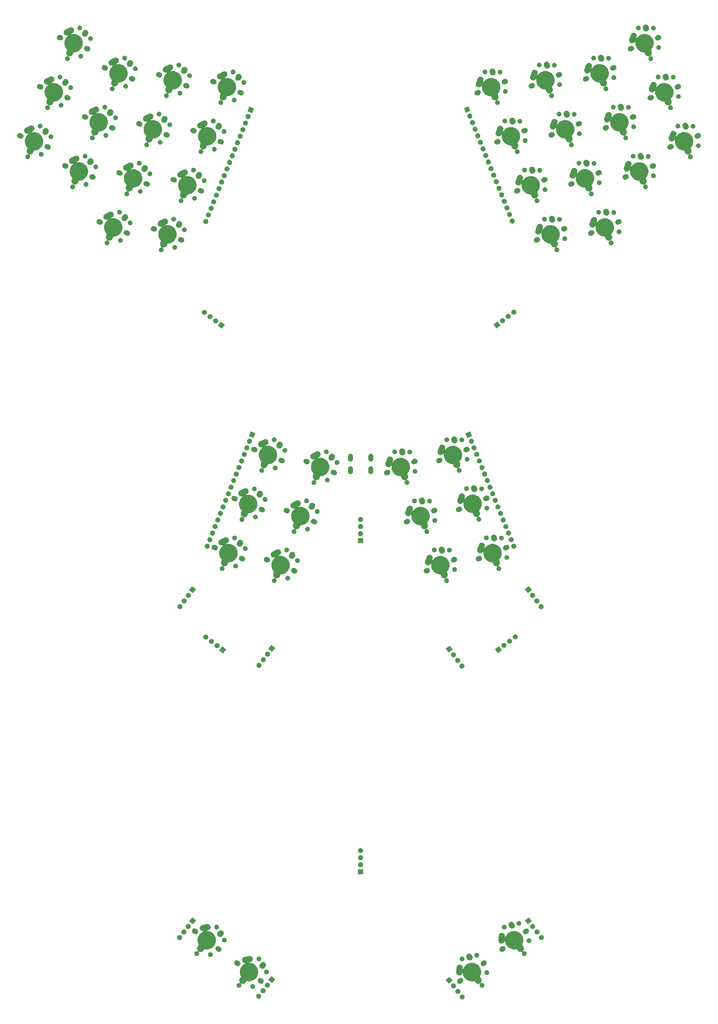
<source format=gbr>
G04 #@! TF.GenerationSoftware,KiCad,Pcbnew,(5.1.4)-1*
G04 #@! TF.CreationDate,2022-01-29T22:37:00-05:00*
G04 #@! TF.ProjectId,ThumbsUpUnsplit,5468756d-6273-4557-9055-6e73706c6974,rev?*
G04 #@! TF.SameCoordinates,Original*
G04 #@! TF.FileFunction,Soldermask,Top*
G04 #@! TF.FilePolarity,Negative*
%FSLAX46Y46*%
G04 Gerber Fmt 4.6, Leading zero omitted, Abs format (unit mm)*
G04 Created by KiCad (PCBNEW (5.1.4)-1) date 2022-01-29 22:37:00*
%MOMM*%
%LPD*%
G04 APERTURE LIST*
%ADD10C,0.100000*%
G04 APERTURE END LIST*
D10*
G36*
X118175967Y-28710071D02*
G01*
X118242152Y-28716590D01*
X118411991Y-28768110D01*
X118568516Y-28851775D01*
X118604254Y-28881105D01*
X118705711Y-28964367D01*
X118788973Y-29065824D01*
X118818303Y-29101562D01*
X118901968Y-29258087D01*
X118953488Y-29427926D01*
X118970884Y-29604553D01*
X118953488Y-29781180D01*
X118901968Y-29951019D01*
X118818303Y-30107544D01*
X118788973Y-30143282D01*
X118705711Y-30244739D01*
X118604254Y-30328001D01*
X118568516Y-30357331D01*
X118411991Y-30440996D01*
X118242152Y-30492516D01*
X118175968Y-30499034D01*
X118109785Y-30505553D01*
X118021265Y-30505553D01*
X117955082Y-30499034D01*
X117888898Y-30492516D01*
X117719059Y-30440996D01*
X117562534Y-30357331D01*
X117526796Y-30328001D01*
X117425339Y-30244739D01*
X117342077Y-30143282D01*
X117312747Y-30107544D01*
X117229082Y-29951019D01*
X117177562Y-29781180D01*
X117160166Y-29604553D01*
X117177562Y-29427926D01*
X117229082Y-29258087D01*
X117312747Y-29101562D01*
X117342077Y-29065824D01*
X117425339Y-28964367D01*
X117526796Y-28881105D01*
X117562534Y-28851775D01*
X117719059Y-28768110D01*
X117888898Y-28716590D01*
X117955083Y-28710071D01*
X118021265Y-28703553D01*
X118109785Y-28703553D01*
X118175967Y-28710071D01*
X118175967Y-28710071D01*
G37*
G36*
X45060918Y-28456072D02*
G01*
X45127102Y-28462590D01*
X45296941Y-28514110D01*
X45453466Y-28597775D01*
X45489204Y-28627105D01*
X45590661Y-28710367D01*
X45673923Y-28811824D01*
X45703253Y-28847562D01*
X45786918Y-29004087D01*
X45838438Y-29173926D01*
X45855834Y-29350553D01*
X45838438Y-29527180D01*
X45786918Y-29697019D01*
X45703253Y-29853544D01*
X45673923Y-29889282D01*
X45590661Y-29990739D01*
X45489204Y-30074001D01*
X45453466Y-30103331D01*
X45296941Y-30186996D01*
X45127102Y-30238516D01*
X45063928Y-30244738D01*
X44994735Y-30251553D01*
X44906215Y-30251553D01*
X44837022Y-30244738D01*
X44773848Y-30238516D01*
X44604009Y-30186996D01*
X44447484Y-30103331D01*
X44411746Y-30074001D01*
X44310289Y-29990739D01*
X44227027Y-29889282D01*
X44197697Y-29853544D01*
X44114032Y-29697019D01*
X44062512Y-29527180D01*
X44045116Y-29350553D01*
X44062512Y-29173926D01*
X44114032Y-29004087D01*
X44197697Y-28847562D01*
X44227027Y-28811824D01*
X44310289Y-28710367D01*
X44411746Y-28627105D01*
X44447484Y-28597775D01*
X44604009Y-28514110D01*
X44773848Y-28462590D01*
X44840032Y-28456072D01*
X44906215Y-28449553D01*
X44994735Y-28449553D01*
X45060918Y-28456072D01*
X45060918Y-28456072D01*
G37*
G36*
X116612188Y-26708525D02*
G01*
X116678372Y-26715043D01*
X116848211Y-26766563D01*
X117004736Y-26850228D01*
X117040474Y-26879558D01*
X117141931Y-26962820D01*
X117225193Y-27064277D01*
X117254523Y-27100015D01*
X117338188Y-27256540D01*
X117389708Y-27426379D01*
X117407104Y-27603006D01*
X117389708Y-27779633D01*
X117338188Y-27949472D01*
X117254523Y-28105997D01*
X117225193Y-28141735D01*
X117141931Y-28243192D01*
X117040474Y-28326454D01*
X117004736Y-28355784D01*
X116848211Y-28439449D01*
X116678372Y-28490969D01*
X116612188Y-28497487D01*
X116546005Y-28504006D01*
X116457485Y-28504006D01*
X116391302Y-28497487D01*
X116325118Y-28490969D01*
X116155279Y-28439449D01*
X115998754Y-28355784D01*
X115963016Y-28326454D01*
X115861559Y-28243192D01*
X115778297Y-28141735D01*
X115748967Y-28105997D01*
X115665302Y-27949472D01*
X115613782Y-27779633D01*
X115596386Y-27603006D01*
X115613782Y-27426379D01*
X115665302Y-27256540D01*
X115748967Y-27100015D01*
X115778297Y-27064277D01*
X115861559Y-26962820D01*
X115963016Y-26879558D01*
X115998754Y-26850228D01*
X116155279Y-26766563D01*
X116325118Y-26715043D01*
X116391302Y-26708525D01*
X116457485Y-26702006D01*
X116546005Y-26702006D01*
X116612188Y-26708525D01*
X116612188Y-26708525D01*
G37*
G36*
X46624697Y-26454524D02*
G01*
X46690882Y-26461043D01*
X46860721Y-26512563D01*
X47017246Y-26596228D01*
X47052984Y-26625558D01*
X47154441Y-26708820D01*
X47237703Y-26810277D01*
X47267033Y-26846015D01*
X47350698Y-27002540D01*
X47402218Y-27172379D01*
X47419614Y-27349006D01*
X47402218Y-27525633D01*
X47350698Y-27695472D01*
X47267033Y-27851997D01*
X47237703Y-27887735D01*
X47154441Y-27989192D01*
X47052984Y-28072454D01*
X47017246Y-28101784D01*
X46860721Y-28185449D01*
X46690882Y-28236969D01*
X46627708Y-28243191D01*
X46558515Y-28250006D01*
X46469995Y-28250006D01*
X46400802Y-28243191D01*
X46337628Y-28236969D01*
X46167789Y-28185449D01*
X46011264Y-28101784D01*
X45975526Y-28072454D01*
X45874069Y-27989192D01*
X45790807Y-27887735D01*
X45761477Y-27851997D01*
X45677812Y-27695472D01*
X45626292Y-27525633D01*
X45608896Y-27349006D01*
X45626292Y-27172379D01*
X45677812Y-27002540D01*
X45761477Y-26846015D01*
X45790807Y-26810277D01*
X45874069Y-26708820D01*
X45975526Y-26625558D01*
X46011264Y-26596228D01*
X46167789Y-26512563D01*
X46337628Y-26461043D01*
X46403813Y-26454524D01*
X46469995Y-26448006D01*
X46558515Y-26448006D01*
X46624697Y-26454524D01*
X46624697Y-26454524D01*
G37*
G36*
X43003625Y-25007114D02*
G01*
X43158497Y-25071264D01*
X43297878Y-25164396D01*
X43416412Y-25282930D01*
X43509544Y-25422311D01*
X43573694Y-25577183D01*
X43606397Y-25741595D01*
X43606397Y-25909227D01*
X43573694Y-26073639D01*
X43509544Y-26228511D01*
X43416412Y-26367892D01*
X43297878Y-26486426D01*
X43158497Y-26579558D01*
X43003625Y-26643708D01*
X42839213Y-26676411D01*
X42671581Y-26676411D01*
X42507169Y-26643708D01*
X42352297Y-26579558D01*
X42212916Y-26486426D01*
X42094382Y-26367892D01*
X42001250Y-26228511D01*
X41937100Y-26073639D01*
X41904397Y-25909227D01*
X41904397Y-25741595D01*
X41937100Y-25577183D01*
X42001250Y-25422311D01*
X42094382Y-25282930D01*
X42212916Y-25164396D01*
X42352297Y-25071264D01*
X42507169Y-25007114D01*
X42671581Y-24974411D01*
X42839213Y-24974411D01*
X43003625Y-25007114D01*
X43003625Y-25007114D01*
G37*
G36*
X115048407Y-24706976D02*
G01*
X115114592Y-24713495D01*
X115284431Y-24765015D01*
X115284433Y-24765016D01*
X115362694Y-24806848D01*
X115440956Y-24848680D01*
X115467223Y-24870237D01*
X115578151Y-24961272D01*
X115643717Y-25041166D01*
X115690743Y-25098467D01*
X115774408Y-25254992D01*
X115825928Y-25424831D01*
X115843324Y-25601458D01*
X115825928Y-25778085D01*
X115774408Y-25947924D01*
X115690743Y-26104449D01*
X115661413Y-26140187D01*
X115578151Y-26241644D01*
X115476694Y-26324906D01*
X115440956Y-26354236D01*
X115284431Y-26437901D01*
X115114592Y-26489421D01*
X115048408Y-26495939D01*
X114982225Y-26502458D01*
X114893705Y-26502458D01*
X114827522Y-26495939D01*
X114761338Y-26489421D01*
X114591499Y-26437901D01*
X114434974Y-26354236D01*
X114399236Y-26324906D01*
X114297779Y-26241644D01*
X114214517Y-26140187D01*
X114185187Y-26104449D01*
X114101522Y-25947924D01*
X114050002Y-25778085D01*
X114032606Y-25601458D01*
X114050002Y-25424831D01*
X114101522Y-25254992D01*
X114185187Y-25098467D01*
X114232213Y-25041166D01*
X114297779Y-24961272D01*
X114408707Y-24870237D01*
X114434974Y-24848680D01*
X114513236Y-24806848D01*
X114591497Y-24765016D01*
X114591499Y-24765015D01*
X114761338Y-24713495D01*
X114827523Y-24706976D01*
X114893705Y-24700458D01*
X114982225Y-24700458D01*
X115048407Y-24706976D01*
X115048407Y-24706976D01*
G37*
G36*
X41965156Y-14893057D02*
G01*
X42172528Y-14956557D01*
X42363529Y-15059292D01*
X42530818Y-15197317D01*
X42667965Y-15365325D01*
X42769699Y-15556861D01*
X42832112Y-15764563D01*
X42852804Y-15980453D01*
X42830982Y-16196233D01*
X42767483Y-16403601D01*
X42664745Y-16594607D01*
X42526721Y-16761893D01*
X42358713Y-16899041D01*
X42167178Y-17000775D01*
X42011530Y-17047545D01*
X42011523Y-17047546D01*
X42011521Y-17047547D01*
X41746164Y-17099608D01*
X41724848Y-17103790D01*
X41701380Y-17110842D01*
X41679740Y-17122337D01*
X41660757Y-17137832D01*
X41645162Y-17156733D01*
X41633555Y-17178314D01*
X41626380Y-17201744D01*
X41623914Y-17226124D01*
X41626252Y-17250516D01*
X41633304Y-17273984D01*
X41644799Y-17295624D01*
X41660294Y-17314607D01*
X41679195Y-17330202D01*
X41700776Y-17341809D01*
X41724206Y-17348984D01*
X41748913Y-17351450D01*
X41782261Y-17351450D01*
X42420005Y-17478305D01*
X43020748Y-17727141D01*
X43020750Y-17727142D01*
X43561405Y-18088396D01*
X44021194Y-18548185D01*
X44187170Y-18796586D01*
X44382449Y-19088842D01*
X44631285Y-19689585D01*
X44758140Y-20327329D01*
X44758140Y-20977571D01*
X44631285Y-21615315D01*
X44382449Y-22216058D01*
X44382448Y-22216060D01*
X44021194Y-22756715D01*
X43561405Y-23216504D01*
X43020750Y-23577758D01*
X43020749Y-23577759D01*
X43020748Y-23577759D01*
X42420005Y-23826595D01*
X41782261Y-23953450D01*
X41132019Y-23953450D01*
X40690741Y-23865674D01*
X40666355Y-23863272D01*
X40641969Y-23865674D01*
X40618520Y-23872787D01*
X40596909Y-23884338D01*
X40577967Y-23899883D01*
X40566526Y-23913045D01*
X40359420Y-24187884D01*
X40175077Y-24432514D01*
X40050018Y-24568396D01*
X39850973Y-24713675D01*
X39627408Y-24817331D01*
X39627406Y-24817331D01*
X39627405Y-24817332D01*
X39598067Y-24824443D01*
X39387918Y-24875381D01*
X39141705Y-24885592D01*
X39141702Y-24885592D01*
X38995619Y-24862781D01*
X38898229Y-24847574D01*
X38692412Y-24772154D01*
X38668693Y-24766020D01*
X38644228Y-24764630D01*
X38619963Y-24768041D01*
X38596829Y-24776119D01*
X38575715Y-24788556D01*
X38557434Y-24804873D01*
X38542687Y-24824443D01*
X38532041Y-24846514D01*
X38525906Y-24870237D01*
X38524516Y-24894702D01*
X38527927Y-24918967D01*
X38536005Y-24942101D01*
X38545471Y-24958961D01*
X38600397Y-25041163D01*
X38664547Y-25196035D01*
X38697250Y-25360447D01*
X38697250Y-25528079D01*
X38664547Y-25692491D01*
X38600397Y-25847363D01*
X38507265Y-25986744D01*
X38388731Y-26105278D01*
X38249350Y-26198410D01*
X38094478Y-26262560D01*
X37930066Y-26295263D01*
X37762434Y-26295263D01*
X37598022Y-26262560D01*
X37443150Y-26198410D01*
X37303769Y-26105278D01*
X37185235Y-25986744D01*
X37092103Y-25847363D01*
X37027953Y-25692491D01*
X36995250Y-25528079D01*
X36995250Y-25360447D01*
X37027953Y-25196035D01*
X37092103Y-25041163D01*
X37185235Y-24901782D01*
X37303769Y-24783248D01*
X37443150Y-24690116D01*
X37598022Y-24625966D01*
X37762434Y-24593263D01*
X37930066Y-24593263D01*
X38094478Y-24625966D01*
X38107913Y-24631531D01*
X38131349Y-24638641D01*
X38155735Y-24641043D01*
X38180121Y-24638641D01*
X38203570Y-24631529D01*
X38225181Y-24619978D01*
X38244123Y-24604433D01*
X38259668Y-24585491D01*
X38271219Y-24563880D01*
X38278333Y-24540431D01*
X38280735Y-24516045D01*
X38278333Y-24491659D01*
X38271221Y-24468210D01*
X38256702Y-24442351D01*
X38234041Y-24411304D01*
X38129858Y-24268564D01*
X38026202Y-24044999D01*
X38016726Y-24005903D01*
X38015955Y-24002724D01*
X37968152Y-23805509D01*
X37957941Y-23559296D01*
X37957941Y-23559293D01*
X37995958Y-23315823D01*
X38003627Y-23294894D01*
X38080746Y-23084441D01*
X38176893Y-22926773D01*
X38563309Y-22413983D01*
X38576066Y-22393062D01*
X38584497Y-22370054D01*
X38588278Y-22345844D01*
X38587263Y-22321361D01*
X38581490Y-22297546D01*
X38567413Y-22269312D01*
X38531832Y-22216061D01*
X38282995Y-21615315D01*
X38156140Y-20977571D01*
X38156140Y-20327329D01*
X38282995Y-19689585D01*
X38531831Y-19088842D01*
X38727110Y-18796586D01*
X38893086Y-18548185D01*
X39352875Y-18088396D01*
X39893530Y-17727142D01*
X39893532Y-17727141D01*
X40083853Y-17648307D01*
X40105464Y-17636756D01*
X40124406Y-17621211D01*
X40139951Y-17602269D01*
X40151502Y-17580658D01*
X40158615Y-17557209D01*
X40161017Y-17532823D01*
X40158615Y-17508437D01*
X40151502Y-17484988D01*
X40139951Y-17463377D01*
X40124406Y-17444435D01*
X40105464Y-17428890D01*
X40083853Y-17417339D01*
X40048599Y-17408459D01*
X39918813Y-17395333D01*
X39859608Y-17389345D01*
X39652236Y-17325845D01*
X39461235Y-17223110D01*
X39316618Y-17103790D01*
X39293947Y-17085085D01*
X39156800Y-16917077D01*
X39144328Y-16893596D01*
X39055065Y-16725541D01*
X38992654Y-16517840D01*
X38992653Y-16517837D01*
X38971960Y-16301949D01*
X38993783Y-16086172D01*
X38993783Y-16086170D01*
X39057283Y-15878798D01*
X39160018Y-15687797D01*
X39269528Y-15555070D01*
X39298043Y-15520509D01*
X39466051Y-15383362D01*
X39487275Y-15372089D01*
X39657587Y-15281627D01*
X39813235Y-15234857D01*
X39813243Y-15234855D01*
X40996139Y-15002780D01*
X41587591Y-14886741D01*
X41749377Y-14871234D01*
X41965156Y-14893057D01*
X41965156Y-14893057D01*
G37*
G36*
X122521725Y-17478305D02*
G01*
X123122468Y-17727141D01*
X123122470Y-17727142D01*
X123663125Y-18088396D01*
X124122914Y-18548185D01*
X124288890Y-18796586D01*
X124484169Y-19088842D01*
X124733005Y-19689585D01*
X124859860Y-20327329D01*
X124859860Y-20977571D01*
X124733005Y-21615315D01*
X124484168Y-22216061D01*
X124448587Y-22269312D01*
X124437036Y-22290922D01*
X124429923Y-22314371D01*
X124427521Y-22338757D01*
X124429923Y-22363144D01*
X124437036Y-22386592D01*
X124452691Y-22413983D01*
X124839106Y-22926771D01*
X124839107Y-22926773D01*
X124935254Y-23084441D01*
X125020041Y-23315819D01*
X125020042Y-23315822D01*
X125058059Y-23559292D01*
X125058059Y-23559295D01*
X125047848Y-23805509D01*
X125000045Y-24002724D01*
X124999275Y-24005903D01*
X124989798Y-24044999D01*
X124886142Y-24268564D01*
X124781959Y-24411304D01*
X124759298Y-24442351D01*
X124746861Y-24463465D01*
X124738783Y-24486599D01*
X124735372Y-24510864D01*
X124736762Y-24535329D01*
X124742897Y-24559053D01*
X124753543Y-24581123D01*
X124768290Y-24600693D01*
X124786571Y-24617010D01*
X124807685Y-24629447D01*
X124830819Y-24637525D01*
X124855084Y-24640936D01*
X124879549Y-24639546D01*
X124908089Y-24631530D01*
X124921522Y-24625966D01*
X125085934Y-24593263D01*
X125253566Y-24593263D01*
X125417978Y-24625966D01*
X125572850Y-24690116D01*
X125712231Y-24783248D01*
X125830765Y-24901782D01*
X125923897Y-25041163D01*
X125988047Y-25196035D01*
X126020750Y-25360447D01*
X126020750Y-25528079D01*
X125988047Y-25692491D01*
X125923897Y-25847363D01*
X125830765Y-25986744D01*
X125712231Y-26105278D01*
X125572850Y-26198410D01*
X125417978Y-26262560D01*
X125253566Y-26295263D01*
X125085934Y-26295263D01*
X124921522Y-26262560D01*
X124766650Y-26198410D01*
X124627269Y-26105278D01*
X124508735Y-25986744D01*
X124415603Y-25847363D01*
X124351453Y-25692491D01*
X124318750Y-25528079D01*
X124318750Y-25360447D01*
X124351453Y-25196035D01*
X124415603Y-25041163D01*
X124470528Y-24958963D01*
X124482076Y-24937357D01*
X124489189Y-24913908D01*
X124491591Y-24889522D01*
X124489189Y-24865136D01*
X124482076Y-24841687D01*
X124470525Y-24820076D01*
X124454980Y-24801134D01*
X124436038Y-24785589D01*
X124414427Y-24774038D01*
X124390978Y-24766925D01*
X124366592Y-24764523D01*
X124342206Y-24766925D01*
X124323584Y-24772155D01*
X124247312Y-24800104D01*
X124117771Y-24847574D01*
X124020381Y-24862781D01*
X123874298Y-24885592D01*
X123874295Y-24885592D01*
X123628081Y-24875381D01*
X123417933Y-24824443D01*
X123388595Y-24817332D01*
X123388594Y-24817331D01*
X123388592Y-24817331D01*
X123165027Y-24713675D01*
X122965982Y-24568396D01*
X122840923Y-24432514D01*
X122449469Y-23913038D01*
X122432881Y-23895015D01*
X122413088Y-23880568D01*
X122390857Y-23870261D01*
X122367042Y-23864488D01*
X122342559Y-23863473D01*
X122325260Y-23865674D01*
X121883981Y-23953450D01*
X121233739Y-23953450D01*
X120595995Y-23826595D01*
X119995252Y-23577759D01*
X119995251Y-23577759D01*
X119995250Y-23577758D01*
X119454595Y-23216504D01*
X118994806Y-22756715D01*
X118633552Y-22216060D01*
X118633551Y-22216058D01*
X118384715Y-21615315D01*
X118289670Y-21137491D01*
X118282557Y-21114042D01*
X118271006Y-21092431D01*
X118255461Y-21073489D01*
X118236519Y-21057944D01*
X118214908Y-21046393D01*
X118191459Y-21039280D01*
X118167073Y-21036878D01*
X118142687Y-21039280D01*
X118119238Y-21046393D01*
X118097627Y-21057944D01*
X118078685Y-21073489D01*
X118063140Y-21092431D01*
X118050993Y-21115507D01*
X117981824Y-21288662D01*
X117863625Y-21470497D01*
X117712222Y-21625783D01*
X117533432Y-21748546D01*
X117334133Y-21834070D01*
X117121970Y-21879070D01*
X116905112Y-21881813D01*
X116691882Y-21842198D01*
X116490478Y-21761744D01*
X116308643Y-21643545D01*
X116153357Y-21492142D01*
X116030594Y-21313352D01*
X115945070Y-21114053D01*
X115900070Y-20901891D01*
X115898015Y-20739376D01*
X115911497Y-20582119D01*
X115988013Y-19689584D01*
X116052462Y-18937809D01*
X116082150Y-18778015D01*
X116162604Y-18576610D01*
X116280803Y-18394775D01*
X116432206Y-18239489D01*
X116610996Y-18116726D01*
X116810295Y-18031202D01*
X117022457Y-17986202D01*
X117239316Y-17983459D01*
X117452546Y-18023074D01*
X117653950Y-18103528D01*
X117835785Y-18221727D01*
X117991071Y-18373130D01*
X118113834Y-18551920D01*
X118199358Y-18751219D01*
X118244358Y-18963381D01*
X118245944Y-19088840D01*
X118246413Y-19125899D01*
X118218464Y-19451915D01*
X118218350Y-19453238D01*
X118218660Y-19477740D01*
X118223744Y-19501711D01*
X118233407Y-19524229D01*
X118247278Y-19544430D01*
X118264822Y-19561536D01*
X118285367Y-19574891D01*
X118308123Y-19583981D01*
X118332215Y-19588457D01*
X118356717Y-19588147D01*
X118380688Y-19583063D01*
X118403206Y-19573400D01*
X118423407Y-19559529D01*
X118440513Y-19541985D01*
X118458376Y-19511750D01*
X118633551Y-19088842D01*
X118828830Y-18796586D01*
X118994806Y-18548185D01*
X119454595Y-18088396D01*
X119995250Y-17727142D01*
X119995252Y-17727141D01*
X120595995Y-17478305D01*
X121233739Y-17351450D01*
X121883981Y-17351450D01*
X122521725Y-17478305D01*
X122521725Y-17478305D01*
G37*
G36*
X48188478Y-24452977D02*
G01*
X48254662Y-24459495D01*
X48424501Y-24511015D01*
X48424503Y-24511016D01*
X48469989Y-24535329D01*
X48581026Y-24594680D01*
X48608235Y-24617010D01*
X48718221Y-24707272D01*
X48795250Y-24801134D01*
X48830813Y-24844467D01*
X48914478Y-25000992D01*
X48965998Y-25170831D01*
X48983394Y-25347458D01*
X48965998Y-25524085D01*
X48914478Y-25693924D01*
X48830813Y-25850449D01*
X48801483Y-25886187D01*
X48718221Y-25987644D01*
X48616764Y-26070906D01*
X48581026Y-26100236D01*
X48424501Y-26183901D01*
X48254662Y-26235421D01*
X48191488Y-26241643D01*
X48122295Y-26248458D01*
X48033775Y-26248458D01*
X47964582Y-26241643D01*
X47901408Y-26235421D01*
X47731569Y-26183901D01*
X47575044Y-26100236D01*
X47539306Y-26070906D01*
X47437849Y-25987644D01*
X47354587Y-25886187D01*
X47325257Y-25850449D01*
X47241592Y-25693924D01*
X47190072Y-25524085D01*
X47172676Y-25347458D01*
X47190072Y-25170831D01*
X47241592Y-25000992D01*
X47325257Y-24844467D01*
X47360820Y-24801134D01*
X47437849Y-24707272D01*
X47547835Y-24617010D01*
X47575044Y-24594680D01*
X47686081Y-24535329D01*
X47731567Y-24511016D01*
X47731569Y-24511015D01*
X47901408Y-24459495D01*
X47967592Y-24452977D01*
X48033775Y-24446458D01*
X48122295Y-24446458D01*
X48188478Y-24452977D01*
X48188478Y-24452977D01*
G37*
G36*
X117645264Y-22777713D02*
G01*
X117730181Y-22798296D01*
X117822534Y-22820681D01*
X117822535Y-22820682D01*
X117822537Y-22820682D01*
X117869049Y-22842248D01*
X117988020Y-22897409D01*
X118135358Y-23004947D01*
X118258882Y-23139161D01*
X118353849Y-23294894D01*
X118416610Y-23466165D01*
X118444751Y-23646382D01*
X118444751Y-23646386D01*
X118437192Y-23828635D01*
X118394224Y-24005907D01*
X118317496Y-24171391D01*
X118317494Y-24171395D01*
X118209963Y-24318724D01*
X118150301Y-24373633D01*
X118109376Y-24411299D01*
X118109373Y-24411301D01*
X118109370Y-24411304D01*
X117697310Y-24721815D01*
X117640204Y-24756638D01*
X117580591Y-24792991D01*
X117580588Y-24792992D01*
X117409321Y-24855752D01*
X117229104Y-24883893D01*
X117229100Y-24883893D01*
X117046852Y-24876335D01*
X117046848Y-24876334D01*
X117046847Y-24876334D01*
X116869580Y-24833367D01*
X116704095Y-24756639D01*
X116556762Y-24649105D01*
X116433232Y-24514884D01*
X116338267Y-24359154D01*
X116275506Y-24187883D01*
X116247365Y-24007666D01*
X116247438Y-24005903D01*
X116254923Y-23825414D01*
X116259747Y-23805512D01*
X116297891Y-23648142D01*
X116374619Y-23482657D01*
X116482153Y-23335324D01*
X116582740Y-23242749D01*
X116898315Y-23004946D01*
X116994813Y-22932229D01*
X117051911Y-22897410D01*
X117111526Y-22861056D01*
X117282794Y-22798296D01*
X117463011Y-22770155D01*
X117463014Y-22770155D01*
X117645264Y-22777713D01*
X117645264Y-22777713D01*
G37*
G36*
X45733205Y-22798296D02*
G01*
X45881261Y-22852550D01*
X45904475Y-22861057D01*
X45961156Y-22895622D01*
X46021194Y-22932233D01*
X46433254Y-23242744D01*
X46433257Y-23242747D01*
X46433260Y-23242749D01*
X46474185Y-23280415D01*
X46533847Y-23335324D01*
X46641378Y-23482653D01*
X46641380Y-23482656D01*
X46641380Y-23482657D01*
X46718108Y-23648141D01*
X46761076Y-23825413D01*
X46766386Y-23953450D01*
X46768635Y-24007666D01*
X46740494Y-24187883D01*
X46677733Y-24359154D01*
X46582766Y-24514887D01*
X46459242Y-24649101D01*
X46311904Y-24756639D01*
X46192933Y-24811800D01*
X46146421Y-24833366D01*
X46146419Y-24833366D01*
X46146418Y-24833367D01*
X46083246Y-24848679D01*
X45969148Y-24876335D01*
X45786898Y-24883893D01*
X45786895Y-24883893D01*
X45606678Y-24855752D01*
X45435410Y-24792992D01*
X45318700Y-24721821D01*
X45276625Y-24690115D01*
X44906624Y-24411299D01*
X44806037Y-24318724D01*
X44698503Y-24171391D01*
X44621775Y-24005906D01*
X44578808Y-23828639D01*
X44578808Y-23828638D01*
X44578807Y-23828634D01*
X44571249Y-23646386D01*
X44571249Y-23646382D01*
X44599390Y-23466165D01*
X44662151Y-23294894D01*
X44757116Y-23139164D01*
X44880646Y-23004943D01*
X45027979Y-22897409D01*
X45193464Y-22820681D01*
X45370731Y-22777714D01*
X45370732Y-22777714D01*
X45370736Y-22777713D01*
X45552984Y-22770155D01*
X45552988Y-22770155D01*
X45733205Y-22798296D01*
X45733205Y-22798296D01*
G37*
G36*
X114638894Y-23755198D02*
G01*
X113218898Y-24864620D01*
X112109476Y-23444624D01*
X113529472Y-22335202D01*
X114638894Y-23755198D01*
X114638894Y-23755198D01*
G37*
G36*
X50906524Y-23190624D02*
G01*
X49797102Y-24610620D01*
X48377106Y-23501198D01*
X49486528Y-22081202D01*
X50906524Y-23190624D01*
X50906524Y-23190624D01*
G37*
G36*
X127137506Y-20012050D02*
G01*
X127292378Y-20076200D01*
X127431759Y-20169332D01*
X127550293Y-20287866D01*
X127643425Y-20427247D01*
X127707575Y-20582119D01*
X127740278Y-20746531D01*
X127740278Y-20914163D01*
X127707575Y-21078575D01*
X127643425Y-21233447D01*
X127550293Y-21372828D01*
X127431759Y-21491362D01*
X127292378Y-21584494D01*
X127137506Y-21648644D01*
X126973094Y-21681347D01*
X126805462Y-21681347D01*
X126641050Y-21648644D01*
X126486178Y-21584494D01*
X126346797Y-21491362D01*
X126228263Y-21372828D01*
X126135131Y-21233447D01*
X126070981Y-21078575D01*
X126038278Y-20914163D01*
X126038278Y-20746531D01*
X126070981Y-20582119D01*
X126135131Y-20427247D01*
X126228263Y-20287866D01*
X126346797Y-20169332D01*
X126486178Y-20076200D01*
X126641050Y-20012050D01*
X126805462Y-19979347D01*
X126973094Y-19979347D01*
X127137506Y-20012050D01*
X127137506Y-20012050D01*
G37*
G36*
X47985442Y-19808414D02*
G01*
X48140314Y-19872564D01*
X48279695Y-19965696D01*
X48398229Y-20084230D01*
X48491361Y-20223611D01*
X48555511Y-20378483D01*
X48588214Y-20542895D01*
X48588214Y-20710527D01*
X48555511Y-20874939D01*
X48491361Y-21029811D01*
X48398229Y-21169192D01*
X48279695Y-21287726D01*
X48140314Y-21380858D01*
X47985442Y-21445008D01*
X47821030Y-21477711D01*
X47653398Y-21477711D01*
X47488986Y-21445008D01*
X47334114Y-21380858D01*
X47194733Y-21287726D01*
X47076199Y-21169192D01*
X46983067Y-21029811D01*
X46918917Y-20874939D01*
X46886214Y-20710527D01*
X46886214Y-20542895D01*
X46918917Y-20378483D01*
X46983067Y-20223611D01*
X47076199Y-20084230D01*
X47194733Y-19965696D01*
X47334114Y-19872564D01*
X47488986Y-19808414D01*
X47653398Y-19775711D01*
X47821030Y-19775711D01*
X47985442Y-19808414D01*
X47985442Y-19808414D01*
G37*
G36*
X46654892Y-17099608D02*
G01*
X46856798Y-17145387D01*
X47045889Y-17229674D01*
X47045891Y-17229675D01*
X47045890Y-17229675D01*
X47214906Y-17349234D01*
X47214908Y-17349236D01*
X47357348Y-17499466D01*
X47467748Y-17674609D01*
X47487887Y-17727141D01*
X47541856Y-17867917D01*
X47576828Y-18071972D01*
X47571318Y-18278928D01*
X47566550Y-18299957D01*
X47525539Y-18480833D01*
X47441252Y-18669923D01*
X47441251Y-18669924D01*
X47351653Y-18796586D01*
X47022148Y-19176978D01*
X46909561Y-19283726D01*
X46776456Y-19367628D01*
X46734421Y-19394124D01*
X46681366Y-19414463D01*
X46541113Y-19468232D01*
X46337059Y-19503204D01*
X46130103Y-19497694D01*
X46042098Y-19477740D01*
X45928198Y-19451915D01*
X45798546Y-19394123D01*
X45739106Y-19367628D01*
X45570090Y-19248068D01*
X45570088Y-19248066D01*
X45427648Y-19097836D01*
X45317248Y-18922693D01*
X45268903Y-18796586D01*
X45243140Y-18729385D01*
X45208168Y-18525331D01*
X45213678Y-18318375D01*
X45231564Y-18239489D01*
X45259457Y-18116470D01*
X45343744Y-17927379D01*
X45343744Y-17927378D01*
X45433343Y-17800716D01*
X45762846Y-17420326D01*
X45875435Y-17313576D01*
X46008539Y-17229675D01*
X46050573Y-17203179D01*
X46050574Y-17203179D01*
X46050575Y-17203178D01*
X46115432Y-17178314D01*
X46243883Y-17129070D01*
X46447936Y-17094098D01*
X46654892Y-17099608D01*
X46654892Y-17099608D01*
G37*
G36*
X37307601Y-16449148D02*
G01*
X37455657Y-16503402D01*
X37478871Y-16511909D01*
X37535552Y-16546474D01*
X37595590Y-16583085D01*
X38007650Y-16893596D01*
X38007653Y-16893599D01*
X38007656Y-16893601D01*
X38048581Y-16931267D01*
X38108243Y-16986176D01*
X38215774Y-17133505D01*
X38215776Y-17133508D01*
X38215776Y-17133509D01*
X38292504Y-17298993D01*
X38335472Y-17476265D01*
X38342958Y-17656755D01*
X38343031Y-17658518D01*
X38314890Y-17838735D01*
X38252129Y-18010006D01*
X38157162Y-18165739D01*
X38033638Y-18299953D01*
X37886300Y-18407491D01*
X37807896Y-18443843D01*
X37720817Y-18484218D01*
X37720815Y-18484218D01*
X37720814Y-18484219D01*
X37632180Y-18505703D01*
X37543544Y-18527187D01*
X37361294Y-18534745D01*
X37361291Y-18534745D01*
X37181074Y-18506604D01*
X37009806Y-18443844D01*
X36893096Y-18372673D01*
X36821042Y-18318376D01*
X36481020Y-18062151D01*
X36380433Y-17969576D01*
X36272899Y-17822243D01*
X36196171Y-17656758D01*
X36153204Y-17479491D01*
X36153204Y-17479490D01*
X36153203Y-17479486D01*
X36145645Y-17297238D01*
X36145645Y-17297234D01*
X36173786Y-17117017D01*
X36236547Y-16945746D01*
X36331512Y-16790016D01*
X36455042Y-16655795D01*
X36602375Y-16548261D01*
X36767860Y-16471533D01*
X36945127Y-16428566D01*
X36945128Y-16428566D01*
X36945132Y-16428565D01*
X37127380Y-16421007D01*
X37127384Y-16421007D01*
X37307601Y-16449148D01*
X37307601Y-16449148D01*
G37*
G36*
X126070868Y-16428565D02*
G01*
X126155785Y-16449148D01*
X126248138Y-16471533D01*
X126248139Y-16471534D01*
X126248141Y-16471534D01*
X126272827Y-16482980D01*
X126413624Y-16548261D01*
X126560962Y-16655799D01*
X126684486Y-16790013D01*
X126779453Y-16945746D01*
X126842214Y-17117017D01*
X126870355Y-17297234D01*
X126870355Y-17297238D01*
X126862796Y-17479487D01*
X126819828Y-17656759D01*
X126743100Y-17822243D01*
X126743098Y-17822247D01*
X126635567Y-17969576D01*
X126577439Y-18023074D01*
X126534980Y-18062151D01*
X126534977Y-18062153D01*
X126534974Y-18062156D01*
X126122914Y-18372667D01*
X126086661Y-18394774D01*
X126006195Y-18443843D01*
X126006192Y-18443844D01*
X125834925Y-18506604D01*
X125654708Y-18534745D01*
X125654704Y-18534745D01*
X125472456Y-18527187D01*
X125472452Y-18527186D01*
X125472451Y-18527186D01*
X125295184Y-18484219D01*
X125129699Y-18407491D01*
X124982366Y-18299957D01*
X124858836Y-18165736D01*
X124763871Y-18010006D01*
X124701110Y-17838735D01*
X124672969Y-17658518D01*
X124673392Y-17648307D01*
X124680527Y-17476266D01*
X124696306Y-17411168D01*
X124723495Y-17298994D01*
X124800223Y-17133509D01*
X124907757Y-16986176D01*
X125008344Y-16893601D01*
X125323919Y-16655798D01*
X125420417Y-16583081D01*
X125477515Y-16548262D01*
X125537130Y-16511908D01*
X125708398Y-16449148D01*
X125888615Y-16421007D01*
X125888618Y-16421007D01*
X126070868Y-16428565D01*
X126070868Y-16428565D01*
G37*
G36*
X45256077Y-15122203D02*
G01*
X45410949Y-15186353D01*
X45550330Y-15279485D01*
X45668864Y-15398019D01*
X45761996Y-15537400D01*
X45826146Y-15692272D01*
X45858849Y-15856684D01*
X45858849Y-16024316D01*
X45826146Y-16188728D01*
X45761996Y-16343600D01*
X45668864Y-16482981D01*
X45550330Y-16601515D01*
X45410949Y-16694647D01*
X45256077Y-16758797D01*
X45091665Y-16791500D01*
X44924033Y-16791500D01*
X44759621Y-16758797D01*
X44604749Y-16694647D01*
X44465368Y-16601515D01*
X44346834Y-16482981D01*
X44253702Y-16343600D01*
X44189552Y-16188728D01*
X44156849Y-16024316D01*
X44156849Y-15856684D01*
X44189552Y-15692272D01*
X44253702Y-15537400D01*
X44346834Y-15398019D01*
X44465368Y-15279485D01*
X44604749Y-15186353D01*
X44759621Y-15122203D01*
X44924033Y-15089500D01*
X45091665Y-15089500D01*
X45256077Y-15122203D01*
X45256077Y-15122203D01*
G37*
G36*
X118256379Y-15122203D02*
G01*
X118411251Y-15186353D01*
X118550632Y-15279485D01*
X118669166Y-15398019D01*
X118762298Y-15537400D01*
X118826448Y-15692272D01*
X118859151Y-15856684D01*
X118859151Y-16024316D01*
X118826448Y-16188728D01*
X118762298Y-16343600D01*
X118669166Y-16482981D01*
X118550632Y-16601515D01*
X118411251Y-16694647D01*
X118256379Y-16758797D01*
X118091967Y-16791500D01*
X117924335Y-16791500D01*
X117759923Y-16758797D01*
X117605051Y-16694647D01*
X117465670Y-16601515D01*
X117347136Y-16482981D01*
X117254004Y-16343600D01*
X117189854Y-16188728D01*
X117157151Y-16024316D01*
X117157151Y-15856684D01*
X117189854Y-15692272D01*
X117254004Y-15537400D01*
X117347136Y-15398019D01*
X117465670Y-15279485D01*
X117605051Y-15186353D01*
X117759923Y-15122203D01*
X117924335Y-15089500D01*
X118091967Y-15089500D01*
X118256379Y-15122203D01*
X118256379Y-15122203D01*
G37*
G36*
X120744777Y-14056311D02*
G01*
X120765164Y-14058553D01*
X120933538Y-14111723D01*
X120962583Y-14120895D01*
X121144047Y-14220553D01*
X121282403Y-14336751D01*
X121302584Y-14353700D01*
X121399641Y-14474739D01*
X121674470Y-14896329D01*
X121692365Y-14930743D01*
X121746050Y-15033980D01*
X121762206Y-15089500D01*
X121803896Y-15232761D01*
X121813591Y-15344144D01*
X121821849Y-15439011D01*
X121808890Y-15556861D01*
X121799220Y-15644801D01*
X121784229Y-15692272D01*
X121736878Y-15842220D01*
X121637220Y-16023684D01*
X121504075Y-16182219D01*
X121504073Y-16182221D01*
X121359165Y-16298417D01*
X121342560Y-16311732D01*
X121158881Y-16407247D01*
X121088193Y-16427817D01*
X120960099Y-16465093D01*
X120848716Y-16474788D01*
X120753849Y-16483046D01*
X120548060Y-16460417D01*
X120350644Y-16398076D01*
X120350641Y-16398075D01*
X120169177Y-16298417D01*
X120010642Y-16165272D01*
X120010640Y-16165270D01*
X119913583Y-16044231D01*
X119638754Y-15622641D01*
X119594430Y-15537403D01*
X119567174Y-15484990D01*
X119531591Y-15362708D01*
X119509329Y-15286208D01*
X119502628Y-15209223D01*
X119491375Y-15079959D01*
X119514004Y-14874170D01*
X119519493Y-14856789D01*
X119576345Y-14676753D01*
X119576346Y-14676750D01*
X119676004Y-14495286D01*
X119809149Y-14336751D01*
X119970664Y-14207238D01*
X120154343Y-14111723D01*
X120311191Y-14066081D01*
X120353125Y-14053878D01*
X120383709Y-14051216D01*
X120559374Y-14035924D01*
X120744777Y-14056311D01*
X120744777Y-14056311D01*
G37*
G36*
X123513369Y-13790264D02*
G01*
X123668241Y-13854414D01*
X123807622Y-13947546D01*
X123926156Y-14066080D01*
X124019288Y-14205461D01*
X124083438Y-14360333D01*
X124116141Y-14524745D01*
X124116141Y-14692377D01*
X124083438Y-14856789D01*
X124019288Y-15011661D01*
X123926156Y-15151042D01*
X123807622Y-15269576D01*
X123668241Y-15362708D01*
X123513369Y-15426858D01*
X123348957Y-15459561D01*
X123181325Y-15459561D01*
X123016913Y-15426858D01*
X122862041Y-15362708D01*
X122722660Y-15269576D01*
X122604126Y-15151042D01*
X122510994Y-15011661D01*
X122446844Y-14856789D01*
X122414141Y-14692377D01*
X122414141Y-14524745D01*
X122446844Y-14360333D01*
X122510994Y-14205461D01*
X122604126Y-14066080D01*
X122722660Y-13947546D01*
X122862041Y-13854414D01*
X123016913Y-13790264D01*
X123181325Y-13757561D01*
X123348957Y-13757561D01*
X123513369Y-13790264D01*
X123513369Y-13790264D01*
G37*
G36*
X27829551Y-13572629D02*
G01*
X27984423Y-13636779D01*
X28123804Y-13729911D01*
X28242338Y-13848445D01*
X28335470Y-13987826D01*
X28399620Y-14142698D01*
X28432323Y-14307110D01*
X28432323Y-14474742D01*
X28399620Y-14639154D01*
X28335470Y-14794026D01*
X28242338Y-14933407D01*
X28123804Y-15051941D01*
X27984423Y-15145073D01*
X27829551Y-15209223D01*
X27665139Y-15241926D01*
X27497507Y-15241926D01*
X27333095Y-15209223D01*
X27178223Y-15145073D01*
X27038842Y-15051941D01*
X26920308Y-14933407D01*
X26827176Y-14794026D01*
X26763026Y-14639154D01*
X26730323Y-14474742D01*
X26730323Y-14307110D01*
X26763026Y-14142698D01*
X26827176Y-13987826D01*
X26920308Y-13848445D01*
X27038842Y-13729911D01*
X27178223Y-13636779D01*
X27333095Y-13572629D01*
X27497507Y-13539926D01*
X27665139Y-13539926D01*
X27829551Y-13572629D01*
X27829551Y-13572629D01*
G37*
G36*
X26791082Y-3458572D02*
G01*
X26998454Y-3522072D01*
X27189455Y-3624807D01*
X27356744Y-3762832D01*
X27493891Y-3930840D01*
X27595625Y-4122376D01*
X27658038Y-4330078D01*
X27678730Y-4545968D01*
X27656908Y-4761748D01*
X27593409Y-4969116D01*
X27490671Y-5160122D01*
X27352647Y-5327408D01*
X27184639Y-5464556D01*
X26993104Y-5566290D01*
X26837456Y-5613060D01*
X26837449Y-5613061D01*
X26837447Y-5613062D01*
X26572090Y-5665123D01*
X26550774Y-5669305D01*
X26527306Y-5676357D01*
X26505666Y-5687852D01*
X26486683Y-5703347D01*
X26471088Y-5722248D01*
X26459481Y-5743829D01*
X26452306Y-5767259D01*
X26449840Y-5791639D01*
X26452178Y-5816031D01*
X26459230Y-5839499D01*
X26470725Y-5861139D01*
X26486220Y-5880122D01*
X26505121Y-5895717D01*
X26526702Y-5907324D01*
X26550132Y-5914499D01*
X26574839Y-5916965D01*
X26608187Y-5916965D01*
X27245931Y-6043820D01*
X27784749Y-6267006D01*
X27846676Y-6292657D01*
X28387331Y-6653911D01*
X28847120Y-7113700D01*
X29124544Y-7528895D01*
X29208375Y-7654357D01*
X29457211Y-8255100D01*
X29584066Y-8892844D01*
X29584066Y-9543086D01*
X29457211Y-10180830D01*
X29208375Y-10781573D01*
X29208374Y-10781575D01*
X28847120Y-11322230D01*
X28387331Y-11782019D01*
X27846676Y-12143273D01*
X27846675Y-12143274D01*
X27846674Y-12143274D01*
X27245931Y-12392110D01*
X26608187Y-12518965D01*
X25957945Y-12518965D01*
X25516667Y-12431189D01*
X25492281Y-12428787D01*
X25467895Y-12431189D01*
X25444446Y-12438302D01*
X25422835Y-12449853D01*
X25403893Y-12465398D01*
X25392452Y-12478560D01*
X25185346Y-12753399D01*
X25001003Y-12998029D01*
X24875944Y-13133911D01*
X24676899Y-13279190D01*
X24453334Y-13382846D01*
X24453332Y-13382846D01*
X24453331Y-13382847D01*
X24423993Y-13389958D01*
X24213844Y-13440896D01*
X23967631Y-13451107D01*
X23967628Y-13451107D01*
X23821545Y-13428296D01*
X23724155Y-13413089D01*
X23518338Y-13337669D01*
X23494619Y-13331535D01*
X23470154Y-13330145D01*
X23445889Y-13333556D01*
X23422755Y-13341634D01*
X23401641Y-13354071D01*
X23383360Y-13370388D01*
X23368613Y-13389958D01*
X23357967Y-13412029D01*
X23351832Y-13435752D01*
X23350442Y-13460217D01*
X23353853Y-13484482D01*
X23361931Y-13507616D01*
X23371397Y-13524476D01*
X23426323Y-13606678D01*
X23490473Y-13761550D01*
X23523176Y-13925962D01*
X23523176Y-14093594D01*
X23490473Y-14258006D01*
X23426323Y-14412878D01*
X23333191Y-14552259D01*
X23214657Y-14670793D01*
X23075276Y-14763925D01*
X22920404Y-14828075D01*
X22755992Y-14860778D01*
X22588360Y-14860778D01*
X22423948Y-14828075D01*
X22269076Y-14763925D01*
X22129695Y-14670793D01*
X22011161Y-14552259D01*
X21918029Y-14412878D01*
X21853879Y-14258006D01*
X21821176Y-14093594D01*
X21821176Y-13925962D01*
X21853879Y-13761550D01*
X21918029Y-13606678D01*
X22011161Y-13467297D01*
X22129695Y-13348763D01*
X22269076Y-13255631D01*
X22423948Y-13191481D01*
X22588360Y-13158778D01*
X22755992Y-13158778D01*
X22920404Y-13191481D01*
X22933839Y-13197046D01*
X22957275Y-13204156D01*
X22981661Y-13206558D01*
X23006047Y-13204156D01*
X23029496Y-13197044D01*
X23051107Y-13185493D01*
X23070049Y-13169948D01*
X23085594Y-13151006D01*
X23097145Y-13129395D01*
X23104259Y-13105946D01*
X23106661Y-13081560D01*
X23104259Y-13057174D01*
X23097147Y-13033725D01*
X23082628Y-13007866D01*
X23059967Y-12976819D01*
X22955784Y-12834079D01*
X22852128Y-12610514D01*
X22842652Y-12571418D01*
X22841881Y-12568239D01*
X22794078Y-12371024D01*
X22783867Y-12124811D01*
X22783867Y-12124808D01*
X22821884Y-11881338D01*
X22829553Y-11860409D01*
X22906672Y-11649956D01*
X23002819Y-11492288D01*
X23389235Y-10979498D01*
X23401992Y-10958577D01*
X23410423Y-10935569D01*
X23414204Y-10911359D01*
X23413189Y-10886876D01*
X23407416Y-10863061D01*
X23393339Y-10834827D01*
X23357758Y-10781576D01*
X23108921Y-10180830D01*
X22982066Y-9543086D01*
X22982066Y-8892844D01*
X23108921Y-8255100D01*
X23357757Y-7654357D01*
X23441588Y-7528895D01*
X23719012Y-7113700D01*
X24178801Y-6653911D01*
X24719456Y-6292657D01*
X24719458Y-6292656D01*
X24909779Y-6213822D01*
X24931390Y-6202271D01*
X24950332Y-6186726D01*
X24965877Y-6167784D01*
X24977428Y-6146173D01*
X24984541Y-6122724D01*
X24986943Y-6098338D01*
X24984541Y-6073952D01*
X24977428Y-6050503D01*
X24965877Y-6028892D01*
X24950332Y-6009950D01*
X24931390Y-5994405D01*
X24909779Y-5982854D01*
X24874525Y-5973974D01*
X24744739Y-5960848D01*
X24685534Y-5954860D01*
X24478162Y-5891360D01*
X24287161Y-5788625D01*
X24142544Y-5669305D01*
X24119873Y-5650600D01*
X23982726Y-5482592D01*
X23927726Y-5379043D01*
X23880991Y-5291056D01*
X23818580Y-5083355D01*
X23818579Y-5083352D01*
X23797886Y-4867464D01*
X23819709Y-4651687D01*
X23819709Y-4651685D01*
X23883209Y-4444313D01*
X23985944Y-4253312D01*
X24095454Y-4120585D01*
X24123969Y-4086024D01*
X24291977Y-3948877D01*
X24313201Y-3937604D01*
X24483513Y-3847142D01*
X24639161Y-3800372D01*
X24639169Y-3800370D01*
X26024293Y-3528619D01*
X26413517Y-3452256D01*
X26575303Y-3436749D01*
X26791082Y-3458572D01*
X26791082Y-3458572D01*
G37*
G36*
X137695799Y-6043820D02*
G01*
X138234617Y-6267006D01*
X138296544Y-6292657D01*
X138837199Y-6653911D01*
X139296988Y-7113700D01*
X139574412Y-7528895D01*
X139658243Y-7654357D01*
X139907079Y-8255100D01*
X140033934Y-8892844D01*
X140033934Y-9543086D01*
X139907079Y-10180830D01*
X139658242Y-10781576D01*
X139622661Y-10834827D01*
X139611110Y-10856437D01*
X139603997Y-10879886D01*
X139601595Y-10904272D01*
X139603997Y-10928659D01*
X139611110Y-10952107D01*
X139626765Y-10979498D01*
X140013180Y-11492286D01*
X140013181Y-11492288D01*
X140109328Y-11649956D01*
X140194115Y-11881334D01*
X140194116Y-11881337D01*
X140232133Y-12124807D01*
X140232133Y-12124810D01*
X140221922Y-12371024D01*
X140174119Y-12568239D01*
X140173349Y-12571418D01*
X140163872Y-12610514D01*
X140060216Y-12834079D01*
X139956033Y-12976819D01*
X139933372Y-13007866D01*
X139920935Y-13028980D01*
X139912857Y-13052114D01*
X139909446Y-13076379D01*
X139910836Y-13100844D01*
X139916971Y-13124568D01*
X139927617Y-13146638D01*
X139942364Y-13166208D01*
X139960645Y-13182525D01*
X139981759Y-13194962D01*
X140004893Y-13203040D01*
X140029158Y-13206451D01*
X140053623Y-13205061D01*
X140082163Y-13197045D01*
X140095596Y-13191481D01*
X140260008Y-13158778D01*
X140427640Y-13158778D01*
X140592052Y-13191481D01*
X140746924Y-13255631D01*
X140886305Y-13348763D01*
X141004839Y-13467297D01*
X141097971Y-13606678D01*
X141162121Y-13761550D01*
X141194824Y-13925962D01*
X141194824Y-14093594D01*
X141162121Y-14258006D01*
X141097971Y-14412878D01*
X141004839Y-14552259D01*
X140886305Y-14670793D01*
X140746924Y-14763925D01*
X140592052Y-14828075D01*
X140427640Y-14860778D01*
X140260008Y-14860778D01*
X140095596Y-14828075D01*
X139940724Y-14763925D01*
X139801343Y-14670793D01*
X139682809Y-14552259D01*
X139589677Y-14412878D01*
X139525527Y-14258006D01*
X139492824Y-14093594D01*
X139492824Y-13925962D01*
X139525527Y-13761550D01*
X139589677Y-13606678D01*
X139644602Y-13524478D01*
X139656150Y-13502872D01*
X139663263Y-13479423D01*
X139665665Y-13455037D01*
X139663263Y-13430651D01*
X139656150Y-13407202D01*
X139644599Y-13385591D01*
X139629054Y-13366649D01*
X139610112Y-13351104D01*
X139588501Y-13339553D01*
X139565052Y-13332440D01*
X139540666Y-13330038D01*
X139516280Y-13332440D01*
X139497658Y-13337670D01*
X139421386Y-13365619D01*
X139291845Y-13413089D01*
X139194455Y-13428296D01*
X139048372Y-13451107D01*
X139048369Y-13451107D01*
X138802155Y-13440896D01*
X138592007Y-13389958D01*
X138562669Y-13382847D01*
X138562668Y-13382846D01*
X138562666Y-13382846D01*
X138339101Y-13279190D01*
X138140056Y-13133911D01*
X138014997Y-12998029D01*
X137623543Y-12478553D01*
X137606955Y-12460530D01*
X137587162Y-12446083D01*
X137564931Y-12435776D01*
X137541116Y-12430003D01*
X137516633Y-12428988D01*
X137499334Y-12431189D01*
X137058055Y-12518965D01*
X136407813Y-12518965D01*
X135770069Y-12392110D01*
X135169326Y-12143274D01*
X135169325Y-12143274D01*
X135169324Y-12143273D01*
X134628669Y-11782019D01*
X134168880Y-11322230D01*
X133807626Y-10781575D01*
X133807625Y-10781573D01*
X133558789Y-10180830D01*
X133463744Y-9703006D01*
X133456631Y-9679557D01*
X133445080Y-9657946D01*
X133429535Y-9639004D01*
X133410593Y-9623459D01*
X133388982Y-9611908D01*
X133365533Y-9604795D01*
X133341147Y-9602393D01*
X133316761Y-9604795D01*
X133293312Y-9611908D01*
X133271701Y-9623459D01*
X133252759Y-9639004D01*
X133237214Y-9657946D01*
X133225067Y-9681022D01*
X133155898Y-9854177D01*
X133037699Y-10036012D01*
X132886296Y-10191298D01*
X132707506Y-10314061D01*
X132508207Y-10399585D01*
X132296044Y-10444585D01*
X132079186Y-10447328D01*
X131865956Y-10407713D01*
X131664552Y-10327259D01*
X131482717Y-10209060D01*
X131327431Y-10057657D01*
X131204668Y-9878867D01*
X131119144Y-9679568D01*
X131074144Y-9467406D01*
X131072089Y-9304891D01*
X131085571Y-9147634D01*
X131154703Y-8341226D01*
X131226536Y-7503324D01*
X131256224Y-7343530D01*
X131336678Y-7142125D01*
X131454877Y-6960290D01*
X131606280Y-6805004D01*
X131785070Y-6682241D01*
X131984369Y-6596717D01*
X132196531Y-6551717D01*
X132413390Y-6548974D01*
X132626620Y-6588589D01*
X132828024Y-6669043D01*
X133009859Y-6787242D01*
X133165145Y-6938645D01*
X133287908Y-7117435D01*
X133373432Y-7316734D01*
X133418432Y-7528896D01*
X133420018Y-7654355D01*
X133420487Y-7691414D01*
X133392538Y-8017430D01*
X133392424Y-8018753D01*
X133392734Y-8043255D01*
X133397818Y-8067226D01*
X133407481Y-8089744D01*
X133421352Y-8109945D01*
X133438896Y-8127051D01*
X133459441Y-8140406D01*
X133482197Y-8149496D01*
X133506289Y-8153972D01*
X133530791Y-8153662D01*
X133554762Y-8148578D01*
X133577280Y-8138915D01*
X133597481Y-8125044D01*
X133614587Y-8107500D01*
X133632450Y-8077265D01*
X133807625Y-7654357D01*
X133891456Y-7528895D01*
X134168880Y-7113700D01*
X134628669Y-6653911D01*
X135169324Y-6292657D01*
X135231251Y-6267006D01*
X135770069Y-6043820D01*
X136407813Y-5916965D01*
X137058055Y-5916965D01*
X137695799Y-6043820D01*
X137695799Y-6043820D01*
G37*
G36*
X132819338Y-11343228D02*
G01*
X132904255Y-11363811D01*
X132996608Y-11386196D01*
X132996609Y-11386197D01*
X132996611Y-11386197D01*
X133043123Y-11407763D01*
X133162094Y-11462924D01*
X133309432Y-11570462D01*
X133432956Y-11704676D01*
X133527923Y-11860409D01*
X133590684Y-12031680D01*
X133618825Y-12211897D01*
X133618825Y-12211901D01*
X133611266Y-12394150D01*
X133568298Y-12571422D01*
X133491570Y-12736906D01*
X133491568Y-12736910D01*
X133384037Y-12884239D01*
X133324375Y-12939148D01*
X133283450Y-12976814D01*
X133283447Y-12976816D01*
X133283444Y-12976819D01*
X132871384Y-13287330D01*
X132814278Y-13322153D01*
X132754665Y-13358506D01*
X132754662Y-13358507D01*
X132583395Y-13421267D01*
X132403178Y-13449408D01*
X132403174Y-13449408D01*
X132220926Y-13441850D01*
X132220922Y-13441849D01*
X132220921Y-13441849D01*
X132043654Y-13398882D01*
X131878169Y-13322154D01*
X131730836Y-13214620D01*
X131607306Y-13080399D01*
X131512341Y-12924669D01*
X131449580Y-12753398D01*
X131421439Y-12573181D01*
X131421512Y-12571418D01*
X131428997Y-12390929D01*
X131433821Y-12371027D01*
X131471965Y-12213657D01*
X131548693Y-12048172D01*
X131656227Y-11900839D01*
X131756814Y-11808264D01*
X132072389Y-11570461D01*
X132168887Y-11497744D01*
X132225985Y-11462925D01*
X132285600Y-11426571D01*
X132456868Y-11363811D01*
X132637085Y-11335670D01*
X132637088Y-11335670D01*
X132819338Y-11343228D01*
X132819338Y-11343228D01*
G37*
G36*
X30559131Y-11363811D02*
G01*
X30707187Y-11418066D01*
X30730401Y-11426572D01*
X30787082Y-11461137D01*
X30847120Y-11497748D01*
X31259180Y-11808259D01*
X31259183Y-11808262D01*
X31259186Y-11808264D01*
X31300111Y-11845930D01*
X31359773Y-11900839D01*
X31467304Y-12048168D01*
X31467306Y-12048171D01*
X31467306Y-12048172D01*
X31544034Y-12213656D01*
X31587002Y-12390928D01*
X31592312Y-12518965D01*
X31594561Y-12573181D01*
X31566420Y-12753398D01*
X31503659Y-12924669D01*
X31408692Y-13080402D01*
X31285168Y-13214616D01*
X31137830Y-13322154D01*
X31018859Y-13377315D01*
X30972347Y-13398881D01*
X30972345Y-13398881D01*
X30972344Y-13398882D01*
X30883710Y-13420366D01*
X30795074Y-13441850D01*
X30612824Y-13449408D01*
X30612821Y-13449408D01*
X30432604Y-13421267D01*
X30261336Y-13358507D01*
X30144626Y-13287336D01*
X30102551Y-13255630D01*
X29732550Y-12976814D01*
X29631963Y-12884239D01*
X29524429Y-12736906D01*
X29447701Y-12571421D01*
X29404734Y-12394154D01*
X29404734Y-12394153D01*
X29404733Y-12394149D01*
X29397175Y-12211901D01*
X29397175Y-12211897D01*
X29425316Y-12031680D01*
X29488077Y-11860409D01*
X29583042Y-11704679D01*
X29706572Y-11570458D01*
X29853905Y-11462924D01*
X30019390Y-11386196D01*
X30196657Y-11343229D01*
X30196658Y-11343229D01*
X30196662Y-11343228D01*
X30378910Y-11335670D01*
X30378914Y-11335670D01*
X30559131Y-11363811D01*
X30559131Y-11363811D01*
G37*
G36*
X142311580Y-8577565D02*
G01*
X142466452Y-8641715D01*
X142605833Y-8734847D01*
X142724367Y-8853381D01*
X142817499Y-8992762D01*
X142881649Y-9147634D01*
X142914352Y-9312046D01*
X142914352Y-9479678D01*
X142881649Y-9644090D01*
X142817499Y-9798962D01*
X142724367Y-9938343D01*
X142605833Y-10056877D01*
X142466452Y-10150009D01*
X142311580Y-10214159D01*
X142147168Y-10246862D01*
X141979536Y-10246862D01*
X141815124Y-10214159D01*
X141660252Y-10150009D01*
X141520871Y-10056877D01*
X141402337Y-9938343D01*
X141309205Y-9798962D01*
X141245055Y-9644090D01*
X141212352Y-9479678D01*
X141212352Y-9312046D01*
X141245055Y-9147634D01*
X141309205Y-8992762D01*
X141402337Y-8853381D01*
X141520871Y-8734847D01*
X141660252Y-8641715D01*
X141815124Y-8577565D01*
X141979536Y-8544862D01*
X142147168Y-8544862D01*
X142311580Y-8577565D01*
X142311580Y-8577565D01*
G37*
G36*
X32811368Y-8373929D02*
G01*
X32966240Y-8438079D01*
X33105621Y-8531211D01*
X33224155Y-8649745D01*
X33317287Y-8789126D01*
X33381437Y-8943998D01*
X33414140Y-9108410D01*
X33414140Y-9276042D01*
X33381437Y-9440454D01*
X33317287Y-9595326D01*
X33224155Y-9734707D01*
X33105621Y-9853241D01*
X32966240Y-9946373D01*
X32811368Y-10010523D01*
X32646956Y-10043226D01*
X32479324Y-10043226D01*
X32314912Y-10010523D01*
X32160040Y-9946373D01*
X32020659Y-9853241D01*
X31902125Y-9734707D01*
X31808993Y-9595326D01*
X31744843Y-9440454D01*
X31712140Y-9276042D01*
X31712140Y-9108410D01*
X31744843Y-8943998D01*
X31808993Y-8789126D01*
X31902125Y-8649745D01*
X32020659Y-8531211D01*
X32160040Y-8438079D01*
X32314912Y-8373929D01*
X32479324Y-8341226D01*
X32646956Y-8341226D01*
X32811368Y-8373929D01*
X32811368Y-8373929D01*
G37*
G36*
X146623967Y-7374071D02*
G01*
X146690152Y-7380590D01*
X146859991Y-7432110D01*
X147016516Y-7515775D01*
X147052254Y-7545105D01*
X147153711Y-7628367D01*
X147236973Y-7729824D01*
X147266303Y-7765562D01*
X147349968Y-7922087D01*
X147401488Y-8091926D01*
X147418884Y-8268553D01*
X147401488Y-8445180D01*
X147349968Y-8615019D01*
X147266303Y-8771544D01*
X147251871Y-8789129D01*
X147153711Y-8908739D01*
X147052254Y-8992001D01*
X147016516Y-9021331D01*
X146859991Y-9104996D01*
X146690152Y-9156516D01*
X146623967Y-9163035D01*
X146557785Y-9169553D01*
X146469265Y-9169553D01*
X146403082Y-9163034D01*
X146336898Y-9156516D01*
X146167059Y-9104996D01*
X146010534Y-9021331D01*
X145974796Y-8992001D01*
X145873339Y-8908739D01*
X145775179Y-8789129D01*
X145760747Y-8771544D01*
X145677082Y-8615019D01*
X145625562Y-8445180D01*
X145608166Y-8268553D01*
X145625562Y-8091926D01*
X145677082Y-7922087D01*
X145760747Y-7765562D01*
X145790077Y-7729824D01*
X145873339Y-7628367D01*
X145974796Y-7545105D01*
X146010534Y-7515775D01*
X146167059Y-7432110D01*
X146336898Y-7380590D01*
X146403083Y-7374071D01*
X146469265Y-7367553D01*
X146557785Y-7367553D01*
X146623967Y-7374071D01*
X146623967Y-7374071D01*
G37*
G36*
X16612917Y-7374071D02*
G01*
X16679102Y-7380590D01*
X16848941Y-7432110D01*
X17005466Y-7515775D01*
X17041204Y-7545105D01*
X17142661Y-7628367D01*
X17225923Y-7729824D01*
X17255253Y-7765562D01*
X17338918Y-7922087D01*
X17390438Y-8091926D01*
X17407834Y-8268553D01*
X17390438Y-8445180D01*
X17338918Y-8615019D01*
X17255253Y-8771544D01*
X17240821Y-8789129D01*
X17142661Y-8908739D01*
X17041204Y-8992001D01*
X17005466Y-9021331D01*
X16848941Y-9104996D01*
X16679102Y-9156516D01*
X16612918Y-9163034D01*
X16546735Y-9169553D01*
X16458215Y-9169553D01*
X16392032Y-9163034D01*
X16325848Y-9156516D01*
X16156009Y-9104996D01*
X15999484Y-9021331D01*
X15963746Y-8992001D01*
X15862289Y-8908739D01*
X15764129Y-8789129D01*
X15749697Y-8771544D01*
X15666032Y-8615019D01*
X15614512Y-8445180D01*
X15597116Y-8268553D01*
X15614512Y-8091926D01*
X15666032Y-7922087D01*
X15749697Y-7765562D01*
X15779027Y-7729824D01*
X15862289Y-7628367D01*
X15963746Y-7545105D01*
X15999484Y-7515775D01*
X16156009Y-7432110D01*
X16325848Y-7380590D01*
X16392033Y-7374071D01*
X16458215Y-7367553D01*
X16546735Y-7367553D01*
X16612917Y-7374071D01*
X16612917Y-7374071D01*
G37*
G36*
X31480818Y-5665123D02*
G01*
X31682724Y-5710902D01*
X31871815Y-5795189D01*
X31871817Y-5795190D01*
X31871816Y-5795190D01*
X32040832Y-5914749D01*
X32040834Y-5914751D01*
X32183274Y-6064981D01*
X32293674Y-6240124D01*
X32313813Y-6292656D01*
X32367782Y-6433432D01*
X32402754Y-6637487D01*
X32397244Y-6844443D01*
X32392476Y-6865472D01*
X32351465Y-7046348D01*
X32267178Y-7235438D01*
X32267177Y-7235439D01*
X32177579Y-7362101D01*
X31848074Y-7742493D01*
X31735487Y-7849241D01*
X31602382Y-7933143D01*
X31560347Y-7959639D01*
X31507292Y-7979978D01*
X31367039Y-8033747D01*
X31162985Y-8068719D01*
X30956029Y-8063209D01*
X30868024Y-8043255D01*
X30754124Y-8017430D01*
X30624472Y-7959638D01*
X30565032Y-7933143D01*
X30396016Y-7813583D01*
X30350485Y-7765562D01*
X30253574Y-7663351D01*
X30168821Y-7528895D01*
X30143175Y-7488210D01*
X30069066Y-7294900D01*
X30034094Y-7090846D01*
X30039604Y-6883890D01*
X30057490Y-6805004D01*
X30085383Y-6681985D01*
X30169670Y-6492894D01*
X30169670Y-6492893D01*
X30259269Y-6366231D01*
X30588772Y-5985841D01*
X30701361Y-5879091D01*
X30834465Y-5795190D01*
X30876499Y-5768694D01*
X30876500Y-5768694D01*
X30876501Y-5768693D01*
X30941358Y-5743829D01*
X31069809Y-5694585D01*
X31273862Y-5659613D01*
X31480818Y-5665123D01*
X31480818Y-5665123D01*
G37*
G36*
X18176697Y-5372524D02*
G01*
X18242882Y-5379043D01*
X18412721Y-5430563D01*
X18412723Y-5430564D01*
X18476315Y-5464555D01*
X18569246Y-5514228D01*
X18604984Y-5543558D01*
X18706441Y-5626820D01*
X18789703Y-5728277D01*
X18819033Y-5764015D01*
X18902698Y-5920540D01*
X18954218Y-6090379D01*
X18971614Y-6267006D01*
X18954218Y-6443633D01*
X18902698Y-6613472D01*
X18819033Y-6769997D01*
X18804880Y-6787242D01*
X18706441Y-6907192D01*
X18626246Y-6973005D01*
X18569246Y-7019784D01*
X18412721Y-7103449D01*
X18242882Y-7154969D01*
X18176697Y-7161488D01*
X18110515Y-7168006D01*
X18021995Y-7168006D01*
X17955813Y-7161488D01*
X17889628Y-7154969D01*
X17719789Y-7103449D01*
X17563264Y-7019784D01*
X17506264Y-6973005D01*
X17426069Y-6907192D01*
X17327630Y-6787242D01*
X17313477Y-6769997D01*
X17229812Y-6613472D01*
X17178292Y-6443633D01*
X17160896Y-6267006D01*
X17178292Y-6090379D01*
X17229812Y-5920540D01*
X17313477Y-5764015D01*
X17342807Y-5728277D01*
X17426069Y-5626820D01*
X17527526Y-5543558D01*
X17563264Y-5514228D01*
X17656195Y-5464555D01*
X17719787Y-5430564D01*
X17719789Y-5430563D01*
X17889628Y-5379043D01*
X17955813Y-5372524D01*
X18021995Y-5366006D01*
X18110515Y-5366006D01*
X18176697Y-5372524D01*
X18176697Y-5372524D01*
G37*
G36*
X145060187Y-5372524D02*
G01*
X145126372Y-5379043D01*
X145296211Y-5430563D01*
X145296213Y-5430564D01*
X145359805Y-5464555D01*
X145452736Y-5514228D01*
X145488474Y-5543558D01*
X145589931Y-5626820D01*
X145673193Y-5728277D01*
X145702523Y-5764015D01*
X145786188Y-5920540D01*
X145837708Y-6090379D01*
X145855104Y-6267006D01*
X145837708Y-6443633D01*
X145786188Y-6613472D01*
X145702523Y-6769997D01*
X145688370Y-6787242D01*
X145589931Y-6907192D01*
X145509736Y-6973005D01*
X145452736Y-7019784D01*
X145296211Y-7103449D01*
X145126372Y-7154969D01*
X145060187Y-7161488D01*
X144994005Y-7168006D01*
X144905485Y-7168006D01*
X144839303Y-7161488D01*
X144773118Y-7154969D01*
X144603279Y-7103449D01*
X144446754Y-7019784D01*
X144389754Y-6973005D01*
X144309559Y-6907192D01*
X144211120Y-6787242D01*
X144196967Y-6769997D01*
X144113302Y-6613472D01*
X144061782Y-6443633D01*
X144044386Y-6267006D01*
X144061782Y-6090379D01*
X144113302Y-5920540D01*
X144196967Y-5764015D01*
X144226297Y-5728277D01*
X144309559Y-5626820D01*
X144411016Y-5543558D01*
X144446754Y-5514228D01*
X144539685Y-5464555D01*
X144603277Y-5430564D01*
X144603279Y-5430563D01*
X144773118Y-5379043D01*
X144839303Y-5372524D01*
X144905485Y-5366006D01*
X144994005Y-5366006D01*
X145060187Y-5372524D01*
X145060187Y-5372524D01*
G37*
G36*
X141244942Y-4994080D02*
G01*
X141329859Y-5014663D01*
X141422212Y-5037048D01*
X141422213Y-5037049D01*
X141422215Y-5037049D01*
X141446901Y-5048495D01*
X141587698Y-5113776D01*
X141735036Y-5221314D01*
X141858560Y-5355528D01*
X141953527Y-5511261D01*
X142016288Y-5682532D01*
X142044429Y-5862749D01*
X142044429Y-5862753D01*
X142036870Y-6045002D01*
X141993902Y-6222274D01*
X141917174Y-6387758D01*
X141917172Y-6387762D01*
X141809641Y-6535091D01*
X141751513Y-6588589D01*
X141709054Y-6627666D01*
X141709051Y-6627668D01*
X141709048Y-6627671D01*
X141296988Y-6938182D01*
X141260735Y-6960289D01*
X141180269Y-7009358D01*
X141180266Y-7009359D01*
X141008999Y-7072119D01*
X140828782Y-7100260D01*
X140828778Y-7100260D01*
X140646530Y-7092702D01*
X140646526Y-7092701D01*
X140646525Y-7092701D01*
X140469258Y-7049734D01*
X140303773Y-6973006D01*
X140156440Y-6865472D01*
X140032910Y-6731251D01*
X139937945Y-6575521D01*
X139875184Y-6404250D01*
X139847043Y-6224033D01*
X139847466Y-6213822D01*
X139854601Y-6041781D01*
X139870380Y-5976683D01*
X139897569Y-5864509D01*
X139974297Y-5699024D01*
X140081831Y-5551691D01*
X140182418Y-5459116D01*
X140497993Y-5221313D01*
X140594491Y-5148596D01*
X140651589Y-5113777D01*
X140711204Y-5077423D01*
X140882472Y-5014663D01*
X141062689Y-4986522D01*
X141062692Y-4986522D01*
X141244942Y-4994080D01*
X141244942Y-4994080D01*
G37*
G36*
X22133527Y-5014663D02*
G01*
X22281583Y-5068918D01*
X22304797Y-5077424D01*
X22344935Y-5101901D01*
X22421516Y-5148600D01*
X22833576Y-5459111D01*
X22833579Y-5459114D01*
X22833582Y-5459116D01*
X22874507Y-5496782D01*
X22934169Y-5551691D01*
X23041700Y-5699020D01*
X23041702Y-5699023D01*
X23041702Y-5699024D01*
X23118430Y-5864508D01*
X23161398Y-6041780D01*
X23168884Y-6222270D01*
X23168957Y-6224033D01*
X23140816Y-6404250D01*
X23078055Y-6575521D01*
X22983088Y-6731254D01*
X22859564Y-6865468D01*
X22712226Y-6973006D01*
X22593255Y-7028167D01*
X22546743Y-7049733D01*
X22546741Y-7049733D01*
X22546740Y-7049734D01*
X22458107Y-7071217D01*
X22369470Y-7092702D01*
X22187220Y-7100260D01*
X22187217Y-7100260D01*
X22007000Y-7072119D01*
X21835732Y-7009359D01*
X21719022Y-6938188D01*
X21677888Y-6907191D01*
X21306946Y-6627666D01*
X21291524Y-6613472D01*
X21206359Y-6535091D01*
X21098825Y-6387758D01*
X21022097Y-6222273D01*
X20979130Y-6045006D01*
X20979130Y-6045005D01*
X20979129Y-6045001D01*
X20971571Y-5862753D01*
X20971571Y-5862749D01*
X20999712Y-5682532D01*
X21062473Y-5511261D01*
X21157438Y-5355531D01*
X21280968Y-5221310D01*
X21428301Y-5113776D01*
X21593786Y-5037048D01*
X21771053Y-4994081D01*
X21771054Y-4994081D01*
X21771058Y-4994080D01*
X21953306Y-4986522D01*
X21953310Y-4986522D01*
X22133527Y-5014663D01*
X22133527Y-5014663D01*
G37*
G36*
X133430453Y-3687718D02*
G01*
X133585325Y-3751868D01*
X133724706Y-3845000D01*
X133843240Y-3963534D01*
X133936372Y-4102915D01*
X134000522Y-4257787D01*
X134033225Y-4422199D01*
X134033225Y-4589831D01*
X134000522Y-4754243D01*
X133936372Y-4909115D01*
X133843240Y-5048496D01*
X133724706Y-5167030D01*
X133585325Y-5260162D01*
X133430453Y-5324312D01*
X133266041Y-5357015D01*
X133098409Y-5357015D01*
X132933997Y-5324312D01*
X132779125Y-5260162D01*
X132639744Y-5167030D01*
X132521210Y-5048496D01*
X132428078Y-4909115D01*
X132363928Y-4754243D01*
X132331225Y-4589831D01*
X132331225Y-4422199D01*
X132363928Y-4257787D01*
X132428078Y-4102915D01*
X132521210Y-3963534D01*
X132639744Y-3845000D01*
X132779125Y-3751868D01*
X132933997Y-3687718D01*
X133098409Y-3655015D01*
X133266041Y-3655015D01*
X133430453Y-3687718D01*
X133430453Y-3687718D01*
G37*
G36*
X30082003Y-3687718D02*
G01*
X30236875Y-3751868D01*
X30376256Y-3845000D01*
X30494790Y-3963534D01*
X30587922Y-4102915D01*
X30652072Y-4257787D01*
X30684775Y-4422199D01*
X30684775Y-4589831D01*
X30652072Y-4754243D01*
X30587922Y-4909115D01*
X30494790Y-5048496D01*
X30376256Y-5167030D01*
X30236875Y-5260162D01*
X30082003Y-5324312D01*
X29917591Y-5357015D01*
X29749959Y-5357015D01*
X29585547Y-5324312D01*
X29430675Y-5260162D01*
X29291294Y-5167030D01*
X29172760Y-5048496D01*
X29079628Y-4909115D01*
X29015478Y-4754243D01*
X28982775Y-4589831D01*
X28982775Y-4422199D01*
X29015478Y-4257787D01*
X29079628Y-4102915D01*
X29172760Y-3963534D01*
X29291294Y-3845000D01*
X29430675Y-3751868D01*
X29585547Y-3687718D01*
X29749959Y-3655015D01*
X29917591Y-3655015D01*
X30082003Y-3687718D01*
X30082003Y-3687718D01*
G37*
G36*
X19740478Y-3370977D02*
G01*
X19806662Y-3377495D01*
X19976501Y-3429015D01*
X20133026Y-3512680D01*
X20168764Y-3542010D01*
X20270221Y-3625272D01*
X20353483Y-3726729D01*
X20382813Y-3762467D01*
X20466478Y-3918992D01*
X20517998Y-4088831D01*
X20535394Y-4265458D01*
X20517998Y-4442085D01*
X20466478Y-4611924D01*
X20382813Y-4768449D01*
X20353483Y-4804187D01*
X20270221Y-4905644D01*
X20188436Y-4972762D01*
X20133026Y-5018236D01*
X20133024Y-5018237D01*
X20011204Y-5083352D01*
X19976501Y-5101901D01*
X19806662Y-5153421D01*
X19740478Y-5159939D01*
X19674295Y-5166458D01*
X19585775Y-5166458D01*
X19519592Y-5159939D01*
X19453408Y-5153421D01*
X19283569Y-5101901D01*
X19248867Y-5083352D01*
X19127046Y-5018237D01*
X19127044Y-5018236D01*
X19071634Y-4972762D01*
X18989849Y-4905644D01*
X18906587Y-4804187D01*
X18877257Y-4768449D01*
X18793592Y-4611924D01*
X18742072Y-4442085D01*
X18724676Y-4265458D01*
X18742072Y-4088831D01*
X18793592Y-3918992D01*
X18877257Y-3762467D01*
X18906587Y-3726729D01*
X18989849Y-3625272D01*
X19091306Y-3542010D01*
X19127044Y-3512680D01*
X19283569Y-3429015D01*
X19453408Y-3377495D01*
X19519592Y-3370977D01*
X19585775Y-3364458D01*
X19674295Y-3364458D01*
X19740478Y-3370977D01*
X19740478Y-3370977D01*
G37*
G36*
X143496407Y-3370976D02*
G01*
X143562592Y-3377495D01*
X143732431Y-3429015D01*
X143888956Y-3512680D01*
X143924694Y-3542010D01*
X144026151Y-3625272D01*
X144109413Y-3726729D01*
X144138743Y-3762467D01*
X144222408Y-3918992D01*
X144273928Y-4088831D01*
X144291324Y-4265458D01*
X144273928Y-4442085D01*
X144222408Y-4611924D01*
X144138743Y-4768449D01*
X144109413Y-4804187D01*
X144026151Y-4905644D01*
X143944366Y-4972762D01*
X143888956Y-5018236D01*
X143888954Y-5018237D01*
X143767134Y-5083352D01*
X143732431Y-5101901D01*
X143562592Y-5153421D01*
X143496408Y-5159939D01*
X143430225Y-5166458D01*
X143341705Y-5166458D01*
X143275522Y-5159939D01*
X143209338Y-5153421D01*
X143039499Y-5101901D01*
X143004797Y-5083352D01*
X142882976Y-5018237D01*
X142882974Y-5018236D01*
X142827564Y-4972762D01*
X142745779Y-4905644D01*
X142662517Y-4804187D01*
X142633187Y-4768449D01*
X142549522Y-4611924D01*
X142498002Y-4442085D01*
X142480606Y-4265458D01*
X142498002Y-4088831D01*
X142549522Y-3918992D01*
X142633187Y-3762467D01*
X142662517Y-3726729D01*
X142745779Y-3625272D01*
X142847236Y-3542010D01*
X142882974Y-3512680D01*
X143039499Y-3429015D01*
X143209338Y-3377495D01*
X143275523Y-3370976D01*
X143341705Y-3364458D01*
X143430225Y-3364458D01*
X143496407Y-3370976D01*
X143496407Y-3370976D01*
G37*
G36*
X135918851Y-2621826D02*
G01*
X135939238Y-2624068D01*
X136107612Y-2677238D01*
X136136657Y-2686410D01*
X136318121Y-2786068D01*
X136456477Y-2902266D01*
X136476658Y-2919215D01*
X136573715Y-3040254D01*
X136848544Y-3461844D01*
X136866439Y-3496258D01*
X136920124Y-3599495D01*
X136936280Y-3655015D01*
X136977970Y-3798276D01*
X136987665Y-3909659D01*
X136995923Y-4004526D01*
X136982964Y-4122376D01*
X136973294Y-4210316D01*
X136958303Y-4257787D01*
X136910952Y-4407735D01*
X136811294Y-4589199D01*
X136678149Y-4747734D01*
X136678147Y-4747736D01*
X136533239Y-4863932D01*
X136516634Y-4877247D01*
X136332955Y-4972762D01*
X136262267Y-4993332D01*
X136134173Y-5030608D01*
X136022790Y-5040303D01*
X135927923Y-5048561D01*
X135722134Y-5025932D01*
X135697763Y-5018236D01*
X135524718Y-4963591D01*
X135524715Y-4963590D01*
X135343251Y-4863932D01*
X135184716Y-4730787D01*
X135184714Y-4730785D01*
X135087657Y-4609746D01*
X134812828Y-4188156D01*
X134768504Y-4102918D01*
X134741248Y-4050505D01*
X134702978Y-3918990D01*
X134683403Y-3851723D01*
X134675634Y-3762469D01*
X134665449Y-3645474D01*
X134688078Y-3439685D01*
X134693567Y-3422304D01*
X134750419Y-3242268D01*
X134750420Y-3242265D01*
X134850078Y-3060801D01*
X134983223Y-2902266D01*
X135144738Y-2772753D01*
X135328417Y-2677238D01*
X135485265Y-2631596D01*
X135527199Y-2619393D01*
X135557783Y-2616731D01*
X135733448Y-2601439D01*
X135918851Y-2621826D01*
X135918851Y-2621826D01*
G37*
G36*
X138687443Y-2355779D02*
G01*
X138842315Y-2419929D01*
X138981696Y-2513061D01*
X139100230Y-2631595D01*
X139193362Y-2770976D01*
X139257512Y-2925848D01*
X139290215Y-3090260D01*
X139290215Y-3257892D01*
X139257512Y-3422304D01*
X139193362Y-3577176D01*
X139100230Y-3716557D01*
X138981696Y-3835091D01*
X138842315Y-3928223D01*
X138687443Y-3992373D01*
X138523031Y-4025076D01*
X138355399Y-4025076D01*
X138190987Y-3992373D01*
X138036115Y-3928223D01*
X137896734Y-3835091D01*
X137778200Y-3716557D01*
X137685068Y-3577176D01*
X137620918Y-3422304D01*
X137588215Y-3257892D01*
X137588215Y-3090260D01*
X137620918Y-2925848D01*
X137685068Y-2770976D01*
X137778200Y-2631595D01*
X137896734Y-2513061D01*
X138036115Y-2419929D01*
X138190987Y-2355779D01*
X138355399Y-2323076D01*
X138523031Y-2323076D01*
X138687443Y-2355779D01*
X138687443Y-2355779D01*
G37*
G36*
X22458524Y-2108624D02*
G01*
X21349102Y-3528620D01*
X19929106Y-2419198D01*
X21038528Y-999202D01*
X22458524Y-2108624D01*
X22458524Y-2108624D01*
G37*
G36*
X143086894Y-2419198D02*
G01*
X141666898Y-3528620D01*
X140557476Y-2108624D01*
X141977472Y-999202D01*
X143086894Y-2419198D01*
X143086894Y-2419198D01*
G37*
G36*
X82435000Y14419000D02*
G01*
X80633000Y14419000D01*
X80633000Y16221000D01*
X82435000Y16221000D01*
X82435000Y14419000D01*
X82435000Y14419000D01*
G37*
G36*
X81644443Y18754481D02*
G01*
X81710627Y18747963D01*
X81880466Y18696443D01*
X82036991Y18612778D01*
X82072729Y18583448D01*
X82174186Y18500186D01*
X82257448Y18398729D01*
X82286778Y18362991D01*
X82370443Y18206466D01*
X82421963Y18036627D01*
X82439359Y17860000D01*
X82421963Y17683373D01*
X82370443Y17513534D01*
X82286778Y17357009D01*
X82257448Y17321271D01*
X82174186Y17219814D01*
X82072729Y17136552D01*
X82036991Y17107222D01*
X81880466Y17023557D01*
X81710627Y16972037D01*
X81644443Y16965519D01*
X81578260Y16959000D01*
X81489740Y16959000D01*
X81423557Y16965519D01*
X81357373Y16972037D01*
X81187534Y17023557D01*
X81031009Y17107222D01*
X80995271Y17136552D01*
X80893814Y17219814D01*
X80810552Y17321271D01*
X80781222Y17357009D01*
X80697557Y17513534D01*
X80646037Y17683373D01*
X80628641Y17860000D01*
X80646037Y18036627D01*
X80697557Y18206466D01*
X80781222Y18362991D01*
X80810552Y18398729D01*
X80893814Y18500186D01*
X80995271Y18583448D01*
X81031009Y18612778D01*
X81187534Y18696443D01*
X81357373Y18747963D01*
X81423557Y18754481D01*
X81489740Y18761000D01*
X81578260Y18761000D01*
X81644443Y18754481D01*
X81644443Y18754481D01*
G37*
G36*
X81644442Y21294482D02*
G01*
X81710627Y21287963D01*
X81880466Y21236443D01*
X82036991Y21152778D01*
X82072729Y21123448D01*
X82174186Y21040186D01*
X82257448Y20938729D01*
X82286778Y20902991D01*
X82370443Y20746466D01*
X82421963Y20576627D01*
X82439359Y20400000D01*
X82421963Y20223373D01*
X82370443Y20053534D01*
X82286778Y19897009D01*
X82257448Y19861271D01*
X82174186Y19759814D01*
X82072729Y19676552D01*
X82036991Y19647222D01*
X81880466Y19563557D01*
X81710627Y19512037D01*
X81644443Y19505519D01*
X81578260Y19499000D01*
X81489740Y19499000D01*
X81423557Y19505519D01*
X81357373Y19512037D01*
X81187534Y19563557D01*
X81031009Y19647222D01*
X80995271Y19676552D01*
X80893814Y19759814D01*
X80810552Y19861271D01*
X80781222Y19897009D01*
X80697557Y20053534D01*
X80646037Y20223373D01*
X80628641Y20400000D01*
X80646037Y20576627D01*
X80697557Y20746466D01*
X80781222Y20902991D01*
X80810552Y20938729D01*
X80893814Y21040186D01*
X80995271Y21123448D01*
X81031009Y21152778D01*
X81187534Y21236443D01*
X81357373Y21287963D01*
X81423557Y21294481D01*
X81489740Y21301000D01*
X81578260Y21301000D01*
X81644442Y21294482D01*
X81644442Y21294482D01*
G37*
G36*
X81644443Y23834481D02*
G01*
X81710627Y23827963D01*
X81880466Y23776443D01*
X82036991Y23692778D01*
X82072729Y23663448D01*
X82174186Y23580186D01*
X82257448Y23478729D01*
X82286778Y23442991D01*
X82370443Y23286466D01*
X82421963Y23116627D01*
X82439359Y22940000D01*
X82421963Y22763373D01*
X82370443Y22593534D01*
X82286778Y22437009D01*
X82257448Y22401271D01*
X82174186Y22299814D01*
X82072729Y22216552D01*
X82036991Y22187222D01*
X81880466Y22103557D01*
X81710627Y22052037D01*
X81644443Y22045519D01*
X81578260Y22039000D01*
X81489740Y22039000D01*
X81423557Y22045519D01*
X81357373Y22052037D01*
X81187534Y22103557D01*
X81031009Y22187222D01*
X80995271Y22216552D01*
X80893814Y22299814D01*
X80810552Y22401271D01*
X80781222Y22437009D01*
X80697557Y22593534D01*
X80646037Y22763373D01*
X80628641Y22940000D01*
X80646037Y23116627D01*
X80697557Y23286466D01*
X80781222Y23442991D01*
X80810552Y23478729D01*
X80893814Y23580186D01*
X80995271Y23663448D01*
X81031009Y23692778D01*
X81187534Y23776443D01*
X81357373Y23827963D01*
X81423558Y23834482D01*
X81489740Y23841000D01*
X81578260Y23841000D01*
X81644443Y23834481D01*
X81644443Y23834481D01*
G37*
G36*
X118070457Y90080968D02*
G01*
X118136642Y90074449D01*
X118306481Y90022929D01*
X118463006Y89939264D01*
X118498744Y89909934D01*
X118600201Y89826672D01*
X118683463Y89725215D01*
X118712793Y89689477D01*
X118796458Y89532952D01*
X118847978Y89363113D01*
X118865374Y89186486D01*
X118847978Y89009859D01*
X118796458Y88840020D01*
X118712793Y88683495D01*
X118683463Y88647757D01*
X118600201Y88546300D01*
X118498744Y88463038D01*
X118463006Y88433708D01*
X118306481Y88350043D01*
X118136642Y88298523D01*
X118070458Y88292005D01*
X118004275Y88285486D01*
X117915755Y88285486D01*
X117849572Y88292005D01*
X117783388Y88298523D01*
X117613549Y88350043D01*
X117457024Y88433708D01*
X117421286Y88463038D01*
X117319829Y88546300D01*
X117236567Y88647757D01*
X117207237Y88683495D01*
X117123572Y88840020D01*
X117072052Y89009859D01*
X117054656Y89186486D01*
X117072052Y89363113D01*
X117123572Y89532952D01*
X117207237Y89689477D01*
X117236567Y89725215D01*
X117319829Y89826672D01*
X117421286Y89909934D01*
X117457024Y89939264D01*
X117613549Y90022929D01*
X117783388Y90074449D01*
X117849573Y90080968D01*
X117915755Y90087486D01*
X118004275Y90087486D01*
X118070457Y90080968D01*
X118070457Y90080968D01*
G37*
G36*
X45166427Y90334968D02*
G01*
X45232612Y90328449D01*
X45402451Y90276929D01*
X45558976Y90193264D01*
X45594714Y90163934D01*
X45696171Y90080672D01*
X45779433Y89979215D01*
X45808763Y89943477D01*
X45892428Y89786952D01*
X45943948Y89617113D01*
X45961344Y89440486D01*
X45943948Y89263859D01*
X45892428Y89094020D01*
X45808763Y88937495D01*
X45779433Y88901757D01*
X45696171Y88800300D01*
X45594714Y88717038D01*
X45558976Y88687708D01*
X45402451Y88604043D01*
X45232612Y88552523D01*
X45169438Y88546301D01*
X45100245Y88539486D01*
X45011725Y88539486D01*
X44942532Y88546301D01*
X44879358Y88552523D01*
X44709519Y88604043D01*
X44552994Y88687708D01*
X44517256Y88717038D01*
X44415799Y88800300D01*
X44332537Y88901757D01*
X44303207Y88937495D01*
X44219542Y89094020D01*
X44168022Y89263859D01*
X44150626Y89440486D01*
X44168022Y89617113D01*
X44219542Y89786952D01*
X44303207Y89943477D01*
X44332537Y89979215D01*
X44415799Y90080672D01*
X44517256Y90163934D01*
X44552994Y90193264D01*
X44709519Y90276929D01*
X44879358Y90328449D01*
X44945543Y90334968D01*
X45011725Y90341486D01*
X45100245Y90341486D01*
X45166427Y90334968D01*
X45166427Y90334968D01*
G37*
G36*
X116541848Y92109502D02*
G01*
X116608032Y92102984D01*
X116777871Y92051464D01*
X116934396Y91967799D01*
X116970134Y91938469D01*
X117071591Y91855207D01*
X117154853Y91753750D01*
X117184183Y91718012D01*
X117267848Y91561487D01*
X117319368Y91391648D01*
X117336764Y91215021D01*
X117319368Y91038394D01*
X117267848Y90868555D01*
X117184183Y90712030D01*
X117154853Y90676292D01*
X117071591Y90574835D01*
X116970134Y90491573D01*
X116934396Y90462243D01*
X116777871Y90378578D01*
X116608032Y90327058D01*
X116541847Y90320539D01*
X116475665Y90314021D01*
X116387145Y90314021D01*
X116320963Y90320539D01*
X116254778Y90327058D01*
X116084939Y90378578D01*
X115928414Y90462243D01*
X115892676Y90491573D01*
X115791219Y90574835D01*
X115707957Y90676292D01*
X115678627Y90712030D01*
X115594962Y90868555D01*
X115543442Y91038394D01*
X115526046Y91215021D01*
X115543442Y91391648D01*
X115594962Y91561487D01*
X115678627Y91718012D01*
X115707957Y91753750D01*
X115791219Y91855207D01*
X115892676Y91938469D01*
X115928414Y91967799D01*
X116084939Y92051464D01*
X116254778Y92102984D01*
X116320962Y92109502D01*
X116387145Y92116021D01*
X116475665Y92116021D01*
X116541848Y92109502D01*
X116541848Y92109502D01*
G37*
G36*
X46695038Y92363502D02*
G01*
X46761222Y92356984D01*
X46931061Y92305464D01*
X47087586Y92221799D01*
X47123324Y92192469D01*
X47224781Y92109207D01*
X47308043Y92007750D01*
X47337373Y91972012D01*
X47421038Y91815487D01*
X47472558Y91645648D01*
X47489954Y91469021D01*
X47472558Y91292394D01*
X47421038Y91122555D01*
X47337373Y90966030D01*
X47308043Y90930292D01*
X47224781Y90828835D01*
X47123324Y90745573D01*
X47087586Y90716243D01*
X46931061Y90632578D01*
X46761222Y90581058D01*
X46698048Y90574836D01*
X46628855Y90568021D01*
X46540335Y90568021D01*
X46471142Y90574836D01*
X46407968Y90581058D01*
X46238129Y90632578D01*
X46081604Y90716243D01*
X46045866Y90745573D01*
X45944409Y90828835D01*
X45861147Y90930292D01*
X45831817Y90966030D01*
X45748152Y91122555D01*
X45696632Y91292394D01*
X45679236Y91469021D01*
X45696632Y91645648D01*
X45748152Y91815487D01*
X45831817Y91972012D01*
X45861147Y92007750D01*
X45944409Y92109207D01*
X46045866Y92192469D01*
X46081604Y92221799D01*
X46238129Y92305464D01*
X46407968Y92356984D01*
X46474152Y92363502D01*
X46540335Y92370021D01*
X46628855Y92370021D01*
X46695038Y92363502D01*
X46695038Y92363502D01*
G37*
G36*
X115013237Y94138037D02*
G01*
X115079422Y94131518D01*
X115249261Y94079998D01*
X115405786Y93996333D01*
X115441524Y93967003D01*
X115542981Y93883741D01*
X115591697Y93824379D01*
X115655573Y93746546D01*
X115739238Y93590021D01*
X115790758Y93420182D01*
X115808154Y93243555D01*
X115790758Y93066928D01*
X115739238Y92897089D01*
X115655573Y92740564D01*
X115626243Y92704826D01*
X115542981Y92603369D01*
X115441524Y92520107D01*
X115405786Y92490777D01*
X115249261Y92407112D01*
X115079422Y92355592D01*
X115013237Y92349073D01*
X114947055Y92342555D01*
X114858535Y92342555D01*
X114792353Y92349073D01*
X114726168Y92355592D01*
X114556329Y92407112D01*
X114399804Y92490777D01*
X114364066Y92520107D01*
X114262609Y92603369D01*
X114179347Y92704826D01*
X114150017Y92740564D01*
X114066352Y92897089D01*
X114014832Y93066928D01*
X113997436Y93243555D01*
X114014832Y93420182D01*
X114066352Y93590021D01*
X114150017Y93746546D01*
X114213893Y93824379D01*
X114262609Y93883741D01*
X114364066Y93967003D01*
X114399804Y93996333D01*
X114556329Y94079998D01*
X114726168Y94131518D01*
X114792353Y94138037D01*
X114858535Y94144555D01*
X114947055Y94144555D01*
X115013237Y94138037D01*
X115013237Y94138037D01*
G37*
G36*
X48223648Y94392036D02*
G01*
X48289832Y94385518D01*
X48459671Y94333998D01*
X48616196Y94250333D01*
X48651934Y94221003D01*
X48753391Y94137741D01*
X48836653Y94036284D01*
X48865983Y94000546D01*
X48949648Y93844021D01*
X49001168Y93674182D01*
X49018564Y93497555D01*
X49001168Y93320928D01*
X48949648Y93151089D01*
X48865983Y92994564D01*
X48836653Y92958826D01*
X48753391Y92857369D01*
X48651934Y92774107D01*
X48616196Y92744777D01*
X48459671Y92661112D01*
X48289832Y92609592D01*
X48226658Y92603370D01*
X48157465Y92596555D01*
X48068945Y92596555D01*
X47999752Y92603370D01*
X47936578Y92609592D01*
X47766739Y92661112D01*
X47610214Y92744777D01*
X47574476Y92774107D01*
X47473019Y92857369D01*
X47389757Y92958826D01*
X47360427Y92994564D01*
X47276762Y93151089D01*
X47225242Y93320928D01*
X47207846Y93497555D01*
X47225242Y93674182D01*
X47276762Y93844021D01*
X47360427Y94000546D01*
X47389757Y94036284D01*
X47473019Y94137741D01*
X47574476Y94221003D01*
X47610214Y94250333D01*
X47766739Y94333998D01*
X47936578Y94385518D01*
X48002762Y94392036D01*
X48068945Y94398555D01*
X48157465Y94398555D01*
X48223648Y94392036D01*
X48223648Y94392036D01*
G37*
G36*
X32351896Y95862016D02*
G01*
X33265806Y95173336D01*
X33265806Y95173335D01*
X33206590Y95094753D01*
X32181336Y93734194D01*
X32181335Y93734194D01*
X31385370Y94333997D01*
X30742194Y94818664D01*
X30742194Y94818665D01*
X31397411Y95688167D01*
X31826664Y96257806D01*
X31826665Y96257806D01*
X32351896Y95862016D01*
X32351896Y95862016D01*
G37*
G36*
X131837688Y95527291D02*
G01*
X132303717Y94908850D01*
X132303717Y94908849D01*
X131626533Y94398555D01*
X130864576Y93824379D01*
X130864575Y93824379D01*
X130115328Y94818664D01*
X129780105Y95263520D01*
X129780105Y95263521D01*
X130786139Y96021621D01*
X131219246Y96347991D01*
X131219247Y96347991D01*
X131837688Y95527291D01*
X131837688Y95527291D01*
G37*
G36*
X114120862Y95778353D02*
G01*
X114635991Y95094754D01*
X114635991Y95094753D01*
X113815291Y94476312D01*
X113196850Y94010283D01*
X113196849Y94010283D01*
X112320427Y95173335D01*
X112112379Y95449424D01*
X112112379Y95449425D01*
X113199100Y96268327D01*
X113551520Y96533895D01*
X113551521Y96533895D01*
X114120862Y95778353D01*
X114120862Y95778353D01*
G37*
G36*
X49928583Y96438168D02*
G01*
X50903621Y95703425D01*
X50903621Y95703424D01*
X50712218Y95449424D01*
X49819151Y94264283D01*
X49819150Y94264283D01*
X49083462Y94818664D01*
X48380009Y95348753D01*
X48380009Y95348754D01*
X48887051Y96021621D01*
X49464479Y96787895D01*
X49464480Y96787895D01*
X49928583Y96438168D01*
X49928583Y96438168D01*
G37*
G36*
X30085908Y97419092D02*
G01*
X30152093Y97412573D01*
X30321932Y97361053D01*
X30478457Y97277388D01*
X30505198Y97255442D01*
X30615652Y97164796D01*
X30698914Y97063339D01*
X30728244Y97027601D01*
X30811909Y96871076D01*
X30863429Y96701237D01*
X30880825Y96524610D01*
X30863429Y96347983D01*
X30811909Y96178144D01*
X30728244Y96021619D01*
X30698914Y95985881D01*
X30615652Y95884424D01*
X30514195Y95801162D01*
X30478457Y95771832D01*
X30478455Y95771831D01*
X30350478Y95703425D01*
X30321932Y95688167D01*
X30152093Y95636647D01*
X30085908Y95630128D01*
X30019726Y95623610D01*
X29931206Y95623610D01*
X29865024Y95630128D01*
X29798839Y95636647D01*
X29629000Y95688167D01*
X29600455Y95703425D01*
X29472477Y95771831D01*
X29472475Y95771832D01*
X29436737Y95801162D01*
X29335280Y95884424D01*
X29252018Y95985881D01*
X29222688Y96021619D01*
X29139023Y96178144D01*
X29087503Y96347983D01*
X29070107Y96524610D01*
X29087503Y96701237D01*
X29139023Y96871076D01*
X29222688Y97027601D01*
X29252018Y97063339D01*
X29335280Y97164796D01*
X29445734Y97255442D01*
X29472475Y97277388D01*
X29629000Y97361053D01*
X29798839Y97412573D01*
X29865024Y97419092D01*
X29931206Y97425610D01*
X30019726Y97425610D01*
X30085908Y97419092D01*
X30085908Y97419092D01*
G37*
G36*
X133180888Y97509276D02*
G01*
X133247072Y97502758D01*
X133416911Y97451238D01*
X133573436Y97367573D01*
X133609174Y97338243D01*
X133710631Y97254981D01*
X133793893Y97153524D01*
X133823223Y97117786D01*
X133906888Y96961261D01*
X133958408Y96791422D01*
X133975804Y96614795D01*
X133958408Y96438168D01*
X133906888Y96268329D01*
X133823223Y96111804D01*
X133793893Y96076066D01*
X133710631Y95974609D01*
X133609174Y95891347D01*
X133573436Y95862017D01*
X133416911Y95778352D01*
X133247072Y95726832D01*
X133180887Y95720313D01*
X133114705Y95713795D01*
X133026185Y95713795D01*
X132960002Y95720314D01*
X132893818Y95726832D01*
X132723979Y95778352D01*
X132567454Y95862017D01*
X132531716Y95891347D01*
X132430259Y95974609D01*
X132346997Y96076066D01*
X132317667Y96111804D01*
X132234002Y96268329D01*
X132182482Y96438168D01*
X132165086Y96614795D01*
X132182482Y96791422D01*
X132234002Y96961261D01*
X132317667Y97117786D01*
X132346997Y97153524D01*
X132430259Y97254981D01*
X132531716Y97338243D01*
X132567454Y97367573D01*
X132723979Y97451238D01*
X132893818Y97502758D01*
X132960002Y97509276D01*
X133026185Y97515795D01*
X133114705Y97515795D01*
X133180888Y97509276D01*
X133180888Y97509276D01*
G37*
G36*
X28057375Y98947701D02*
G01*
X28123559Y98941183D01*
X28293398Y98889663D01*
X28449923Y98805998D01*
X28476664Y98784052D01*
X28587118Y98693406D01*
X28670380Y98591949D01*
X28699710Y98556211D01*
X28783375Y98399686D01*
X28834895Y98229847D01*
X28852291Y98053220D01*
X28834895Y97876593D01*
X28783375Y97706754D01*
X28699710Y97550229D01*
X28671451Y97515795D01*
X28587118Y97413034D01*
X28485661Y97329772D01*
X28449923Y97300442D01*
X28293398Y97216777D01*
X28123559Y97165257D01*
X28057375Y97158739D01*
X27991192Y97152220D01*
X27902672Y97152220D01*
X27836489Y97158739D01*
X27770305Y97165257D01*
X27600466Y97216777D01*
X27443941Y97300442D01*
X27408203Y97329772D01*
X27306746Y97413034D01*
X27222413Y97515795D01*
X27194154Y97550229D01*
X27110489Y97706754D01*
X27058969Y97876593D01*
X27041573Y98053220D01*
X27058969Y98229847D01*
X27110489Y98399686D01*
X27194154Y98556211D01*
X27223484Y98591949D01*
X27306746Y98693406D01*
X27417200Y98784052D01*
X27443941Y98805998D01*
X27600466Y98889663D01*
X27770305Y98941183D01*
X27836489Y98947701D01*
X27902672Y98954220D01*
X27991192Y98954220D01*
X28057375Y98947701D01*
X28057375Y98947701D01*
G37*
G36*
X135209421Y99037887D02*
G01*
X135275606Y99031368D01*
X135445445Y98979848D01*
X135601970Y98896183D01*
X135637708Y98866853D01*
X135739165Y98783591D01*
X135822427Y98682134D01*
X135851757Y98646396D01*
X135935422Y98489871D01*
X135986942Y98320032D01*
X136004338Y98143405D01*
X135986942Y97966778D01*
X135935422Y97796939D01*
X135851757Y97640414D01*
X135822427Y97604676D01*
X135739165Y97503219D01*
X135644597Y97425610D01*
X135601970Y97390627D01*
X135445445Y97306962D01*
X135275606Y97255442D01*
X135209421Y97248923D01*
X135143239Y97242405D01*
X135054719Y97242405D01*
X134988537Y97248923D01*
X134922352Y97255442D01*
X134752513Y97306962D01*
X134595988Y97390627D01*
X134553361Y97425610D01*
X134458793Y97503219D01*
X134375531Y97604676D01*
X134346201Y97640414D01*
X134262536Y97796939D01*
X134211016Y97966778D01*
X134193620Y98143405D01*
X134211016Y98320032D01*
X134262536Y98489871D01*
X134346201Y98646396D01*
X134375531Y98682134D01*
X134458793Y98783591D01*
X134560250Y98866853D01*
X134595988Y98896183D01*
X134752513Y98979848D01*
X134922352Y99031368D01*
X134988537Y99037887D01*
X135054719Y99044405D01*
X135143239Y99044405D01*
X135209421Y99037887D01*
X135209421Y99037887D01*
G37*
G36*
X26028839Y100476312D02*
G01*
X26095024Y100469793D01*
X26264863Y100418273D01*
X26421388Y100334608D01*
X26448691Y100312201D01*
X26558583Y100222016D01*
X26641845Y100120559D01*
X26671175Y100084821D01*
X26754840Y99928296D01*
X26806360Y99758457D01*
X26823756Y99581830D01*
X26806360Y99405203D01*
X26754840Y99235364D01*
X26671175Y99078839D01*
X26642916Y99044405D01*
X26558583Y98941644D01*
X26457126Y98858382D01*
X26421388Y98829052D01*
X26264863Y98745387D01*
X26095024Y98693867D01*
X26028840Y98687349D01*
X25962657Y98680830D01*
X25874137Y98680830D01*
X25807954Y98687349D01*
X25741770Y98693867D01*
X25571931Y98745387D01*
X25415406Y98829052D01*
X25379668Y98858382D01*
X25278211Y98941644D01*
X25193878Y99044405D01*
X25165619Y99078839D01*
X25081954Y99235364D01*
X25030434Y99405203D01*
X25013038Y99581830D01*
X25030434Y99758457D01*
X25081954Y99928296D01*
X25165619Y100084821D01*
X25194949Y100120559D01*
X25278211Y100222016D01*
X25388103Y100312201D01*
X25415406Y100334608D01*
X25571931Y100418273D01*
X25741770Y100469793D01*
X25807955Y100476312D01*
X25874137Y100482830D01*
X25962657Y100482830D01*
X26028839Y100476312D01*
X26028839Y100476312D01*
G37*
G36*
X137237957Y100566496D02*
G01*
X137304141Y100559978D01*
X137473980Y100508458D01*
X137630505Y100424793D01*
X137666243Y100395463D01*
X137767700Y100312201D01*
X137850962Y100210744D01*
X137880292Y100175006D01*
X137963957Y100018481D01*
X138015477Y99848642D01*
X138032873Y99672015D01*
X138015477Y99495388D01*
X137963957Y99325549D01*
X137880292Y99169024D01*
X137850962Y99133286D01*
X137767700Y99031829D01*
X137673132Y98954220D01*
X137630505Y98919237D01*
X137473980Y98835572D01*
X137304141Y98784052D01*
X137237957Y98777534D01*
X137171774Y98771015D01*
X137083254Y98771015D01*
X137017071Y98777534D01*
X136950887Y98784052D01*
X136781048Y98835572D01*
X136624523Y98919237D01*
X136581896Y98954220D01*
X136487328Y99031829D01*
X136404066Y99133286D01*
X136374736Y99169024D01*
X136291071Y99325549D01*
X136239551Y99495388D01*
X136222155Y99672015D01*
X136239551Y99848642D01*
X136291071Y100018481D01*
X136374736Y100175006D01*
X136404066Y100210744D01*
X136487328Y100312201D01*
X136588785Y100395463D01*
X136624523Y100424793D01*
X136781048Y100508458D01*
X136950887Y100559978D01*
X137017071Y100566496D01*
X137083254Y100573015D01*
X137171774Y100573015D01*
X137237957Y100566496D01*
X137237957Y100566496D01*
G37*
G36*
X146518458Y111416967D02*
G01*
X146584642Y111410449D01*
X146754481Y111358929D01*
X146911006Y111275264D01*
X146946744Y111245934D01*
X147048201Y111162672D01*
X147131463Y111061215D01*
X147160793Y111025477D01*
X147244458Y110868952D01*
X147295978Y110699113D01*
X147313374Y110522486D01*
X147295978Y110345859D01*
X147244458Y110176020D01*
X147160793Y110019495D01*
X147131463Y109983757D01*
X147048201Y109882300D01*
X146946744Y109799038D01*
X146911006Y109769708D01*
X146754481Y109686043D01*
X146584642Y109634523D01*
X146518457Y109628004D01*
X146452275Y109621486D01*
X146363755Y109621486D01*
X146297573Y109628004D01*
X146231388Y109634523D01*
X146061549Y109686043D01*
X145905024Y109769708D01*
X145869286Y109799038D01*
X145767829Y109882300D01*
X145684567Y109983757D01*
X145655237Y110019495D01*
X145571572Y110176020D01*
X145520052Y110345859D01*
X145502656Y110522486D01*
X145520052Y110699113D01*
X145571572Y110868952D01*
X145655237Y111025477D01*
X145684567Y111061215D01*
X145767829Y111162672D01*
X145869286Y111245934D01*
X145905024Y111275264D01*
X146061549Y111358929D01*
X146231388Y111410449D01*
X146297572Y111416967D01*
X146363755Y111423486D01*
X146452275Y111423486D01*
X146518458Y111416967D01*
X146518458Y111416967D01*
G37*
G36*
X16718428Y111416967D02*
G01*
X16784612Y111410449D01*
X16954451Y111358929D01*
X17110976Y111275264D01*
X17146714Y111245934D01*
X17248171Y111162672D01*
X17331433Y111061215D01*
X17360763Y111025477D01*
X17444428Y110868952D01*
X17495948Y110699113D01*
X17513344Y110522486D01*
X17495948Y110345859D01*
X17444428Y110176020D01*
X17360763Y110019495D01*
X17331433Y109983757D01*
X17248171Y109882300D01*
X17146714Y109799038D01*
X17110976Y109769708D01*
X16954451Y109686043D01*
X16784612Y109634523D01*
X16718427Y109628004D01*
X16652245Y109621486D01*
X16563725Y109621486D01*
X16497543Y109628004D01*
X16431358Y109634523D01*
X16261519Y109686043D01*
X16104994Y109769708D01*
X16069256Y109799038D01*
X15967799Y109882300D01*
X15884537Y109983757D01*
X15855207Y110019495D01*
X15771542Y110176020D01*
X15720022Y110345859D01*
X15702626Y110522486D01*
X15720022Y110699113D01*
X15771542Y110868952D01*
X15855207Y111025477D01*
X15884537Y111061215D01*
X15967799Y111162672D01*
X16069256Y111245934D01*
X16104994Y111275264D01*
X16261519Y111358929D01*
X16431358Y111410449D01*
X16497542Y111416967D01*
X16563725Y111423486D01*
X16652245Y111423486D01*
X16718428Y111416967D01*
X16718428Y111416967D01*
G37*
G36*
X144989847Y113445503D02*
G01*
X145056032Y113438984D01*
X145225871Y113387464D01*
X145382396Y113303799D01*
X145418134Y113274469D01*
X145519591Y113191207D01*
X145602853Y113089750D01*
X145632183Y113054012D01*
X145715848Y112897487D01*
X145767368Y112727648D01*
X145784764Y112551021D01*
X145767368Y112374394D01*
X145715848Y112204555D01*
X145632183Y112048030D01*
X145602853Y112012292D01*
X145519591Y111910835D01*
X145418134Y111827573D01*
X145382396Y111798243D01*
X145225871Y111714578D01*
X145056032Y111663058D01*
X144989847Y111656539D01*
X144923665Y111650021D01*
X144835145Y111650021D01*
X144768963Y111656539D01*
X144702778Y111663058D01*
X144532939Y111714578D01*
X144376414Y111798243D01*
X144340676Y111827573D01*
X144239219Y111910835D01*
X144155957Y112012292D01*
X144126627Y112048030D01*
X144042962Y112204555D01*
X143991442Y112374394D01*
X143974046Y112551021D01*
X143991442Y112727648D01*
X144042962Y112897487D01*
X144126627Y113054012D01*
X144155957Y113089750D01*
X144239219Y113191207D01*
X144340676Y113274469D01*
X144376414Y113303799D01*
X144532939Y113387464D01*
X144702778Y113438984D01*
X144768963Y113445503D01*
X144835145Y113452021D01*
X144923665Y113452021D01*
X144989847Y113445503D01*
X144989847Y113445503D01*
G37*
G36*
X18247037Y113445503D02*
G01*
X18313222Y113438984D01*
X18483061Y113387464D01*
X18639586Y113303799D01*
X18675324Y113274469D01*
X18776781Y113191207D01*
X18860043Y113089750D01*
X18889373Y113054012D01*
X18973038Y112897487D01*
X19024558Y112727648D01*
X19041954Y112551021D01*
X19024558Y112374394D01*
X18973038Y112204555D01*
X18889373Y112048030D01*
X18860043Y112012292D01*
X18776781Y111910835D01*
X18675324Y111827573D01*
X18639586Y111798243D01*
X18483061Y111714578D01*
X18313222Y111663058D01*
X18247037Y111656539D01*
X18180855Y111650021D01*
X18092335Y111650021D01*
X18026153Y111656539D01*
X17959968Y111663058D01*
X17790129Y111714578D01*
X17633604Y111798243D01*
X17597866Y111827573D01*
X17496409Y111910835D01*
X17413147Y112012292D01*
X17383817Y112048030D01*
X17300152Y112204555D01*
X17248632Y112374394D01*
X17231236Y112551021D01*
X17248632Y112727648D01*
X17300152Y112897487D01*
X17383817Y113054012D01*
X17413147Y113089750D01*
X17496409Y113191207D01*
X17597866Y113274469D01*
X17633604Y113303799D01*
X17790129Y113387464D01*
X17959968Y113438984D01*
X18026153Y113445503D01*
X18092335Y113452021D01*
X18180855Y113452021D01*
X18247037Y113445503D01*
X18247037Y113445503D01*
G37*
G36*
X143461237Y115474037D02*
G01*
X143527422Y115467518D01*
X143697261Y115415998D01*
X143853786Y115332333D01*
X143889524Y115303003D01*
X143990981Y115219741D01*
X144074243Y115118284D01*
X144103573Y115082546D01*
X144187238Y114926021D01*
X144238758Y114756182D01*
X144256154Y114579555D01*
X144238758Y114402928D01*
X144187238Y114233089D01*
X144103573Y114076564D01*
X144074243Y114040826D01*
X143990981Y113939369D01*
X143889524Y113856107D01*
X143853786Y113826777D01*
X143697261Y113743112D01*
X143527422Y113691592D01*
X143461238Y113685074D01*
X143395055Y113678555D01*
X143306535Y113678555D01*
X143240352Y113685074D01*
X143174168Y113691592D01*
X143004329Y113743112D01*
X142847804Y113826777D01*
X142812066Y113856107D01*
X142710609Y113939369D01*
X142627347Y114040826D01*
X142598017Y114076564D01*
X142514352Y114233089D01*
X142462832Y114402928D01*
X142445436Y114579555D01*
X142462832Y114756182D01*
X142514352Y114926021D01*
X142598017Y115082546D01*
X142627347Y115118284D01*
X142710609Y115219741D01*
X142812066Y115303003D01*
X142847804Y115332333D01*
X143004329Y115415998D01*
X143174168Y115467518D01*
X143240353Y115474037D01*
X143306535Y115480555D01*
X143395055Y115480555D01*
X143461237Y115474037D01*
X143461237Y115474037D01*
G37*
G36*
X19775647Y115474037D02*
G01*
X19841832Y115467518D01*
X20011671Y115415998D01*
X20168196Y115332333D01*
X20203934Y115303003D01*
X20305391Y115219741D01*
X20388653Y115118284D01*
X20417983Y115082546D01*
X20501648Y114926021D01*
X20553168Y114756182D01*
X20570564Y114579555D01*
X20553168Y114402928D01*
X20501648Y114233089D01*
X20417983Y114076564D01*
X20388653Y114040826D01*
X20305391Y113939369D01*
X20203934Y113856107D01*
X20168196Y113826777D01*
X20011671Y113743112D01*
X19841832Y113691592D01*
X19775648Y113685074D01*
X19709465Y113678555D01*
X19620945Y113678555D01*
X19554762Y113685074D01*
X19488578Y113691592D01*
X19318739Y113743112D01*
X19162214Y113826777D01*
X19126476Y113856107D01*
X19025019Y113939369D01*
X18941757Y114040826D01*
X18912427Y114076564D01*
X18828762Y114233089D01*
X18777242Y114402928D01*
X18759846Y114579555D01*
X18777242Y114756182D01*
X18828762Y114926021D01*
X18912427Y115082546D01*
X18941757Y115118284D01*
X19025019Y115219741D01*
X19126476Y115303003D01*
X19162214Y115332333D01*
X19318739Y115415998D01*
X19488578Y115467518D01*
X19554763Y115474037D01*
X19620945Y115480555D01*
X19709465Y115480555D01*
X19775647Y115474037D01*
X19775647Y115474037D01*
G37*
G36*
X142617962Y117049195D02*
G01*
X143083991Y116430754D01*
X143083991Y116430753D01*
X142263291Y115812312D01*
X141644850Y115346283D01*
X141644849Y115346283D01*
X140827642Y116430754D01*
X140560379Y116785424D01*
X140560379Y116785425D01*
X141381079Y117403866D01*
X141999520Y117869895D01*
X141999521Y117869895D01*
X142617962Y117049195D01*
X142617962Y117049195D01*
G37*
G36*
X21634921Y117403866D02*
G01*
X22455621Y116785425D01*
X22455621Y116785424D01*
X22188358Y116430754D01*
X21371151Y115346283D01*
X21371150Y115346283D01*
X20752709Y115812312D01*
X19932009Y116430753D01*
X19932009Y116430754D01*
X20398038Y117049195D01*
X21016479Y117869895D01*
X21016480Y117869895D01*
X21634921Y117403866D01*
X21634921Y117403866D01*
G37*
G36*
X106341011Y129171564D02*
G01*
X106531522Y129161498D01*
X106741697Y129108022D01*
X106937413Y129014565D01*
X107111129Y128884727D01*
X107256178Y128723492D01*
X107366986Y128537055D01*
X107439291Y128332588D01*
X107458443Y128200087D01*
X107470318Y128117940D01*
X107465636Y128029350D01*
X107458873Y127901362D01*
X107418798Y127743857D01*
X107418796Y127743851D01*
X107305063Y127429667D01*
X107299022Y127405925D01*
X107297729Y127381455D01*
X107301234Y127357203D01*
X107309404Y127334101D01*
X107321923Y127313036D01*
X107338312Y127294819D01*
X107357939Y127280149D01*
X107380052Y127269590D01*
X107403799Y127263548D01*
X107428269Y127262255D01*
X107452521Y127265760D01*
X107475623Y127273930D01*
X107496688Y127286449D01*
X107514905Y127302838D01*
X107526532Y127317679D01*
X107597884Y127424465D01*
X107659219Y127516259D01*
X108119008Y127976048D01*
X108659663Y128337302D01*
X108674044Y128343259D01*
X109260408Y128586139D01*
X109898152Y128712994D01*
X110548394Y128712994D01*
X111186138Y128586139D01*
X111772502Y128343259D01*
X111786883Y128337302D01*
X112327538Y127976048D01*
X112787327Y127516259D01*
X113146683Y126978444D01*
X113148582Y126975602D01*
X113397418Y126374859D01*
X113524273Y125737115D01*
X113524273Y125086873D01*
X113397418Y124449129D01*
X113148582Y123848386D01*
X113148581Y123848384D01*
X112787327Y123307729D01*
X112586121Y123106523D01*
X112570581Y123087587D01*
X112559030Y123065976D01*
X112551917Y123042527D01*
X112549515Y123018141D01*
X112551917Y122993755D01*
X112558615Y122971322D01*
X112740232Y122521805D01*
X112803105Y122366191D01*
X112803110Y122366177D01*
X112855173Y122188997D01*
X112862169Y122110994D01*
X112877186Y121943556D01*
X112850893Y121698538D01*
X112825852Y121618510D01*
X112777305Y121463357D01*
X112659248Y121247051D01*
X112501261Y121057932D01*
X112332900Y120922204D01*
X112315422Y120905029D01*
X112301631Y120884774D01*
X112292057Y120862218D01*
X112287067Y120838227D01*
X112286853Y120813724D01*
X112291423Y120789650D01*
X112300603Y120766930D01*
X112314038Y120746438D01*
X112331213Y120728960D01*
X112351468Y120715169D01*
X112374024Y120705595D01*
X112398015Y120700605D01*
X112411352Y120699891D01*
X112554729Y120699891D01*
X112719141Y120667188D01*
X112874013Y120603038D01*
X113013394Y120509906D01*
X113131928Y120391372D01*
X113225060Y120251991D01*
X113289210Y120097119D01*
X113321913Y119932707D01*
X113321913Y119765075D01*
X113289210Y119600663D01*
X113225060Y119445791D01*
X113131928Y119306410D01*
X113013394Y119187876D01*
X112874013Y119094744D01*
X112719141Y119030594D01*
X112554729Y118997891D01*
X112387097Y118997891D01*
X112222685Y119030594D01*
X112067813Y119094744D01*
X111928432Y119187876D01*
X111809898Y119306410D01*
X111716766Y119445791D01*
X111652616Y119600663D01*
X111619913Y119765075D01*
X111619913Y119932707D01*
X111652616Y120097119D01*
X111716766Y120251991D01*
X111809898Y120391372D01*
X111922319Y120503793D01*
X111937859Y120522729D01*
X111949410Y120544340D01*
X111956523Y120567789D01*
X111958925Y120592175D01*
X111956523Y120616561D01*
X111949410Y120640010D01*
X111937859Y120661621D01*
X111922314Y120680563D01*
X111903372Y120696108D01*
X111881761Y120707659D01*
X111858312Y120714772D01*
X111822762Y120716674D01*
X111609212Y120697521D01*
X111609211Y120697521D01*
X111364194Y120723814D01*
X111263109Y120755444D01*
X111129012Y120797402D01*
X110912707Y120915459D01*
X110723588Y121073446D01*
X110568926Y121265292D01*
X110554011Y121293792D01*
X110483294Y121428917D01*
X110374360Y121698539D01*
X110239299Y122032826D01*
X110227940Y122054531D01*
X110212561Y122073608D01*
X110193755Y122089318D01*
X110172246Y122101057D01*
X110148860Y122108375D01*
X110123405Y122110994D01*
X109898152Y122110994D01*
X109260408Y122237849D01*
X108659665Y122486685D01*
X108659664Y122486685D01*
X108659663Y122486686D01*
X108119008Y122847940D01*
X107659219Y123307729D01*
X107297965Y123848384D01*
X107297964Y123848386D01*
X107049128Y124449129D01*
X106922273Y125086873D01*
X106922273Y125737114D01*
X106926475Y125758239D01*
X106928877Y125782625D01*
X106926475Y125807011D01*
X106919362Y125830460D01*
X106907811Y125852070D01*
X106892266Y125871012D01*
X106873324Y125886558D01*
X106851713Y125898109D01*
X106828264Y125905222D01*
X106803878Y125907624D01*
X106779492Y125905222D01*
X106756043Y125898109D01*
X106734433Y125886558D01*
X106715491Y125871013D01*
X106703755Y125857459D01*
X106603457Y125723266D01*
X106442221Y125578217D01*
X106255785Y125467409D01*
X106051318Y125395104D01*
X105836671Y125364077D01*
X105836669Y125364077D01*
X105818563Y125365034D01*
X105620092Y125375522D01*
X105409914Y125428999D01*
X105214203Y125522453D01*
X105040485Y125652292D01*
X104895436Y125813528D01*
X104784628Y125999964D01*
X104712323Y126204431D01*
X104681296Y126419078D01*
X104692741Y126635657D01*
X104732816Y126793161D01*
X104734664Y126798265D01*
X104903094Y127263548D01*
X105348282Y128493367D01*
X105418319Y128640037D01*
X105548157Y128813754D01*
X105709394Y128958804D01*
X105895824Y129069609D01*
X106049179Y129123838D01*
X106100297Y129141915D01*
X106153959Y129149672D01*
X106314941Y129172942D01*
X106314944Y129172942D01*
X106341011Y129171564D01*
X106341011Y129171564D01*
G37*
G36*
X52009532Y131098960D02*
G01*
X52220619Y131049159D01*
X52417924Y130959137D01*
X52473815Y130918864D01*
X52593884Y130832348D01*
X52707098Y130710834D01*
X52741725Y130673669D01*
X52855771Y130489194D01*
X52931633Y130286019D01*
X52966216Y130073088D01*
X52966401Y130071946D01*
X52964290Y130012246D01*
X52958737Y129855204D01*
X52908936Y129644117D01*
X52818914Y129446812D01*
X52786522Y129401859D01*
X52692125Y129270852D01*
X52533446Y129123012D01*
X52395199Y129037546D01*
X52091681Y128888854D01*
X52070846Y128875973D01*
X52052918Y128859269D01*
X52038593Y128839389D01*
X52028421Y128817095D01*
X52022795Y128793246D01*
X52021929Y128768757D01*
X52025857Y128744570D01*
X52034428Y128721614D01*
X52047314Y128700771D01*
X52064018Y128682843D01*
X52083898Y128668518D01*
X52106192Y128658346D01*
X52130041Y128652720D01*
X52154530Y128651854D01*
X52171067Y128654009D01*
X52467606Y128712994D01*
X53117848Y128712994D01*
X53755592Y128586139D01*
X54341956Y128343259D01*
X54356337Y128337302D01*
X54896992Y127976048D01*
X55356781Y127516259D01*
X55716137Y126978444D01*
X55718036Y126975602D01*
X55966872Y126374859D01*
X56093727Y125737115D01*
X56093727Y125086873D01*
X55966872Y124449129D01*
X55718036Y123848386D01*
X55718035Y123848384D01*
X55356781Y123307729D01*
X54896992Y122847940D01*
X54356337Y122486686D01*
X54356336Y122486685D01*
X54356335Y122486685D01*
X53755592Y122237849D01*
X53117848Y122110994D01*
X52892596Y122110994D01*
X52868210Y122108592D01*
X52844761Y122101479D01*
X52823150Y122089928D01*
X52804208Y122074383D01*
X52788663Y122055441D01*
X52776700Y122032822D01*
X52532703Y121428911D01*
X52447074Y121265292D01*
X52292412Y121073446D01*
X52103294Y120915460D01*
X51886988Y120797403D01*
X51651807Y120723815D01*
X51406787Y120697521D01*
X51193237Y120716674D01*
X51168737Y120716460D01*
X51144746Y120711470D01*
X51122190Y120701896D01*
X51101935Y120688105D01*
X51084760Y120670627D01*
X51071325Y120650135D01*
X51062145Y120627415D01*
X51057575Y120603341D01*
X51057789Y120578838D01*
X51062779Y120554847D01*
X51072353Y120532291D01*
X51093683Y120503791D01*
X51206102Y120391372D01*
X51299234Y120251991D01*
X51363384Y120097119D01*
X51396087Y119932707D01*
X51396087Y119765075D01*
X51363384Y119600663D01*
X51299234Y119445791D01*
X51206102Y119306410D01*
X51087568Y119187876D01*
X50948187Y119094744D01*
X50793315Y119030594D01*
X50628903Y118997891D01*
X50461271Y118997891D01*
X50296859Y119030594D01*
X50141987Y119094744D01*
X50002606Y119187876D01*
X49884072Y119306410D01*
X49790940Y119445791D01*
X49726790Y119600663D01*
X49694087Y119765075D01*
X49694087Y119932707D01*
X49726790Y120097119D01*
X49790940Y120251991D01*
X49884072Y120391372D01*
X50002606Y120509906D01*
X50141987Y120603038D01*
X50296859Y120667188D01*
X50461271Y120699891D01*
X50604648Y120699891D01*
X50629034Y120702293D01*
X50652483Y120709406D01*
X50674094Y120720957D01*
X50693036Y120736502D01*
X50708581Y120755444D01*
X50720132Y120777055D01*
X50727245Y120800504D01*
X50729647Y120824890D01*
X50727245Y120849276D01*
X50720132Y120872725D01*
X50708581Y120894336D01*
X50693036Y120913278D01*
X50683109Y120922197D01*
X50514739Y121057933D01*
X50356753Y121247051D01*
X50238696Y121463357D01*
X50165108Y121698538D01*
X50138814Y121943558D01*
X50160827Y122188996D01*
X50212890Y122366177D01*
X50457384Y122971319D01*
X50464291Y122994826D01*
X50466480Y123019232D01*
X50463866Y123043596D01*
X50456548Y123066982D01*
X50444809Y123088491D01*
X50429879Y123106523D01*
X50228673Y123307729D01*
X49867419Y123848384D01*
X49867418Y123848386D01*
X49618582Y124449129D01*
X49491727Y125086873D01*
X49491727Y125737115D01*
X49618582Y126374859D01*
X49867418Y126975602D01*
X49869317Y126978444D01*
X50228673Y127516259D01*
X50677768Y127965354D01*
X50693308Y127984290D01*
X50704859Y128005901D01*
X50711972Y128029350D01*
X50714374Y128053736D01*
X50711972Y128078122D01*
X50704859Y128101571D01*
X50693308Y128123182D01*
X50677763Y128142124D01*
X50658821Y128157669D01*
X50637210Y128169220D01*
X50613761Y128176333D01*
X50589375Y128178735D01*
X50569336Y128177118D01*
X50405079Y128150440D01*
X50405077Y128150440D01*
X50390762Y128150946D01*
X50188336Y128158104D01*
X49977252Y128207904D01*
X49779939Y128297930D01*
X49603987Y128424714D01*
X49603984Y128424716D01*
X49456143Y128583395D01*
X49421891Y128638800D01*
X49342097Y128767870D01*
X49266235Y128971045D01*
X49231467Y129185116D01*
X49239131Y129401859D01*
X49288931Y129612943D01*
X49378957Y129810256D01*
X49499351Y129977340D01*
X49505743Y129986211D01*
X49664422Y130134052D01*
X49802669Y130219518D01*
X51318450Y130962092D01*
X51426463Y131015007D01*
X51578717Y131071856D01*
X51792788Y131106624D01*
X51792790Y131106624D01*
X52009532Y131098960D01*
X52009532Y131098960D01*
G37*
G36*
X55633836Y121569608D02*
G01*
X55788708Y121505458D01*
X55928089Y121412326D01*
X56046623Y121293792D01*
X56139755Y121154411D01*
X56203905Y120999539D01*
X56236608Y120835127D01*
X56236608Y120667495D01*
X56203905Y120503083D01*
X56139755Y120348211D01*
X56046623Y120208830D01*
X55928089Y120090296D01*
X55788708Y119997164D01*
X55633836Y119933014D01*
X55469424Y119900311D01*
X55301792Y119900311D01*
X55137380Y119933014D01*
X54982508Y119997164D01*
X54843127Y120090296D01*
X54724593Y120208830D01*
X54631461Y120348211D01*
X54567311Y120503083D01*
X54534608Y120667495D01*
X54534608Y120835127D01*
X54567311Y120999539D01*
X54631461Y121154411D01*
X54724593Y121293792D01*
X54843127Y121412326D01*
X54982508Y121505458D01*
X55137380Y121569608D01*
X55301792Y121602311D01*
X55469424Y121602311D01*
X55633836Y121569608D01*
X55633836Y121569608D01*
G37*
G36*
X57498329Y124444211D02*
G01*
X57660148Y124429699D01*
X57791308Y124391159D01*
X58269711Y124197872D01*
X58390824Y124134488D01*
X58532829Y124020006D01*
X58532830Y124020005D01*
X58649774Y123880019D01*
X58697468Y123792632D01*
X58737161Y123719906D01*
X58791632Y123545824D01*
X58811093Y123364462D01*
X58794800Y123182787D01*
X58794799Y123182784D01*
X58743895Y123009545D01*
X58743374Y123007775D01*
X58658797Y122846165D01*
X58544315Y122704160D01*
X58544314Y122704159D01*
X58404328Y122587215D01*
X58284482Y122521805D01*
X58244215Y122499828D01*
X58070133Y122445357D01*
X57888770Y122425896D01*
X57888769Y122425896D01*
X57868915Y122427677D01*
X57707095Y122442189D01*
X57575939Y122480728D01*
X57456337Y122529051D01*
X57097536Y122674015D01*
X57097530Y122674018D01*
X56976420Y122737400D01*
X56834415Y122851882D01*
X56834414Y122851883D01*
X56717470Y122991869D01*
X56630084Y123151981D01*
X56630083Y123151982D01*
X56575612Y123326064D01*
X56556151Y123507427D01*
X56572444Y123689101D01*
X56598193Y123776730D01*
X56623869Y123864111D01*
X56632194Y123880019D01*
X56708447Y124025723D01*
X56822929Y124167728D01*
X56859010Y124197870D01*
X56962916Y124284673D01*
X57051715Y124333138D01*
X57123029Y124372060D01*
X57297111Y124426531D01*
X57478474Y124445992D01*
X57478475Y124445992D01*
X57498329Y124444211D01*
X57498329Y124444211D01*
G37*
G36*
X105718889Y124426531D02*
G01*
X105892971Y124372060D01*
X105892973Y124372059D01*
X106053084Y124284673D01*
X106156990Y124197870D01*
X106193071Y124167728D01*
X106307553Y124025723D01*
X106383806Y123880019D01*
X106392131Y123864111D01*
X106417807Y123776730D01*
X106443556Y123689101D01*
X106459849Y123507426D01*
X106440388Y123326064D01*
X106385917Y123151982D01*
X106385916Y123151981D01*
X106298530Y122991869D01*
X106181586Y122851883D01*
X106181585Y122851882D01*
X106039580Y122737400D01*
X105918467Y122674016D01*
X105440064Y122480729D01*
X105308904Y122442189D01*
X105147085Y122427677D01*
X105127231Y122425896D01*
X105127230Y122425896D01*
X104945867Y122445357D01*
X104771785Y122499828D01*
X104699059Y122539521D01*
X104611672Y122587215D01*
X104471686Y122704159D01*
X104471685Y122704160D01*
X104357203Y122846165D01*
X104272626Y123007775D01*
X104272106Y123009545D01*
X104221201Y123182784D01*
X104221200Y123182787D01*
X104204907Y123364461D01*
X104224368Y123545824D01*
X104278839Y123719906D01*
X104318532Y123792632D01*
X104366226Y123880019D01*
X104483170Y124020005D01*
X104483171Y124020006D01*
X104625176Y124134488D01*
X104746286Y124197870D01*
X104746287Y124197870D01*
X104746292Y124197873D01*
X105105093Y124342838D01*
X105224695Y124391160D01*
X105355851Y124429699D01*
X105517671Y124444211D01*
X105537525Y124445992D01*
X105537526Y124445992D01*
X105718889Y124426531D01*
X105718889Y124426531D01*
G37*
G36*
X115574246Y124678842D02*
G01*
X115729118Y124614692D01*
X115868499Y124521560D01*
X115987033Y124403026D01*
X116080165Y124263645D01*
X116144315Y124108773D01*
X116177018Y123944361D01*
X116177018Y123776729D01*
X116144315Y123612317D01*
X116080165Y123457445D01*
X115987033Y123318064D01*
X115868499Y123199530D01*
X115729118Y123106398D01*
X115574246Y123042248D01*
X115409834Y123009545D01*
X115242202Y123009545D01*
X115077790Y123042248D01*
X114922918Y123106398D01*
X114783537Y123199530D01*
X114665003Y123318064D01*
X114571871Y123457445D01*
X114507721Y123612317D01*
X114475018Y123776729D01*
X114475018Y123944361D01*
X114507721Y124108773D01*
X114571871Y124263645D01*
X114665003Y124403026D01*
X114783537Y124521560D01*
X114922918Y124614692D01*
X115077790Y124678842D01*
X115242202Y124711545D01*
X115409834Y124711545D01*
X115574246Y124678842D01*
X115574246Y124678842D01*
G37*
G36*
X125081324Y133507538D02*
G01*
X125271835Y133497472D01*
X125482010Y133443996D01*
X125677726Y133350539D01*
X125851442Y133220701D01*
X125996491Y133059466D01*
X126107299Y132873029D01*
X126179604Y132668562D01*
X126200360Y132524969D01*
X126210631Y132453914D01*
X126205949Y132365324D01*
X126199186Y132237336D01*
X126159111Y132079831D01*
X126159109Y132079825D01*
X126045376Y131765641D01*
X126039335Y131741899D01*
X126038042Y131717429D01*
X126041547Y131693177D01*
X126049717Y131670075D01*
X126062236Y131649010D01*
X126078625Y131630793D01*
X126098252Y131616123D01*
X126120365Y131605564D01*
X126144112Y131599522D01*
X126168582Y131598229D01*
X126192834Y131601734D01*
X126215936Y131609904D01*
X126237001Y131622423D01*
X126255218Y131638812D01*
X126266845Y131653653D01*
X126325809Y131741899D01*
X126399532Y131852233D01*
X126859321Y132312022D01*
X127399976Y132673276D01*
X127414357Y132679233D01*
X128000721Y132922113D01*
X128638465Y133048968D01*
X129288707Y133048968D01*
X129926451Y132922113D01*
X130512815Y132679233D01*
X130527196Y132673276D01*
X131067851Y132312022D01*
X131527640Y131852233D01*
X131880194Y131324598D01*
X131888895Y131311576D01*
X132137731Y130710833D01*
X132264586Y130073089D01*
X132264586Y129422847D01*
X132137731Y128785103D01*
X131888895Y128184360D01*
X131888894Y128184358D01*
X131527640Y127643703D01*
X131326434Y127442497D01*
X131310894Y127423561D01*
X131299343Y127401950D01*
X131292230Y127378501D01*
X131289828Y127354115D01*
X131292230Y127329729D01*
X131298928Y127307296D01*
X131480545Y126857779D01*
X131543418Y126702165D01*
X131543423Y126702151D01*
X131595486Y126524971D01*
X131607464Y126391415D01*
X131617499Y126279530D01*
X131591206Y126034512D01*
X131580395Y125999963D01*
X131517618Y125799331D01*
X131399561Y125583025D01*
X131241574Y125393906D01*
X131073213Y125258178D01*
X131055735Y125241003D01*
X131041944Y125220748D01*
X131032370Y125198192D01*
X131027380Y125174201D01*
X131027166Y125149698D01*
X131031736Y125125624D01*
X131040916Y125102904D01*
X131054351Y125082412D01*
X131071526Y125064934D01*
X131091781Y125051143D01*
X131114337Y125041569D01*
X131138328Y125036579D01*
X131151665Y125035865D01*
X131295042Y125035865D01*
X131459454Y125003162D01*
X131614326Y124939012D01*
X131753707Y124845880D01*
X131872241Y124727346D01*
X131965373Y124587965D01*
X132029523Y124433093D01*
X132062226Y124268681D01*
X132062226Y124101049D01*
X132029523Y123936637D01*
X131965373Y123781765D01*
X131872241Y123642384D01*
X131753707Y123523850D01*
X131614326Y123430718D01*
X131459454Y123366568D01*
X131295042Y123333865D01*
X131127410Y123333865D01*
X130962998Y123366568D01*
X130808126Y123430718D01*
X130668745Y123523850D01*
X130550211Y123642384D01*
X130457079Y123781765D01*
X130392929Y123936637D01*
X130360226Y124101049D01*
X130360226Y124268681D01*
X130392929Y124433093D01*
X130457079Y124587965D01*
X130550211Y124727346D01*
X130662632Y124839767D01*
X130678172Y124858703D01*
X130689723Y124880314D01*
X130696836Y124903763D01*
X130699238Y124928149D01*
X130696836Y124952535D01*
X130689723Y124975984D01*
X130678172Y124997595D01*
X130662627Y125016537D01*
X130643685Y125032082D01*
X130622074Y125043633D01*
X130598625Y125050746D01*
X130563075Y125052648D01*
X130349525Y125033495D01*
X130349524Y125033495D01*
X130104507Y125059788D01*
X130003422Y125091418D01*
X129869325Y125133376D01*
X129653020Y125251433D01*
X129463901Y125409420D01*
X129309239Y125601266D01*
X129294324Y125629766D01*
X129223607Y125764891D01*
X129110981Y126043652D01*
X128979612Y126368800D01*
X128968253Y126390505D01*
X128952874Y126409582D01*
X128934068Y126425292D01*
X128912559Y126437031D01*
X128889173Y126444349D01*
X128863718Y126446968D01*
X128638465Y126446968D01*
X128000721Y126573823D01*
X127399978Y126822659D01*
X127399977Y126822659D01*
X127399976Y126822660D01*
X126859321Y127183914D01*
X126399532Y127643703D01*
X126038278Y128184358D01*
X126038277Y128184360D01*
X125789441Y128785103D01*
X125662586Y129422847D01*
X125662586Y130073088D01*
X125666788Y130094213D01*
X125669190Y130118599D01*
X125666788Y130142985D01*
X125659675Y130166434D01*
X125648124Y130188044D01*
X125632579Y130206986D01*
X125613637Y130222532D01*
X125592026Y130234083D01*
X125568577Y130241196D01*
X125544191Y130243598D01*
X125519805Y130241196D01*
X125496356Y130234083D01*
X125474746Y130222532D01*
X125455804Y130206987D01*
X125444068Y130193433D01*
X125343770Y130059240D01*
X125182534Y129914191D01*
X124996098Y129803383D01*
X124791631Y129731078D01*
X124576984Y129700051D01*
X124576982Y129700051D01*
X124558876Y129701008D01*
X124360405Y129711496D01*
X124150227Y129764973D01*
X123954516Y129858427D01*
X123780798Y129988266D01*
X123635749Y130149502D01*
X123524941Y130335938D01*
X123452636Y130540405D01*
X123421609Y130755052D01*
X123433054Y130971631D01*
X123473129Y131129135D01*
X123474977Y131134239D01*
X123623089Y131543394D01*
X124088595Y132829341D01*
X124158632Y132976011D01*
X124288470Y133149728D01*
X124449707Y133294778D01*
X124636137Y133405583D01*
X124789493Y133459813D01*
X124840610Y133477889D01*
X124894272Y133485646D01*
X125055254Y133508916D01*
X125055257Y133508916D01*
X125081324Y133507538D01*
X125081324Y133507538D01*
G37*
G36*
X33269219Y135434934D02*
G01*
X33480306Y135385133D01*
X33677611Y135295111D01*
X33733502Y135254838D01*
X33853571Y135168322D01*
X33954044Y135060483D01*
X34001412Y135009643D01*
X34115458Y134825168D01*
X34191320Y134621993D01*
X34222689Y134428850D01*
X34226088Y134407920D01*
X34223977Y134348220D01*
X34218424Y134191178D01*
X34168623Y133980091D01*
X34078601Y133782786D01*
X34050799Y133744203D01*
X33951812Y133606826D01*
X33793133Y133458986D01*
X33654886Y133373520D01*
X33351368Y133224828D01*
X33330533Y133211947D01*
X33312605Y133195243D01*
X33298280Y133175363D01*
X33288108Y133153069D01*
X33282482Y133129220D01*
X33281616Y133104731D01*
X33285544Y133080544D01*
X33294115Y133057588D01*
X33307001Y133036745D01*
X33323705Y133018817D01*
X33343585Y133004492D01*
X33365879Y132994320D01*
X33389728Y132988694D01*
X33414217Y132987828D01*
X33430754Y132989983D01*
X33727293Y133048968D01*
X34377535Y133048968D01*
X35015279Y132922113D01*
X35601643Y132679233D01*
X35616024Y132673276D01*
X36156679Y132312022D01*
X36616468Y131852233D01*
X36969022Y131324598D01*
X36977723Y131311576D01*
X37226559Y130710833D01*
X37353414Y130073089D01*
X37353414Y129422847D01*
X37226559Y128785103D01*
X36977723Y128184360D01*
X36977722Y128184358D01*
X36616468Y127643703D01*
X36156679Y127183914D01*
X35616024Y126822660D01*
X35616023Y126822659D01*
X35616022Y126822659D01*
X35015279Y126573823D01*
X34377535Y126446968D01*
X34152283Y126446968D01*
X34127897Y126444566D01*
X34104448Y126437453D01*
X34082837Y126425902D01*
X34063895Y126410357D01*
X34048350Y126391415D01*
X34036387Y126368796D01*
X33792390Y125764885D01*
X33706761Y125601266D01*
X33552099Y125409420D01*
X33362981Y125251434D01*
X33146675Y125133377D01*
X32911494Y125059789D01*
X32666474Y125033495D01*
X32452924Y125052648D01*
X32428424Y125052434D01*
X32404433Y125047444D01*
X32381877Y125037870D01*
X32361622Y125024079D01*
X32344447Y125006601D01*
X32331012Y124986109D01*
X32321832Y124963389D01*
X32317262Y124939315D01*
X32317476Y124914812D01*
X32322466Y124890821D01*
X32332040Y124868265D01*
X32353370Y124839765D01*
X32465789Y124727346D01*
X32558921Y124587965D01*
X32623071Y124433093D01*
X32655774Y124268681D01*
X32655774Y124101049D01*
X32623071Y123936637D01*
X32558921Y123781765D01*
X32465789Y123642384D01*
X32347255Y123523850D01*
X32207874Y123430718D01*
X32053002Y123366568D01*
X31888590Y123333865D01*
X31720958Y123333865D01*
X31556546Y123366568D01*
X31401674Y123430718D01*
X31262293Y123523850D01*
X31143759Y123642384D01*
X31050627Y123781765D01*
X30986477Y123936637D01*
X30953774Y124101049D01*
X30953774Y124268681D01*
X30986477Y124433093D01*
X31050627Y124587965D01*
X31143759Y124727346D01*
X31262293Y124845880D01*
X31401674Y124939012D01*
X31556546Y125003162D01*
X31720958Y125035865D01*
X31864335Y125035865D01*
X31888721Y125038267D01*
X31912170Y125045380D01*
X31933781Y125056931D01*
X31952723Y125072476D01*
X31968268Y125091418D01*
X31979819Y125113029D01*
X31986932Y125136478D01*
X31989334Y125160864D01*
X31986932Y125185250D01*
X31979819Y125208699D01*
X31968268Y125230310D01*
X31952723Y125249252D01*
X31942796Y125258171D01*
X31774426Y125393907D01*
X31616440Y125583025D01*
X31498383Y125799331D01*
X31424795Y126034512D01*
X31398501Y126279532D01*
X31420514Y126524970D01*
X31472577Y126702151D01*
X31717071Y127307293D01*
X31723978Y127330800D01*
X31726167Y127355206D01*
X31723553Y127379570D01*
X31716235Y127402956D01*
X31704496Y127424465D01*
X31689566Y127442497D01*
X31488360Y127643703D01*
X31127106Y128184358D01*
X31127105Y128184360D01*
X30878269Y128785103D01*
X30751414Y129422847D01*
X30751414Y130073089D01*
X30878269Y130710833D01*
X31127105Y131311576D01*
X31135806Y131324598D01*
X31488360Y131852233D01*
X31937455Y132301328D01*
X31952995Y132320264D01*
X31964546Y132341875D01*
X31971659Y132365324D01*
X31974061Y132389710D01*
X31971659Y132414096D01*
X31964546Y132437545D01*
X31952995Y132459156D01*
X31937450Y132478098D01*
X31918508Y132493643D01*
X31896897Y132505194D01*
X31873448Y132512307D01*
X31849062Y132514709D01*
X31829023Y132513092D01*
X31664766Y132486414D01*
X31664764Y132486414D01*
X31650449Y132486920D01*
X31448023Y132494078D01*
X31236939Y132543878D01*
X31039626Y132633904D01*
X30863674Y132760688D01*
X30863671Y132760690D01*
X30715830Y132919369D01*
X30681578Y132974774D01*
X30601784Y133103844D01*
X30525922Y133307019D01*
X30491154Y133521090D01*
X30498818Y133737833D01*
X30548618Y133948917D01*
X30638644Y134146230D01*
X30759038Y134313314D01*
X30765430Y134322185D01*
X30924109Y134470026D01*
X31062356Y134555492D01*
X32572105Y135295111D01*
X32686150Y135350981D01*
X32838404Y135407830D01*
X33052475Y135442598D01*
X33052477Y135442598D01*
X33269219Y135434934D01*
X33269219Y135434934D01*
G37*
G36*
X36893523Y125905582D02*
G01*
X37048395Y125841432D01*
X37187776Y125748300D01*
X37306310Y125629766D01*
X37399442Y125490385D01*
X37463592Y125335513D01*
X37496295Y125171101D01*
X37496295Y125003469D01*
X37463592Y124839057D01*
X37399442Y124684185D01*
X37306310Y124544804D01*
X37187776Y124426270D01*
X37048395Y124333138D01*
X36893523Y124268988D01*
X36729111Y124236285D01*
X36561479Y124236285D01*
X36397067Y124268988D01*
X36242195Y124333138D01*
X36102814Y124426270D01*
X35984280Y124544804D01*
X35891148Y124684185D01*
X35826998Y124839057D01*
X35794295Y125003469D01*
X35794295Y125171101D01*
X35826998Y125335513D01*
X35891148Y125490385D01*
X35984280Y125629766D01*
X36102814Y125748300D01*
X36242195Y125841432D01*
X36397067Y125905582D01*
X36561479Y125938285D01*
X36729111Y125938285D01*
X36893523Y125905582D01*
X36893523Y125905582D01*
G37*
G36*
X59100379Y127880556D02*
G01*
X59255251Y127816406D01*
X59394632Y127723274D01*
X59513166Y127604740D01*
X59606298Y127465359D01*
X59670448Y127310487D01*
X59703151Y127146075D01*
X59703151Y126978443D01*
X59670448Y126814031D01*
X59606298Y126659159D01*
X59513166Y126519778D01*
X59394632Y126401244D01*
X59255251Y126308112D01*
X59100379Y126243962D01*
X58935967Y126211259D01*
X58768335Y126211259D01*
X58603923Y126243962D01*
X58449051Y126308112D01*
X58309670Y126401244D01*
X58191136Y126519778D01*
X58098004Y126659159D01*
X58033854Y126814031D01*
X58001151Y126978443D01*
X58001151Y127146075D01*
X58033854Y127310487D01*
X58098004Y127465359D01*
X58191136Y127604740D01*
X58309670Y127723274D01*
X58449051Y127816406D01*
X58603923Y127880556D01*
X58768335Y127913259D01*
X58935967Y127913259D01*
X59100379Y127880556D01*
X59100379Y127880556D01*
G37*
G36*
X115500679Y128378631D02*
G01*
X115674761Y128324160D01*
X115674763Y128324159D01*
X115834874Y128236773D01*
X115944405Y128145271D01*
X115974861Y128119828D01*
X116089343Y127977823D01*
X116159691Y127843402D01*
X116173921Y127816211D01*
X116207940Y127700436D01*
X116225346Y127641201D01*
X116241639Y127459526D01*
X116222178Y127278164D01*
X116167707Y127104082D01*
X116150947Y127073374D01*
X116080320Y126943969D01*
X115978978Y126822659D01*
X115963375Y126803982D01*
X115821370Y126689500D01*
X115700257Y126626116D01*
X115221854Y126432829D01*
X115090694Y126394289D01*
X114928875Y126379777D01*
X114909021Y126377996D01*
X114909020Y126377996D01*
X114727657Y126397457D01*
X114553575Y126451928D01*
X114480849Y126491621D01*
X114393462Y126539315D01*
X114253476Y126656259D01*
X114251138Y126659159D01*
X114138993Y126798265D01*
X114054416Y126959875D01*
X114049795Y126975602D01*
X114002991Y127134884D01*
X114002990Y127134887D01*
X113987928Y127302838D01*
X113986697Y127316560D01*
X113988995Y127337979D01*
X114006158Y127497924D01*
X114060629Y127672006D01*
X114100322Y127744732D01*
X114148016Y127832119D01*
X114264960Y127972105D01*
X114269851Y127976048D01*
X114406966Y128086588D01*
X114528076Y128149970D01*
X114528077Y128149970D01*
X114528082Y128149973D01*
X114894289Y128297930D01*
X115006485Y128343260D01*
X115137641Y128381799D01*
X115299461Y128396311D01*
X115319315Y128398092D01*
X115319316Y128398092D01*
X115500679Y128378631D01*
X115500679Y128378631D01*
G37*
G36*
X47716539Y128396311D02*
G01*
X47878358Y128381799D01*
X48009518Y128343259D01*
X48487921Y128149972D01*
X48609034Y128086588D01*
X48746149Y127976048D01*
X48751040Y127972105D01*
X48867984Y127832119D01*
X48915678Y127744732D01*
X48955371Y127672006D01*
X49009842Y127497924D01*
X49027005Y127337979D01*
X49029303Y127316561D01*
X49028471Y127307289D01*
X49013010Y127134887D01*
X49013009Y127134884D01*
X48966206Y126975602D01*
X48961584Y126959875D01*
X48877007Y126798265D01*
X48764862Y126659159D01*
X48762524Y126656259D01*
X48622538Y126539315D01*
X48462427Y126451929D01*
X48462425Y126451928D01*
X48288343Y126397457D01*
X48106980Y126377996D01*
X48106979Y126377996D01*
X48087125Y126379777D01*
X47925305Y126394289D01*
X47794149Y126432828D01*
X47566102Y126524965D01*
X47315746Y126626115D01*
X47297513Y126635657D01*
X47194630Y126689500D01*
X47052625Y126803982D01*
X47037022Y126822659D01*
X46935680Y126943969D01*
X46865053Y127073374D01*
X46848293Y127104082D01*
X46793822Y127278164D01*
X46774361Y127459527D01*
X46790654Y127641201D01*
X46808060Y127700436D01*
X46842079Y127816211D01*
X46856309Y127843402D01*
X46926657Y127977823D01*
X47041139Y128119828D01*
X47071595Y128145271D01*
X47181126Y128236773D01*
X47293180Y128297930D01*
X47341239Y128324160D01*
X47515321Y128378631D01*
X47696684Y128398092D01*
X47696685Y128398092D01*
X47716539Y128396311D01*
X47716539Y128396311D01*
G37*
G36*
X38758016Y128780185D02*
G01*
X38919835Y128765673D01*
X39050995Y128727133D01*
X39529398Y128533846D01*
X39650511Y128470462D01*
X39792516Y128355980D01*
X39792517Y128355979D01*
X39909461Y128215993D01*
X39945493Y128149973D01*
X39996848Y128055880D01*
X40051319Y127881798D01*
X40070780Y127700436D01*
X40054487Y127518761D01*
X40053751Y127516257D01*
X40003582Y127345519D01*
X40003061Y127343749D01*
X39918484Y127182139D01*
X39804002Y127040134D01*
X39804001Y127040133D01*
X39664015Y126923189D01*
X39544169Y126857779D01*
X39503902Y126835802D01*
X39329820Y126781331D01*
X39148457Y126761870D01*
X39148456Y126761870D01*
X39128602Y126763651D01*
X38966782Y126778163D01*
X38835626Y126816702D01*
X38716024Y126865024D01*
X38357223Y127009989D01*
X38357217Y127009992D01*
X38236107Y127073374D01*
X38094102Y127187856D01*
X38094101Y127187857D01*
X37977157Y127327843D01*
X37889771Y127487955D01*
X37889770Y127487956D01*
X37835299Y127662038D01*
X37815838Y127843401D01*
X37832131Y128025075D01*
X37859419Y128117940D01*
X37883556Y128200085D01*
X37887648Y128207904D01*
X37968134Y128361697D01*
X38082616Y128503702D01*
X38118697Y128533844D01*
X38222603Y128620647D01*
X38369409Y128700771D01*
X38382716Y128708034D01*
X38556798Y128762505D01*
X38738161Y128781966D01*
X38738162Y128781966D01*
X38758016Y128780185D01*
X38758016Y128780185D01*
G37*
G36*
X124459202Y128762505D02*
G01*
X124633284Y128708034D01*
X124633286Y128708033D01*
X124793397Y128620647D01*
X124897303Y128533844D01*
X124933384Y128503702D01*
X125047866Y128361697D01*
X125128352Y128207904D01*
X125132444Y128200085D01*
X125156581Y128117940D01*
X125183869Y128025075D01*
X125200162Y127843400D01*
X125180701Y127662038D01*
X125126230Y127487956D01*
X125126229Y127487955D01*
X125038843Y127327843D01*
X124921899Y127187857D01*
X124921898Y127187856D01*
X124779893Y127073374D01*
X124658780Y127009990D01*
X124180377Y126816703D01*
X124049217Y126778163D01*
X123887398Y126763651D01*
X123867544Y126761870D01*
X123867543Y126761870D01*
X123686180Y126781331D01*
X123512098Y126835802D01*
X123439372Y126875495D01*
X123351985Y126923189D01*
X123211999Y127040133D01*
X123211998Y127040134D01*
X123097516Y127182139D01*
X123012939Y127343749D01*
X123012419Y127345519D01*
X122962249Y127516257D01*
X122961513Y127518761D01*
X122945220Y127700435D01*
X122964681Y127881798D01*
X123019152Y128055880D01*
X123070507Y128149973D01*
X123106539Y128215993D01*
X123223483Y128355979D01*
X123223484Y128355980D01*
X123365489Y128470462D01*
X123486599Y128533844D01*
X123486600Y128533844D01*
X123486605Y128533847D01*
X123855384Y128682843D01*
X123965008Y128727134D01*
X124096164Y128765673D01*
X124257984Y128780185D01*
X124277838Y128781966D01*
X124277839Y128781966D01*
X124459202Y128762505D01*
X124459202Y128762505D01*
G37*
G36*
X134314559Y129014816D02*
G01*
X134469431Y128950666D01*
X134608812Y128857534D01*
X134727346Y128739000D01*
X134820478Y128599619D01*
X134884628Y128444747D01*
X134917331Y128280335D01*
X134917331Y128112703D01*
X134884628Y127948291D01*
X134820478Y127793419D01*
X134727346Y127654038D01*
X134608812Y127535504D01*
X134469431Y127442372D01*
X134314559Y127378222D01*
X134150147Y127345519D01*
X133982515Y127345519D01*
X133818103Y127378222D01*
X133663231Y127442372D01*
X133523850Y127535504D01*
X133405316Y127654038D01*
X133312184Y127793419D01*
X133248034Y127948291D01*
X133215331Y128112703D01*
X133215331Y128280335D01*
X133248034Y128444747D01*
X133312184Y128599619D01*
X133405316Y128739000D01*
X133523850Y128857534D01*
X133663231Y128950666D01*
X133818103Y129014816D01*
X133982515Y129047519D01*
X134150147Y129047519D01*
X134314559Y129014816D01*
X134314559Y129014816D01*
G37*
G36*
X57305163Y130164617D02*
G01*
X57305165Y130164616D01*
X57305166Y130164616D01*
X57499363Y130092877D01*
X57499364Y130092876D01*
X57499365Y130092876D01*
X57554200Y130059240D01*
X57675839Y129984627D01*
X57827804Y129844029D01*
X57857308Y129803383D01*
X57949420Y129676488D01*
X58036013Y129488438D01*
X58084256Y129287107D01*
X58092293Y129080235D01*
X58059819Y128875769D01*
X58006056Y128730234D01*
X57983044Y128682843D01*
X57786233Y128277522D01*
X57748490Y128215992D01*
X57705110Y128145271D01*
X57564512Y127993306D01*
X57396970Y127871690D01*
X57208920Y127785097D01*
X57007590Y127736854D01*
X56908174Y127732992D01*
X56800720Y127728816D01*
X56658089Y127751470D01*
X56596253Y127761291D01*
X56596251Y127761292D01*
X56596249Y127761292D01*
X56402052Y127833031D01*
X56315901Y127885876D01*
X56225577Y127941280D01*
X56073612Y128081878D01*
X55951996Y128249420D01*
X55865403Y128437470D01*
X55817160Y128638800D01*
X55812231Y128765673D01*
X55809122Y128845670D01*
X55835947Y129014565D01*
X55841597Y129050137D01*
X55852716Y129080235D01*
X55891460Y129185116D01*
X55895360Y129195674D01*
X56037518Y129488438D01*
X56115182Y129648383D01*
X56146875Y129700051D01*
X56196306Y129780637D01*
X56275490Y129866222D01*
X56336906Y129932604D01*
X56504442Y130054214D01*
X56504446Y130054217D01*
X56692496Y130140811D01*
X56865758Y130182328D01*
X56893824Y130189053D01*
X57100697Y130197091D01*
X57305163Y130164617D01*
X57305163Y130164617D01*
G37*
G36*
X110868057Y132079831D02*
G01*
X110970325Y132061753D01*
X111128295Y132000242D01*
X111163243Y131986634D01*
X111163244Y131986633D01*
X111163245Y131986633D01*
X111337803Y131875320D01*
X111411014Y131805174D01*
X111487289Y131732093D01*
X111493925Y131722607D01*
X111605963Y131562452D01*
X111659755Y131440055D01*
X111668389Y131420409D01*
X111824736Y130942065D01*
X111824737Y130942059D01*
X111858252Y130790573D01*
X111860557Y130682748D01*
X111862678Y130583590D01*
X111826639Y130379725D01*
X111809589Y130335938D01*
X111751518Y130186803D01*
X111640205Y130012245D01*
X111496976Y129862758D01*
X111327337Y129744085D01*
X111137804Y129660788D01*
X110935663Y129616067D01*
X110923185Y129615800D01*
X110728682Y129611641D01*
X110524817Y129647680D01*
X110491151Y129660789D01*
X110331895Y129722800D01*
X110157337Y129834114D01*
X110007850Y129977342D01*
X109889177Y130146982D01*
X109826753Y130289019D01*
X109670403Y130767376D01*
X109636889Y130918862D01*
X109635258Y130995136D01*
X109632463Y131125842D01*
X109660683Y131285476D01*
X109668502Y131329710D01*
X109743622Y131522630D01*
X109854935Y131697188D01*
X109954720Y131801333D01*
X109998162Y131846674D01*
X110044560Y131879132D01*
X110167803Y131965348D01*
X110357336Y132048645D01*
X110559477Y132093366D01*
X110567966Y132093547D01*
X110766457Y132097792D01*
X110868057Y132079831D01*
X110868057Y132079831D01*
G37*
G36*
X113683916Y131626622D02*
G01*
X113838788Y131562472D01*
X113978169Y131469340D01*
X114096703Y131350806D01*
X114189835Y131211425D01*
X114253985Y131056553D01*
X114286688Y130892141D01*
X114286688Y130724509D01*
X114253985Y130560097D01*
X114189835Y130405225D01*
X114096703Y130265844D01*
X113978169Y130147310D01*
X113838788Y130054178D01*
X113683916Y129990028D01*
X113519504Y129957325D01*
X113351872Y129957325D01*
X113187460Y129990028D01*
X113032588Y130054178D01*
X112893207Y130147310D01*
X112774673Y130265844D01*
X112681541Y130405225D01*
X112617391Y130560097D01*
X112584688Y130724509D01*
X112584688Y130892141D01*
X112617391Y131056553D01*
X112681541Y131211425D01*
X112774673Y131350806D01*
X112893207Y131469340D01*
X113032588Y131562472D01*
X113187460Y131626622D01*
X113351872Y131659325D01*
X113519504Y131659325D01*
X113683916Y131626622D01*
X113683916Y131626622D01*
G37*
G36*
X55251134Y131700676D02*
G01*
X55406006Y131636526D01*
X55545387Y131543394D01*
X55663921Y131424860D01*
X55757053Y131285479D01*
X55821203Y131130607D01*
X55853906Y130966195D01*
X55853906Y130798563D01*
X55821203Y130634151D01*
X55757053Y130479279D01*
X55663921Y130339898D01*
X55545387Y130221364D01*
X55406006Y130128232D01*
X55251134Y130064082D01*
X55086722Y130031379D01*
X54919090Y130031379D01*
X54754678Y130064082D01*
X54599806Y130128232D01*
X54460425Y130221364D01*
X54341891Y130339898D01*
X54248759Y130479279D01*
X54184609Y130634151D01*
X54151906Y130798563D01*
X54151906Y130966195D01*
X54184609Y131130607D01*
X54248759Y131285479D01*
X54341891Y131424860D01*
X54460425Y131543394D01*
X54599806Y131636526D01*
X54754678Y131700676D01*
X54919090Y131733379D01*
X55086722Y131733379D01*
X55251134Y131700676D01*
X55251134Y131700676D01*
G37*
G36*
X108261322Y131700676D02*
G01*
X108416194Y131636526D01*
X108555575Y131543394D01*
X108674109Y131424860D01*
X108767241Y131285479D01*
X108831391Y131130607D01*
X108864094Y130966195D01*
X108864094Y130798563D01*
X108831391Y130634151D01*
X108767241Y130479279D01*
X108674109Y130339898D01*
X108555575Y130221364D01*
X108416194Y130128232D01*
X108261322Y130064082D01*
X108096910Y130031379D01*
X107929278Y130031379D01*
X107764866Y130064082D01*
X107609994Y130128232D01*
X107470613Y130221364D01*
X107352079Y130339898D01*
X107258947Y130479279D01*
X107194797Y130634151D01*
X107162094Y130798563D01*
X107162094Y130966195D01*
X107194797Y131130607D01*
X107258947Y131285479D01*
X107352079Y131424860D01*
X107470613Y131543394D01*
X107609994Y131636526D01*
X107764866Y131700676D01*
X107929278Y131733379D01*
X108096910Y131733379D01*
X108261322Y131700676D01*
X108261322Y131700676D01*
G37*
G36*
X40360066Y132216530D02*
G01*
X40514938Y132152380D01*
X40654319Y132059248D01*
X40772853Y131940714D01*
X40865985Y131801333D01*
X40930135Y131646461D01*
X40962838Y131482049D01*
X40962838Y131314417D01*
X40930135Y131150005D01*
X40865985Y130995133D01*
X40772853Y130855752D01*
X40654319Y130737218D01*
X40514938Y130644086D01*
X40360066Y130579936D01*
X40195654Y130547233D01*
X40028022Y130547233D01*
X39863610Y130579936D01*
X39708738Y130644086D01*
X39569357Y130737218D01*
X39450823Y130855752D01*
X39357691Y130995133D01*
X39293541Y131150005D01*
X39260838Y131314417D01*
X39260838Y131482049D01*
X39293541Y131646461D01*
X39357691Y131801333D01*
X39450823Y131940714D01*
X39569357Y132059248D01*
X39708738Y132152380D01*
X39863610Y132216530D01*
X40028022Y132249233D01*
X40195654Y132249233D01*
X40360066Y132216530D01*
X40360066Y132216530D01*
G37*
G36*
X134240992Y132714605D02*
G01*
X134415074Y132660134D01*
X134415076Y132660133D01*
X134575187Y132572747D01*
X134684718Y132481245D01*
X134715174Y132455802D01*
X134829656Y132313797D01*
X134905431Y132169006D01*
X134914234Y132152185D01*
X134944562Y132048973D01*
X134965659Y131977175D01*
X134981952Y131795500D01*
X134962491Y131614138D01*
X134908020Y131440056D01*
X134897297Y131420409D01*
X134820633Y131279943D01*
X134712083Y131150005D01*
X134703688Y131139956D01*
X134561683Y131025474D01*
X134440570Y130962090D01*
X133962167Y130768803D01*
X133831007Y130730263D01*
X133669188Y130715751D01*
X133649334Y130713970D01*
X133649333Y130713970D01*
X133467970Y130733431D01*
X133293888Y130787902D01*
X133212453Y130832348D01*
X133133775Y130875289D01*
X132993789Y130992233D01*
X132991451Y130995133D01*
X132879306Y131134239D01*
X132794729Y131295849D01*
X132790108Y131311576D01*
X132743304Y131470858D01*
X132743303Y131470861D01*
X132727010Y131652535D01*
X132746471Y131833898D01*
X132800942Y132007980D01*
X132840635Y132080706D01*
X132888329Y132168093D01*
X133005273Y132308079D01*
X133010164Y132312022D01*
X133147279Y132422562D01*
X133268389Y132485944D01*
X133268390Y132485944D01*
X133268395Y132485947D01*
X133634602Y132633904D01*
X133746798Y132679234D01*
X133877954Y132717773D01*
X134039774Y132732285D01*
X134059628Y132734066D01*
X134059629Y132734066D01*
X134240992Y132714605D01*
X134240992Y132714605D01*
G37*
G36*
X28976226Y132732285D02*
G01*
X29138045Y132717773D01*
X29269205Y132679233D01*
X29747608Y132485946D01*
X29868721Y132422562D01*
X30005836Y132312022D01*
X30010727Y132308079D01*
X30127671Y132168093D01*
X30175365Y132080706D01*
X30215058Y132007980D01*
X30269529Y131833898D01*
X30288990Y131652536D01*
X30272697Y131470861D01*
X30272696Y131470858D01*
X30225893Y131311576D01*
X30221271Y131295849D01*
X30136694Y131134239D01*
X30024549Y130995133D01*
X30022211Y130992233D01*
X29882225Y130875289D01*
X29722114Y130787903D01*
X29722112Y130787902D01*
X29548030Y130733431D01*
X29366667Y130713970D01*
X29366666Y130713970D01*
X29346812Y130715751D01*
X29184992Y130730263D01*
X29053836Y130768802D01*
X28838625Y130855753D01*
X28575433Y130962089D01*
X28557200Y130971631D01*
X28454317Y131025474D01*
X28312312Y131139956D01*
X28303917Y131150005D01*
X28195367Y131279943D01*
X28118703Y131420409D01*
X28107980Y131440056D01*
X28053509Y131614138D01*
X28034048Y131795501D01*
X28050341Y131977175D01*
X28071438Y132048973D01*
X28101766Y132152185D01*
X28110569Y132169006D01*
X28186344Y132313797D01*
X28300826Y132455802D01*
X28331282Y132481245D01*
X28440813Y132572747D01*
X28552867Y132633904D01*
X28600926Y132660134D01*
X28775008Y132714605D01*
X28956371Y132734066D01*
X28956372Y132734066D01*
X28976226Y132732285D01*
X28976226Y132732285D01*
G37*
G36*
X26535605Y133120080D02*
G01*
X26601790Y133113561D01*
X26771629Y133062041D01*
X26771631Y133062040D01*
X26779960Y133057588D01*
X26928154Y132978376D01*
X26932544Y132974773D01*
X27065349Y132865784D01*
X27141129Y132773444D01*
X27177941Y132728589D01*
X27177942Y132728587D01*
X27254482Y132585393D01*
X27261606Y132572064D01*
X27313126Y132402225D01*
X27330522Y132225598D01*
X27313126Y132048971D01*
X27261606Y131879132D01*
X27177941Y131722607D01*
X27159941Y131700674D01*
X27065349Y131585412D01*
X26988845Y131522628D01*
X26928154Y131472820D01*
X26771629Y131389155D01*
X26601790Y131337635D01*
X26535605Y131331116D01*
X26469423Y131324598D01*
X26380903Y131324598D01*
X26314721Y131331116D01*
X26248536Y131337635D01*
X26078697Y131389155D01*
X25922172Y131472820D01*
X25861481Y131522628D01*
X25784977Y131585412D01*
X25690385Y131700674D01*
X25672385Y131722607D01*
X25588720Y131879132D01*
X25537200Y132048971D01*
X25519804Y132225598D01*
X25537200Y132402225D01*
X25588720Y132572064D01*
X25595845Y132585393D01*
X25672384Y132728587D01*
X25672385Y132728589D01*
X25709197Y132773444D01*
X25784977Y132865784D01*
X25917782Y132974773D01*
X25922172Y132978376D01*
X26070366Y133057588D01*
X26078695Y133062040D01*
X26078697Y133062041D01*
X26248536Y133113561D01*
X26314721Y133120080D01*
X26380903Y133126598D01*
X26469423Y133126598D01*
X26535605Y133120080D01*
X26535605Y133120080D01*
G37*
G36*
X136701279Y133120080D02*
G01*
X136767464Y133113561D01*
X136937303Y133062041D01*
X136937305Y133062040D01*
X136945634Y133057588D01*
X137093828Y132978376D01*
X137098218Y132974773D01*
X137231023Y132865784D01*
X137306803Y132773444D01*
X137343615Y132728589D01*
X137343616Y132728587D01*
X137420156Y132585393D01*
X137427280Y132572064D01*
X137478800Y132402225D01*
X137496196Y132225598D01*
X137478800Y132048971D01*
X137427280Y131879132D01*
X137343615Y131722607D01*
X137325615Y131700674D01*
X137231023Y131585412D01*
X137154519Y131522628D01*
X137093828Y131472820D01*
X136937303Y131389155D01*
X136767464Y131337635D01*
X136701279Y131331116D01*
X136635097Y131324598D01*
X136546577Y131324598D01*
X136480395Y131331116D01*
X136414210Y131337635D01*
X136244371Y131389155D01*
X136087846Y131472820D01*
X136027155Y131522628D01*
X135950651Y131585412D01*
X135856059Y131700674D01*
X135838059Y131722607D01*
X135754394Y131879132D01*
X135702874Y132048971D01*
X135685478Y132225598D01*
X135702874Y132402225D01*
X135754394Y132572064D01*
X135761519Y132585393D01*
X135838058Y132728587D01*
X135838059Y132728589D01*
X135874871Y132773444D01*
X135950651Y132865784D01*
X136083456Y132974773D01*
X136087846Y132978376D01*
X136236040Y133057588D01*
X136244369Y133062040D01*
X136244371Y133062041D01*
X136414210Y133113561D01*
X136480395Y133120080D01*
X136546577Y133126598D01*
X136635097Y133126598D01*
X136701279Y133120080D01*
X136701279Y133120080D01*
G37*
G36*
X38564850Y134500591D02*
G01*
X38564852Y134500590D01*
X38564853Y134500590D01*
X38759050Y134428851D01*
X38759051Y134428850D01*
X38759052Y134428850D01*
X38822076Y134390191D01*
X38935526Y134320601D01*
X39087491Y134180003D01*
X39112006Y134146230D01*
X39209107Y134012462D01*
X39295700Y133824412D01*
X39343943Y133623081D01*
X39351980Y133416209D01*
X39319506Y133211743D01*
X39265743Y133066208D01*
X39242731Y133018817D01*
X39045920Y132613496D01*
X39020505Y132572064D01*
X38964797Y132481245D01*
X38824199Y132329280D01*
X38656657Y132207664D01*
X38468607Y132121071D01*
X38267277Y132072828D01*
X38167861Y132068966D01*
X38060407Y132064790D01*
X37917776Y132087444D01*
X37855940Y132097265D01*
X37855938Y132097266D01*
X37855936Y132097266D01*
X37661739Y132169005D01*
X37584261Y132216530D01*
X37485264Y132277254D01*
X37333299Y132417852D01*
X37211683Y132585394D01*
X37125090Y132773444D01*
X37076847Y132974774D01*
X37072738Y133080544D01*
X37068809Y133181644D01*
X37095634Y133350539D01*
X37101284Y133386111D01*
X37112403Y133416209D01*
X37151147Y133521090D01*
X37155047Y133531648D01*
X37298882Y133827867D01*
X37374869Y133984357D01*
X37392109Y134012462D01*
X37455993Y134116611D01*
X37535177Y134202196D01*
X37596593Y134268578D01*
X37764129Y134390188D01*
X37764133Y134390191D01*
X37952183Y134476785D01*
X38125445Y134518302D01*
X38153511Y134525027D01*
X38360384Y134533065D01*
X38564850Y134500591D01*
X38564850Y134500591D01*
G37*
G36*
X82435000Y133291000D02*
G01*
X80633000Y133291000D01*
X80633000Y135093000D01*
X82435000Y135093000D01*
X82435000Y133291000D01*
X82435000Y133291000D01*
G37*
G36*
X27487107Y135475126D02*
G01*
X27553291Y135468608D01*
X27723130Y135417088D01*
X27879655Y135333423D01*
X27915393Y135304093D01*
X28016850Y135220831D01*
X28094226Y135126547D01*
X28129442Y135083636D01*
X28213107Y134927111D01*
X28264627Y134757272D01*
X28282023Y134580645D01*
X28264627Y134404018D01*
X28213107Y134234179D01*
X28129442Y134077654D01*
X28113948Y134058775D01*
X28016850Y133940459D01*
X27915393Y133857197D01*
X27879655Y133827867D01*
X27723130Y133744202D01*
X27553291Y133692682D01*
X27487106Y133686163D01*
X27420924Y133679645D01*
X27332404Y133679645D01*
X27266222Y133686163D01*
X27200037Y133692682D01*
X27030198Y133744202D01*
X26873673Y133827867D01*
X26837935Y133857197D01*
X26736478Y133940459D01*
X26639380Y134058775D01*
X26623886Y134077654D01*
X26540221Y134234179D01*
X26488701Y134404018D01*
X26471305Y134580645D01*
X26488701Y134757272D01*
X26540221Y134927111D01*
X26623886Y135083636D01*
X26659102Y135126547D01*
X26736478Y135220831D01*
X26837935Y135304093D01*
X26873673Y135333423D01*
X27030198Y135417088D01*
X27200037Y135468608D01*
X27266221Y135475126D01*
X27332404Y135481645D01*
X27420924Y135481645D01*
X27487107Y135475126D01*
X27487107Y135475126D01*
G37*
G36*
X135749779Y135475126D02*
G01*
X135815963Y135468608D01*
X135985802Y135417088D01*
X136142327Y135333423D01*
X136178065Y135304093D01*
X136279522Y135220831D01*
X136356898Y135126547D01*
X136392114Y135083636D01*
X136475779Y134927111D01*
X136527299Y134757272D01*
X136544695Y134580645D01*
X136527299Y134404018D01*
X136475779Y134234179D01*
X136392114Y134077654D01*
X136376620Y134058775D01*
X136279522Y133940459D01*
X136178065Y133857197D01*
X136142327Y133827867D01*
X135985802Y133744202D01*
X135815963Y133692682D01*
X135749778Y133686163D01*
X135683596Y133679645D01*
X135595076Y133679645D01*
X135528894Y133686163D01*
X135462709Y133692682D01*
X135292870Y133744202D01*
X135136345Y133827867D01*
X135100607Y133857197D01*
X134999150Y133940459D01*
X134902052Y134058775D01*
X134886558Y134077654D01*
X134802893Y134234179D01*
X134751373Y134404018D01*
X134733977Y134580645D01*
X134751373Y134757272D01*
X134802893Y134927111D01*
X134886558Y135083636D01*
X134921774Y135126547D01*
X134999150Y135220831D01*
X135100607Y135304093D01*
X135136345Y135333423D01*
X135292870Y135417088D01*
X135462709Y135468608D01*
X135528893Y135475126D01*
X135595076Y135481645D01*
X135683596Y135481645D01*
X135749779Y135475126D01*
X135749779Y135475126D01*
G37*
G36*
X129608704Y136415746D02*
G01*
X129710638Y136397727D01*
X129868608Y136336216D01*
X129903556Y136322608D01*
X129903557Y136322607D01*
X129903558Y136322607D01*
X130078116Y136211294D01*
X130151327Y136141148D01*
X130227602Y136068067D01*
X130252020Y136033162D01*
X130346276Y135898426D01*
X130406746Y135760834D01*
X130408702Y135756383D01*
X130565049Y135278039D01*
X130565050Y135278033D01*
X130598565Y135126547D01*
X130599482Y135083636D01*
X130602991Y134919564D01*
X130566952Y134715699D01*
X130533937Y134630913D01*
X130491831Y134522777D01*
X130380518Y134348219D01*
X130237289Y134198732D01*
X130067650Y134080059D01*
X129878117Y133996762D01*
X129675976Y133952041D01*
X129663498Y133951774D01*
X129468995Y133947615D01*
X129265130Y133983654D01*
X129231464Y133996763D01*
X129072208Y134058774D01*
X128897650Y134170088D01*
X128748163Y134313316D01*
X128629490Y134482956D01*
X128567066Y134624993D01*
X128410716Y135103350D01*
X128377202Y135254836D01*
X128375522Y135333424D01*
X128372776Y135461816D01*
X128400996Y135621450D01*
X128408815Y135665684D01*
X128483935Y135858604D01*
X128595248Y136033162D01*
X128665394Y136106373D01*
X128738475Y136182648D01*
X128804750Y136229011D01*
X128908116Y136301322D01*
X129097649Y136384619D01*
X129299790Y136429340D01*
X129308279Y136429521D01*
X129506770Y136433766D01*
X129608704Y136415746D01*
X129608704Y136415746D01*
G37*
G36*
X132424229Y135962596D02*
G01*
X132579101Y135898446D01*
X132718482Y135805314D01*
X132837016Y135686780D01*
X132930148Y135547399D01*
X132994298Y135392527D01*
X133027001Y135228115D01*
X133027001Y135060483D01*
X132994298Y134896071D01*
X132930148Y134741199D01*
X132837016Y134601818D01*
X132718482Y134483284D01*
X132579101Y134390152D01*
X132424229Y134326002D01*
X132259817Y134293299D01*
X132092185Y134293299D01*
X131927773Y134326002D01*
X131772901Y134390152D01*
X131633520Y134483284D01*
X131514986Y134601818D01*
X131421854Y134741199D01*
X131357704Y134896071D01*
X131325001Y135060483D01*
X131325001Y135228115D01*
X131357704Y135392527D01*
X131421854Y135547399D01*
X131514986Y135686780D01*
X131633520Y135805314D01*
X131772901Y135898446D01*
X131927773Y135962596D01*
X132092185Y135995299D01*
X132259817Y135995299D01*
X132424229Y135962596D01*
X132424229Y135962596D01*
G37*
G36*
X36510821Y136036650D02*
G01*
X36665693Y135972500D01*
X36805074Y135879368D01*
X36923608Y135760834D01*
X37016740Y135621453D01*
X37080890Y135466581D01*
X37113593Y135302169D01*
X37113593Y135134537D01*
X37080890Y134970125D01*
X37016740Y134815253D01*
X36923608Y134675872D01*
X36805074Y134557338D01*
X36665693Y134464206D01*
X36510821Y134400056D01*
X36346409Y134367353D01*
X36178777Y134367353D01*
X36014365Y134400056D01*
X35859493Y134464206D01*
X35720112Y134557338D01*
X35601578Y134675872D01*
X35508446Y134815253D01*
X35444296Y134970125D01*
X35411593Y135134537D01*
X35411593Y135302169D01*
X35444296Y135466581D01*
X35508446Y135621453D01*
X35601578Y135760834D01*
X35720112Y135879368D01*
X35859493Y135972500D01*
X36014365Y136036650D01*
X36178777Y136069353D01*
X36346409Y136069353D01*
X36510821Y136036650D01*
X36510821Y136036650D01*
G37*
G36*
X127001635Y136036650D02*
G01*
X127156507Y135972500D01*
X127295888Y135879368D01*
X127414422Y135760834D01*
X127507554Y135621453D01*
X127571704Y135466581D01*
X127604407Y135302169D01*
X127604407Y135134537D01*
X127571704Y134970125D01*
X127507554Y134815253D01*
X127414422Y134675872D01*
X127295888Y134557338D01*
X127156507Y134464206D01*
X127001635Y134400056D01*
X126837223Y134367353D01*
X126669591Y134367353D01*
X126505179Y134400056D01*
X126350307Y134464206D01*
X126210926Y134557338D01*
X126092392Y134675872D01*
X125999260Y134815253D01*
X125935110Y134970125D01*
X125902407Y135134537D01*
X125902407Y135302169D01*
X125935110Y135466581D01*
X125999260Y135621453D01*
X126092392Y135760834D01*
X126210926Y135879368D01*
X126350307Y135972500D01*
X126505179Y136036650D01*
X126669591Y136069353D01*
X126837223Y136069353D01*
X127001635Y136036650D01*
X127001635Y136036650D01*
G37*
G36*
X81644443Y137626481D02*
G01*
X81710627Y137619963D01*
X81880466Y137568443D01*
X81880468Y137568442D01*
X81916467Y137549200D01*
X82036991Y137484778D01*
X82072729Y137455448D01*
X82174186Y137372186D01*
X82248067Y137282160D01*
X82286778Y137234991D01*
X82370443Y137078466D01*
X82421963Y136908627D01*
X82439359Y136732000D01*
X82421963Y136555373D01*
X82370443Y136385534D01*
X82286778Y136229009D01*
X82257448Y136193271D01*
X82174186Y136091814D01*
X82102717Y136033162D01*
X82036991Y135979222D01*
X82036989Y135979221D01*
X81885834Y135898426D01*
X81880466Y135895557D01*
X81710627Y135844037D01*
X81644442Y135837518D01*
X81578260Y135831000D01*
X81489740Y135831000D01*
X81423558Y135837518D01*
X81357373Y135844037D01*
X81187534Y135895557D01*
X81182167Y135898426D01*
X81031011Y135979221D01*
X81031009Y135979222D01*
X80965283Y136033162D01*
X80893814Y136091814D01*
X80810552Y136193271D01*
X80781222Y136229009D01*
X80697557Y136385534D01*
X80646037Y136555373D01*
X80628641Y136732000D01*
X80646037Y136908627D01*
X80697557Y137078466D01*
X80781222Y137234991D01*
X80819933Y137282160D01*
X80893814Y137372186D01*
X80995271Y137455448D01*
X81031009Y137484778D01*
X81151533Y137549200D01*
X81187532Y137568442D01*
X81187534Y137568443D01*
X81357373Y137619963D01*
X81423557Y137626481D01*
X81489740Y137633000D01*
X81578260Y137633000D01*
X81644443Y137626481D01*
X81644443Y137626481D01*
G37*
G36*
X28438607Y137830174D02*
G01*
X28504792Y137823655D01*
X28674631Y137772135D01*
X28831156Y137688470D01*
X28866894Y137659140D01*
X28968351Y137575878D01*
X29043113Y137484779D01*
X29080943Y137438683D01*
X29164608Y137282158D01*
X29216128Y137112319D01*
X29233524Y136935692D01*
X29216128Y136759065D01*
X29164608Y136589226D01*
X29080943Y136432701D01*
X29052240Y136397727D01*
X28968351Y136295506D01*
X28887325Y136229011D01*
X28831156Y136182914D01*
X28674631Y136099249D01*
X28504792Y136047729D01*
X28438607Y136041210D01*
X28372425Y136034692D01*
X28283905Y136034692D01*
X28217723Y136041210D01*
X28151538Y136047729D01*
X27981699Y136099249D01*
X27825174Y136182914D01*
X27769005Y136229011D01*
X27687979Y136295506D01*
X27604090Y136397727D01*
X27575387Y136432701D01*
X27491722Y136589226D01*
X27440202Y136759065D01*
X27422806Y136935692D01*
X27440202Y137112319D01*
X27491722Y137282158D01*
X27575387Y137438683D01*
X27613217Y137484779D01*
X27687979Y137575878D01*
X27789436Y137659140D01*
X27825174Y137688470D01*
X27981699Y137772135D01*
X28151538Y137823655D01*
X28217723Y137830174D01*
X28283905Y137836692D01*
X28372425Y137836692D01*
X28438607Y137830174D01*
X28438607Y137830174D01*
G37*
G36*
X134798277Y137830174D02*
G01*
X134864462Y137823655D01*
X135034301Y137772135D01*
X135190826Y137688470D01*
X135226564Y137659140D01*
X135328021Y137575878D01*
X135402783Y137484779D01*
X135440613Y137438683D01*
X135524278Y137282158D01*
X135575798Y137112319D01*
X135593194Y136935692D01*
X135575798Y136759065D01*
X135524278Y136589226D01*
X135440613Y136432701D01*
X135411910Y136397727D01*
X135328021Y136295506D01*
X135246995Y136229011D01*
X135190826Y136182914D01*
X135034301Y136099249D01*
X134864462Y136047729D01*
X134798277Y136041210D01*
X134732095Y136034692D01*
X134643575Y136034692D01*
X134577393Y136041210D01*
X134511208Y136047729D01*
X134341369Y136099249D01*
X134184844Y136182914D01*
X134128675Y136229011D01*
X134047649Y136295506D01*
X133963760Y136397727D01*
X133935057Y136432701D01*
X133851392Y136589226D01*
X133799872Y136759065D01*
X133782476Y136935692D01*
X133799872Y137112319D01*
X133851392Y137282158D01*
X133935057Y137438683D01*
X133972887Y137484779D01*
X134047649Y137575878D01*
X134149106Y137659140D01*
X134184844Y137688470D01*
X134341369Y137772135D01*
X134511208Y137823655D01*
X134577393Y137830174D01*
X134643575Y137836692D01*
X134732095Y137836692D01*
X134798277Y137830174D01*
X134798277Y137830174D01*
G37*
G36*
X99223486Y146788057D02*
G01*
X99413997Y146777991D01*
X99624172Y146724515D01*
X99624176Y146724513D01*
X99794484Y146643189D01*
X99819888Y146631058D01*
X99993604Y146501220D01*
X100138653Y146339985D01*
X100249461Y146153548D01*
X100321766Y145949081D01*
X100340918Y145816580D01*
X100352793Y145734433D01*
X100348111Y145645843D01*
X100341348Y145517855D01*
X100301273Y145360350D01*
X100301271Y145360344D01*
X100187538Y145046160D01*
X100181497Y145022418D01*
X100180204Y144997948D01*
X100183709Y144973696D01*
X100191879Y144950594D01*
X100204398Y144929529D01*
X100220787Y144911312D01*
X100240414Y144896642D01*
X100262527Y144886083D01*
X100286274Y144880041D01*
X100310744Y144878748D01*
X100334996Y144882253D01*
X100358098Y144890423D01*
X100379163Y144902942D01*
X100397380Y144919331D01*
X100409007Y144934172D01*
X100465987Y145019449D01*
X100541694Y145132752D01*
X101001483Y145592541D01*
X101542138Y145953795D01*
X101556519Y145959752D01*
X102142883Y146202632D01*
X102780627Y146329487D01*
X103430869Y146329487D01*
X104068613Y146202632D01*
X104654977Y145959752D01*
X104669358Y145953795D01*
X105210013Y145592541D01*
X105669802Y145132752D01*
X106029158Y144594937D01*
X106031057Y144592095D01*
X106279893Y143991352D01*
X106406748Y143353608D01*
X106406748Y142703366D01*
X106279893Y142065622D01*
X106032830Y141469159D01*
X106031056Y141464877D01*
X105669802Y140924222D01*
X105468596Y140723016D01*
X105453056Y140704080D01*
X105441505Y140682469D01*
X105434392Y140659020D01*
X105431990Y140634634D01*
X105434392Y140610248D01*
X105441090Y140587815D01*
X105601115Y140191739D01*
X105685580Y139982684D01*
X105685585Y139982670D01*
X105737648Y139805490D01*
X105754422Y139618466D01*
X105759661Y139560049D01*
X105733368Y139315031D01*
X105719903Y139272000D01*
X105659780Y139079850D01*
X105541723Y138863544D01*
X105383736Y138674425D01*
X105215375Y138538697D01*
X105197897Y138521522D01*
X105184106Y138501267D01*
X105174532Y138478711D01*
X105169542Y138454720D01*
X105169328Y138430217D01*
X105173898Y138406143D01*
X105183078Y138383423D01*
X105196513Y138362931D01*
X105213688Y138345453D01*
X105233943Y138331662D01*
X105256499Y138322088D01*
X105280490Y138317098D01*
X105293827Y138316384D01*
X105437204Y138316384D01*
X105601616Y138283681D01*
X105756488Y138219531D01*
X105895869Y138126399D01*
X106014403Y138007865D01*
X106107535Y137868484D01*
X106171685Y137713612D01*
X106204388Y137549200D01*
X106204388Y137381568D01*
X106171685Y137217156D01*
X106107535Y137062284D01*
X106014403Y136922903D01*
X105895869Y136804369D01*
X105756488Y136711237D01*
X105601616Y136647087D01*
X105437204Y136614384D01*
X105269572Y136614384D01*
X105105160Y136647087D01*
X104950288Y136711237D01*
X104810907Y136804369D01*
X104692373Y136922903D01*
X104599241Y137062284D01*
X104535091Y137217156D01*
X104502388Y137381568D01*
X104502388Y137549200D01*
X104535091Y137713612D01*
X104599241Y137868484D01*
X104692373Y138007865D01*
X104804794Y138120286D01*
X104820334Y138139222D01*
X104831885Y138160833D01*
X104838998Y138184282D01*
X104841400Y138208668D01*
X104838998Y138233054D01*
X104831885Y138256503D01*
X104820334Y138278114D01*
X104804789Y138297056D01*
X104785847Y138312601D01*
X104764236Y138324152D01*
X104740787Y138331265D01*
X104705237Y138333167D01*
X104491687Y138314014D01*
X104491686Y138314014D01*
X104246669Y138340307D01*
X104157103Y138368332D01*
X104011487Y138413895D01*
X103795182Y138531952D01*
X103606063Y138689939D01*
X103451401Y138881785D01*
X103436486Y138910285D01*
X103365769Y139045410D01*
X103195288Y139467366D01*
X103121774Y139649319D01*
X103110415Y139671024D01*
X103095036Y139690101D01*
X103076230Y139705811D01*
X103054721Y139717550D01*
X103031335Y139724868D01*
X103005880Y139727487D01*
X102780627Y139727487D01*
X102142883Y139854342D01*
X101542140Y140103178D01*
X101542139Y140103178D01*
X101542138Y140103179D01*
X101001483Y140464433D01*
X100541694Y140924222D01*
X100180440Y141464877D01*
X100178666Y141469159D01*
X99931603Y142065622D01*
X99804748Y142703366D01*
X99804748Y143353607D01*
X99808950Y143374732D01*
X99811352Y143399118D01*
X99808950Y143423504D01*
X99801837Y143446953D01*
X99790286Y143468563D01*
X99774741Y143487505D01*
X99755799Y143503051D01*
X99734188Y143514602D01*
X99710739Y143521715D01*
X99686353Y143524117D01*
X99661967Y143521715D01*
X99638518Y143514602D01*
X99616908Y143503051D01*
X99597966Y143487506D01*
X99586230Y143473952D01*
X99485932Y143339759D01*
X99324696Y143194710D01*
X99138260Y143083902D01*
X98933793Y143011597D01*
X98719146Y142980570D01*
X98719144Y142980570D01*
X98701038Y142981527D01*
X98502567Y142992015D01*
X98292389Y143045492D01*
X98096678Y143138946D01*
X97922960Y143268785D01*
X97777911Y143430021D01*
X97667103Y143616457D01*
X97594798Y143820924D01*
X97563771Y144035571D01*
X97575216Y144252150D01*
X97615291Y144409654D01*
X97617139Y144414758D01*
X97785691Y144880379D01*
X98230757Y146109860D01*
X98300794Y146256530D01*
X98430632Y146430247D01*
X98591869Y146575297D01*
X98778299Y146686102D01*
X98931655Y146740332D01*
X98982772Y146758408D01*
X99036434Y146766165D01*
X99197416Y146789435D01*
X99197419Y146789435D01*
X99223486Y146788057D01*
X99223486Y146788057D01*
G37*
G36*
X59127057Y148715453D02*
G01*
X59338144Y148665652D01*
X59535449Y148575630D01*
X59591340Y148535357D01*
X59711409Y148448841D01*
X59824623Y148327327D01*
X59859250Y148290162D01*
X59973296Y148105687D01*
X60049158Y147902512D01*
X60083741Y147689581D01*
X60083926Y147688439D01*
X60081815Y147628739D01*
X60076262Y147471697D01*
X60026461Y147260610D01*
X59936439Y147063305D01*
X59904047Y147018352D01*
X59809650Y146887345D01*
X59650971Y146739505D01*
X59512724Y146654039D01*
X59209206Y146505347D01*
X59188371Y146492466D01*
X59170443Y146475762D01*
X59156118Y146455882D01*
X59145946Y146433588D01*
X59140320Y146409739D01*
X59139454Y146385250D01*
X59143382Y146361063D01*
X59151953Y146338107D01*
X59164839Y146317264D01*
X59181543Y146299336D01*
X59201423Y146285011D01*
X59223717Y146274839D01*
X59247566Y146269213D01*
X59272055Y146268347D01*
X59288592Y146270502D01*
X59585131Y146329487D01*
X60235373Y146329487D01*
X60873117Y146202632D01*
X61459481Y145959752D01*
X61473862Y145953795D01*
X62014517Y145592541D01*
X62474306Y145132752D01*
X62833662Y144594937D01*
X62835561Y144592095D01*
X63084397Y143991352D01*
X63211252Y143353608D01*
X63211252Y142703366D01*
X63084397Y142065622D01*
X62837334Y141469159D01*
X62835560Y141464877D01*
X62474306Y140924222D01*
X62014517Y140464433D01*
X61473862Y140103179D01*
X61473861Y140103178D01*
X61473860Y140103178D01*
X60873117Y139854342D01*
X60235373Y139727487D01*
X60010121Y139727487D01*
X59985735Y139725085D01*
X59962286Y139717972D01*
X59940675Y139706421D01*
X59921733Y139690876D01*
X59906188Y139671934D01*
X59894225Y139649315D01*
X59650228Y139045404D01*
X59564599Y138881785D01*
X59409937Y138689939D01*
X59220819Y138531953D01*
X59004513Y138413896D01*
X58769332Y138340308D01*
X58524312Y138314014D01*
X58310762Y138333167D01*
X58286262Y138332953D01*
X58262271Y138327963D01*
X58239715Y138318389D01*
X58219460Y138304598D01*
X58202285Y138287120D01*
X58188850Y138266628D01*
X58179670Y138243908D01*
X58175100Y138219834D01*
X58175314Y138195331D01*
X58180304Y138171340D01*
X58189878Y138148784D01*
X58211208Y138120284D01*
X58323627Y138007865D01*
X58416759Y137868484D01*
X58480909Y137713612D01*
X58513612Y137549200D01*
X58513612Y137381568D01*
X58480909Y137217156D01*
X58416759Y137062284D01*
X58323627Y136922903D01*
X58205093Y136804369D01*
X58065712Y136711237D01*
X57910840Y136647087D01*
X57746428Y136614384D01*
X57578796Y136614384D01*
X57414384Y136647087D01*
X57259512Y136711237D01*
X57120131Y136804369D01*
X57001597Y136922903D01*
X56908465Y137062284D01*
X56844315Y137217156D01*
X56811612Y137381568D01*
X56811612Y137549200D01*
X56844315Y137713612D01*
X56908465Y137868484D01*
X57001597Y138007865D01*
X57120131Y138126399D01*
X57259512Y138219531D01*
X57414384Y138283681D01*
X57578796Y138316384D01*
X57722173Y138316384D01*
X57746559Y138318786D01*
X57770008Y138325899D01*
X57791619Y138337450D01*
X57810561Y138352995D01*
X57826106Y138371937D01*
X57837657Y138393548D01*
X57844770Y138416997D01*
X57847172Y138441383D01*
X57844770Y138465769D01*
X57837657Y138489218D01*
X57826106Y138510829D01*
X57810561Y138529771D01*
X57800634Y138538690D01*
X57632264Y138674426D01*
X57474278Y138863544D01*
X57356221Y139079850D01*
X57282633Y139315031D01*
X57256339Y139560051D01*
X57278352Y139805489D01*
X57330415Y139982670D01*
X57574909Y140587812D01*
X57581816Y140611319D01*
X57584005Y140635725D01*
X57581391Y140660089D01*
X57574073Y140683475D01*
X57562334Y140704984D01*
X57547404Y140723016D01*
X57346198Y140924222D01*
X56984944Y141464877D01*
X56983170Y141469159D01*
X56736107Y142065622D01*
X56609252Y142703366D01*
X56609252Y143353608D01*
X56736107Y143991352D01*
X56984943Y144592095D01*
X56986842Y144594937D01*
X57346198Y145132752D01*
X57795293Y145581847D01*
X57810833Y145600783D01*
X57822384Y145622394D01*
X57829497Y145645843D01*
X57831899Y145670229D01*
X57829497Y145694615D01*
X57822384Y145718064D01*
X57810833Y145739675D01*
X57795288Y145758617D01*
X57776346Y145774162D01*
X57754735Y145785713D01*
X57731286Y145792826D01*
X57706900Y145795228D01*
X57686861Y145793611D01*
X57522604Y145766933D01*
X57522602Y145766933D01*
X57508287Y145767439D01*
X57305861Y145774597D01*
X57094777Y145824397D01*
X56897464Y145914423D01*
X56721512Y146041207D01*
X56721509Y146041209D01*
X56573668Y146199888D01*
X56539416Y146255293D01*
X56459622Y146384363D01*
X56383760Y146587538D01*
X56348992Y146801609D01*
X56356656Y147018352D01*
X56406456Y147229436D01*
X56496482Y147426749D01*
X56616876Y147593833D01*
X56623268Y147602704D01*
X56781947Y147750545D01*
X56920194Y147836011D01*
X58345578Y148534300D01*
X58543988Y148631500D01*
X58696242Y148688349D01*
X58910313Y148723117D01*
X58910315Y148723117D01*
X59127057Y148715453D01*
X59127057Y148715453D01*
G37*
G36*
X62751361Y139186101D02*
G01*
X62906233Y139121951D01*
X63045614Y139028819D01*
X63164148Y138910285D01*
X63257280Y138770904D01*
X63321430Y138616032D01*
X63354133Y138451620D01*
X63354133Y138283988D01*
X63321430Y138119576D01*
X63257280Y137964704D01*
X63164148Y137825323D01*
X63045614Y137706789D01*
X62906233Y137613657D01*
X62751361Y137549507D01*
X62586949Y137516804D01*
X62419317Y137516804D01*
X62254905Y137549507D01*
X62100033Y137613657D01*
X61960652Y137706789D01*
X61842118Y137825323D01*
X61748986Y137964704D01*
X61684836Y138119576D01*
X61652133Y138283988D01*
X61652133Y138451620D01*
X61684836Y138616032D01*
X61748986Y138770904D01*
X61842118Y138910285D01*
X61960652Y139028819D01*
X62100033Y139121951D01*
X62254905Y139186101D01*
X62419317Y139218804D01*
X62586949Y139218804D01*
X62751361Y139186101D01*
X62751361Y139186101D01*
G37*
G36*
X81644442Y140166482D02*
G01*
X81710627Y140159963D01*
X81880466Y140108443D01*
X82036991Y140024778D01*
X82072729Y139995448D01*
X82174186Y139912186D01*
X82257448Y139810729D01*
X82286778Y139774991D01*
X82370443Y139618466D01*
X82421963Y139448627D01*
X82439359Y139272000D01*
X82421963Y139095373D01*
X82370443Y138925534D01*
X82370442Y138925532D01*
X82347058Y138881784D01*
X82286778Y138769009D01*
X82257448Y138733271D01*
X82174186Y138631814D01*
X82072729Y138548552D01*
X82036991Y138519222D01*
X81880466Y138435557D01*
X81710627Y138384037D01*
X81644443Y138377519D01*
X81578260Y138371000D01*
X81489740Y138371000D01*
X81423557Y138377519D01*
X81357373Y138384037D01*
X81187534Y138435557D01*
X81031009Y138519222D01*
X80995271Y138548552D01*
X80893814Y138631814D01*
X80810552Y138733271D01*
X80781222Y138769009D01*
X80720942Y138881784D01*
X80697558Y138925532D01*
X80697557Y138925534D01*
X80646037Y139095373D01*
X80628641Y139272000D01*
X80646037Y139448627D01*
X80697557Y139618466D01*
X80781222Y139774991D01*
X80810552Y139810729D01*
X80893814Y139912186D01*
X80995271Y139995448D01*
X81031009Y140024778D01*
X81187534Y140108443D01*
X81357373Y140159963D01*
X81423558Y140166482D01*
X81489740Y140173000D01*
X81578260Y140173000D01*
X81644442Y140166482D01*
X81644442Y140166482D01*
G37*
G36*
X29390109Y140185220D02*
G01*
X29456293Y140178702D01*
X29626132Y140127182D01*
X29626134Y140127181D01*
X29646451Y140116321D01*
X29782657Y140043517D01*
X29784031Y140042389D01*
X29919852Y139930925D01*
X29982700Y139854343D01*
X30032444Y139793730D01*
X30116109Y139637205D01*
X30167629Y139467366D01*
X30185025Y139290739D01*
X30167629Y139114112D01*
X30116109Y138944273D01*
X30032444Y138787748D01*
X30018620Y138770904D01*
X29919852Y138650553D01*
X29818395Y138567291D01*
X29782657Y138537961D01*
X29626132Y138454296D01*
X29456293Y138402776D01*
X29390108Y138396257D01*
X29323926Y138389739D01*
X29235406Y138389739D01*
X29169224Y138396257D01*
X29103039Y138402776D01*
X28933200Y138454296D01*
X28776675Y138537961D01*
X28740937Y138567291D01*
X28639480Y138650553D01*
X28540712Y138770904D01*
X28526888Y138787748D01*
X28443223Y138944273D01*
X28391703Y139114112D01*
X28374307Y139290739D01*
X28391703Y139467366D01*
X28443223Y139637205D01*
X28526888Y139793730D01*
X28576632Y139854343D01*
X28639480Y139930925D01*
X28775301Y140042389D01*
X28776675Y140043517D01*
X28912881Y140116321D01*
X28933198Y140127181D01*
X28933200Y140127182D01*
X29103039Y140178702D01*
X29169223Y140185220D01*
X29235406Y140191739D01*
X29323926Y140191739D01*
X29390109Y140185220D01*
X29390109Y140185220D01*
G37*
G36*
X133846777Y140185220D02*
G01*
X133912961Y140178702D01*
X134082800Y140127182D01*
X134082802Y140127181D01*
X134103119Y140116321D01*
X134239325Y140043517D01*
X134240699Y140042389D01*
X134376520Y139930925D01*
X134439368Y139854343D01*
X134489112Y139793730D01*
X134572777Y139637205D01*
X134624297Y139467366D01*
X134641693Y139290739D01*
X134624297Y139114112D01*
X134572777Y138944273D01*
X134489112Y138787748D01*
X134475288Y138770904D01*
X134376520Y138650553D01*
X134275063Y138567291D01*
X134239325Y138537961D01*
X134082800Y138454296D01*
X133912961Y138402776D01*
X133846776Y138396257D01*
X133780594Y138389739D01*
X133692074Y138389739D01*
X133625892Y138396257D01*
X133559707Y138402776D01*
X133389868Y138454296D01*
X133233343Y138537961D01*
X133197605Y138567291D01*
X133096148Y138650553D01*
X132997380Y138770904D01*
X132983556Y138787748D01*
X132899891Y138944273D01*
X132848371Y139114112D01*
X132830975Y139290739D01*
X132848371Y139467366D01*
X132899891Y139637205D01*
X132983556Y139793730D01*
X133033300Y139854343D01*
X133096148Y139930925D01*
X133231969Y140042389D01*
X133233343Y140043517D01*
X133369549Y140116321D01*
X133389866Y140127181D01*
X133389868Y140127182D01*
X133559707Y140178702D01*
X133625891Y140185220D01*
X133692074Y140191739D01*
X133780594Y140191739D01*
X133846777Y140185220D01*
X133846777Y140185220D01*
G37*
G36*
X64615854Y142060704D02*
G01*
X64777673Y142046192D01*
X64908833Y142007652D01*
X65387236Y141814365D01*
X65508349Y141750981D01*
X65650354Y141636499D01*
X65650355Y141636498D01*
X65767299Y141496512D01*
X65814993Y141409125D01*
X65854686Y141336399D01*
X65909157Y141162317D01*
X65928618Y140980955D01*
X65912325Y140799280D01*
X65912324Y140799277D01*
X65861420Y140626038D01*
X65860899Y140624268D01*
X65776322Y140462658D01*
X65661840Y140320653D01*
X65661839Y140320652D01*
X65521853Y140203708D01*
X65441702Y140159963D01*
X65361740Y140116321D01*
X65187658Y140061850D01*
X65006295Y140042389D01*
X65006294Y140042389D01*
X64986440Y140044170D01*
X64824620Y140058682D01*
X64693464Y140097221D01*
X64538172Y140159963D01*
X64215061Y140290508D01*
X64215055Y140290511D01*
X64093945Y140353893D01*
X63951940Y140468375D01*
X63951939Y140468376D01*
X63834995Y140608362D01*
X63747609Y140768474D01*
X63747608Y140768475D01*
X63693137Y140942557D01*
X63673676Y141123920D01*
X63689969Y141305594D01*
X63715718Y141393223D01*
X63741394Y141480604D01*
X63749719Y141496512D01*
X63825972Y141642216D01*
X63940454Y141784221D01*
X63951646Y141793571D01*
X64080441Y141901166D01*
X64190443Y141961203D01*
X64240554Y141988553D01*
X64414636Y142043024D01*
X64595999Y142062485D01*
X64596000Y142062485D01*
X64615854Y142060704D01*
X64615854Y142060704D01*
G37*
G36*
X98601364Y142043024D02*
G01*
X98775446Y141988553D01*
X98775448Y141988552D01*
X98935559Y141901166D01*
X99064354Y141793571D01*
X99075546Y141784221D01*
X99190028Y141642216D01*
X99266281Y141496512D01*
X99274606Y141480604D01*
X99300282Y141393223D01*
X99326031Y141305594D01*
X99342324Y141123919D01*
X99322863Y140942557D01*
X99268392Y140768475D01*
X99268391Y140768474D01*
X99181005Y140608362D01*
X99064061Y140468376D01*
X99064060Y140468375D01*
X98922055Y140353893D01*
X98800942Y140290509D01*
X98322539Y140097222D01*
X98191379Y140058682D01*
X98029560Y140044170D01*
X98009706Y140042389D01*
X98009705Y140042389D01*
X97828342Y140061850D01*
X97654260Y140116321D01*
X97574298Y140159963D01*
X97494147Y140203708D01*
X97354161Y140320652D01*
X97354160Y140320653D01*
X97239678Y140462658D01*
X97155101Y140624268D01*
X97154581Y140626038D01*
X97103676Y140799277D01*
X97103675Y140799280D01*
X97087382Y140980954D01*
X97106843Y141162317D01*
X97161314Y141336399D01*
X97201007Y141409125D01*
X97248701Y141496512D01*
X97365645Y141636498D01*
X97365646Y141636499D01*
X97507651Y141750981D01*
X97628761Y141814363D01*
X97628762Y141814363D01*
X97628767Y141814366D01*
X97992202Y141961203D01*
X98107170Y142007653D01*
X98238326Y142046192D01*
X98400146Y142060704D01*
X98420000Y142062485D01*
X98420001Y142062485D01*
X98601364Y142043024D01*
X98601364Y142043024D01*
G37*
G36*
X108456721Y142295335D02*
G01*
X108611593Y142231185D01*
X108750974Y142138053D01*
X108869508Y142019519D01*
X108962640Y141880138D01*
X109026790Y141725266D01*
X109059493Y141560854D01*
X109059493Y141393222D01*
X109026790Y141228810D01*
X108962640Y141073938D01*
X108869508Y140934557D01*
X108750974Y140816023D01*
X108611593Y140722891D01*
X108456721Y140658741D01*
X108292309Y140626038D01*
X108124677Y140626038D01*
X107960265Y140658741D01*
X107805393Y140722891D01*
X107666012Y140816023D01*
X107547478Y140934557D01*
X107454346Y141073938D01*
X107390196Y141228810D01*
X107357493Y141393222D01*
X107357493Y141560854D01*
X107390196Y141725266D01*
X107454346Y141880138D01*
X107547478Y142019519D01*
X107666012Y142138053D01*
X107805393Y142231185D01*
X107960265Y142295335D01*
X108124677Y142328038D01*
X108292309Y142328038D01*
X108456721Y142295335D01*
X108456721Y142295335D01*
G37*
G36*
X30341609Y142540267D02*
G01*
X30407793Y142533749D01*
X30577632Y142482229D01*
X30734157Y142398564D01*
X30769895Y142369234D01*
X30871352Y142285972D01*
X30938250Y142204455D01*
X30983944Y142148777D01*
X30983945Y142148775D01*
X31059378Y142007652D01*
X31067609Y141992252D01*
X31119129Y141822413D01*
X31136525Y141645786D01*
X31119129Y141469159D01*
X31067609Y141299320D01*
X30983944Y141142795D01*
X30954614Y141107057D01*
X30871352Y141005600D01*
X30772192Y140924223D01*
X30734157Y140893008D01*
X30577632Y140809343D01*
X30407793Y140757823D01*
X30341609Y140751305D01*
X30275426Y140744786D01*
X30186906Y140744786D01*
X30120723Y140751305D01*
X30054539Y140757823D01*
X29884700Y140809343D01*
X29728175Y140893008D01*
X29690140Y140924223D01*
X29590980Y141005600D01*
X29507718Y141107057D01*
X29478388Y141142795D01*
X29394723Y141299320D01*
X29343203Y141469159D01*
X29325807Y141645786D01*
X29343203Y141822413D01*
X29394723Y141992252D01*
X29402955Y142007652D01*
X29478387Y142148775D01*
X29478388Y142148777D01*
X29524082Y142204455D01*
X29590980Y142285972D01*
X29692437Y142369234D01*
X29728175Y142398564D01*
X29884700Y142482229D01*
X30054539Y142533749D01*
X30120723Y142540267D01*
X30186906Y142546786D01*
X30275426Y142546786D01*
X30341609Y142540267D01*
X30341609Y142540267D01*
G37*
G36*
X132895277Y142540267D02*
G01*
X132961461Y142533749D01*
X133131300Y142482229D01*
X133287825Y142398564D01*
X133323563Y142369234D01*
X133425020Y142285972D01*
X133491918Y142204455D01*
X133537612Y142148777D01*
X133537613Y142148775D01*
X133613046Y142007652D01*
X133621277Y141992252D01*
X133672797Y141822413D01*
X133690193Y141645786D01*
X133672797Y141469159D01*
X133621277Y141299320D01*
X133537612Y141142795D01*
X133508282Y141107057D01*
X133425020Y141005600D01*
X133325860Y140924223D01*
X133287825Y140893008D01*
X133131300Y140809343D01*
X132961461Y140757823D01*
X132895277Y140751305D01*
X132829094Y140744786D01*
X132740574Y140744786D01*
X132674391Y140751305D01*
X132608207Y140757823D01*
X132438368Y140809343D01*
X132281843Y140893008D01*
X132243808Y140924223D01*
X132144648Y141005600D01*
X132061386Y141107057D01*
X132032056Y141142795D01*
X131948391Y141299320D01*
X131896871Y141469159D01*
X131879475Y141645786D01*
X131896871Y141822413D01*
X131948391Y141992252D01*
X131956623Y142007652D01*
X132032055Y142148775D01*
X132032056Y142148777D01*
X132077750Y142204455D01*
X132144648Y142285972D01*
X132246105Y142369234D01*
X132281843Y142398564D01*
X132438368Y142482229D01*
X132608207Y142533749D01*
X132674391Y142540267D01*
X132740574Y142546786D01*
X132829094Y142546786D01*
X132895277Y142540267D01*
X132895277Y142540267D01*
G37*
G36*
X81644443Y142706481D02*
G01*
X81710627Y142699963D01*
X81880466Y142648443D01*
X81880468Y142648442D01*
X81912098Y142631535D01*
X82036991Y142564778D01*
X82048290Y142555505D01*
X82174186Y142452186D01*
X82257448Y142350729D01*
X82286778Y142314991D01*
X82370443Y142158466D01*
X82421963Y141988627D01*
X82439359Y141812000D01*
X82421963Y141635373D01*
X82370443Y141465534D01*
X82286778Y141309009D01*
X82273515Y141292848D01*
X82174186Y141171814D01*
X82072729Y141088552D01*
X82036991Y141059222D01*
X81880466Y140975557D01*
X81710627Y140924037D01*
X81644443Y140917519D01*
X81578260Y140911000D01*
X81489740Y140911000D01*
X81423557Y140917519D01*
X81357373Y140924037D01*
X81187534Y140975557D01*
X81031009Y141059222D01*
X80995271Y141088552D01*
X80893814Y141171814D01*
X80794485Y141292848D01*
X80781222Y141309009D01*
X80697557Y141465534D01*
X80646037Y141635373D01*
X80628641Y141812000D01*
X80646037Y141988627D01*
X80697557Y142158466D01*
X80781222Y142314991D01*
X80810552Y142350729D01*
X80893814Y142452186D01*
X81019710Y142555505D01*
X81031009Y142564778D01*
X81155902Y142631535D01*
X81187532Y142648442D01*
X81187534Y142648443D01*
X81357373Y142699963D01*
X81423557Y142706481D01*
X81489740Y142713000D01*
X81578260Y142713000D01*
X81644443Y142706481D01*
X81644443Y142706481D01*
G37*
G36*
X40386744Y153051427D02*
G01*
X40597831Y153001626D01*
X40795136Y152911604D01*
X40871999Y152856219D01*
X40971096Y152784815D01*
X41118937Y152626136D01*
X41232983Y152441661D01*
X41308845Y152238486D01*
X41340214Y152045343D01*
X41343613Y152024413D01*
X41341582Y151966974D01*
X41335949Y151807671D01*
X41286148Y151596584D01*
X41196126Y151399279D01*
X41163734Y151354326D01*
X41069337Y151223319D01*
X40910658Y151075479D01*
X40772411Y150990013D01*
X40468893Y150841321D01*
X40448058Y150828440D01*
X40430130Y150811736D01*
X40415805Y150791856D01*
X40405633Y150769562D01*
X40400007Y150745713D01*
X40399141Y150721224D01*
X40403069Y150697037D01*
X40411640Y150674081D01*
X40424526Y150653238D01*
X40441230Y150635310D01*
X40461110Y150620985D01*
X40483404Y150610813D01*
X40507253Y150605187D01*
X40531742Y150604321D01*
X40548279Y150606476D01*
X40844818Y150665461D01*
X41495060Y150665461D01*
X42132804Y150538606D01*
X42676994Y150313195D01*
X42733549Y150289769D01*
X43274204Y149928515D01*
X43733993Y149468726D01*
X44093349Y148930911D01*
X44095248Y148928069D01*
X44344084Y148327326D01*
X44470939Y147689582D01*
X44470939Y147039340D01*
X44344084Y146401596D01*
X44095248Y145800853D01*
X44095247Y145800851D01*
X43733993Y145260196D01*
X43274204Y144800407D01*
X42733549Y144439153D01*
X42733548Y144439152D01*
X42733547Y144439152D01*
X42132804Y144190316D01*
X41495060Y144063461D01*
X41269808Y144063461D01*
X41245422Y144061059D01*
X41221973Y144053946D01*
X41200362Y144042395D01*
X41181420Y144026850D01*
X41165875Y144007908D01*
X41153912Y143985289D01*
X40909915Y143381378D01*
X40824286Y143217759D01*
X40669624Y143025913D01*
X40480506Y142867927D01*
X40264200Y142749870D01*
X40029019Y142676282D01*
X39783999Y142649988D01*
X39570449Y142669141D01*
X39545949Y142668927D01*
X39521958Y142663937D01*
X39499402Y142654363D01*
X39479147Y142640572D01*
X39461972Y142623094D01*
X39448537Y142602602D01*
X39439357Y142579882D01*
X39434787Y142555808D01*
X39435001Y142531305D01*
X39439991Y142507314D01*
X39449565Y142484758D01*
X39470895Y142456258D01*
X39583314Y142343839D01*
X39676446Y142204458D01*
X39740596Y142049586D01*
X39773299Y141885174D01*
X39773299Y141717542D01*
X39740596Y141553130D01*
X39676446Y141398258D01*
X39583314Y141258877D01*
X39464780Y141140343D01*
X39325399Y141047211D01*
X39170527Y140983061D01*
X39006115Y140950358D01*
X38838483Y140950358D01*
X38674071Y140983061D01*
X38519199Y141047211D01*
X38379818Y141140343D01*
X38261284Y141258877D01*
X38168152Y141398258D01*
X38104002Y141553130D01*
X38071299Y141717542D01*
X38071299Y141885174D01*
X38104002Y142049586D01*
X38168152Y142204458D01*
X38261284Y142343839D01*
X38379818Y142462373D01*
X38519199Y142555505D01*
X38674071Y142619655D01*
X38838483Y142652358D01*
X38981860Y142652358D01*
X39006246Y142654760D01*
X39029695Y142661873D01*
X39051306Y142673424D01*
X39070248Y142688969D01*
X39085793Y142707911D01*
X39097344Y142729522D01*
X39104457Y142752971D01*
X39106859Y142777357D01*
X39104457Y142801743D01*
X39097344Y142825192D01*
X39085793Y142846803D01*
X39070248Y142865745D01*
X39060321Y142874664D01*
X38891951Y143010400D01*
X38733965Y143199518D01*
X38615908Y143415824D01*
X38542320Y143651005D01*
X38516026Y143896025D01*
X38538039Y144141463D01*
X38590102Y144318644D01*
X38834596Y144923786D01*
X38841503Y144947293D01*
X38843692Y144971699D01*
X38841078Y144996063D01*
X38833760Y145019449D01*
X38822021Y145040958D01*
X38807091Y145058990D01*
X38605885Y145260196D01*
X38244631Y145800851D01*
X38244630Y145800853D01*
X37995794Y146401596D01*
X37868939Y147039340D01*
X37868939Y147689582D01*
X37995794Y148327326D01*
X38244630Y148928069D01*
X38246529Y148930911D01*
X38605885Y149468726D01*
X39054980Y149917821D01*
X39070520Y149936757D01*
X39082071Y149958368D01*
X39089184Y149981817D01*
X39091586Y150006203D01*
X39089184Y150030589D01*
X39082071Y150054038D01*
X39070520Y150075649D01*
X39054975Y150094591D01*
X39036033Y150110136D01*
X39014422Y150121687D01*
X38990973Y150128800D01*
X38966587Y150131202D01*
X38946548Y150129585D01*
X38782291Y150102907D01*
X38782289Y150102907D01*
X38767974Y150103413D01*
X38565548Y150110571D01*
X38354464Y150160371D01*
X38157151Y150250397D01*
X37981199Y150377181D01*
X37981196Y150377183D01*
X37833355Y150535862D01*
X37815001Y150565551D01*
X37719309Y150720337D01*
X37643447Y150923512D01*
X37608679Y151137583D01*
X37616343Y151354326D01*
X37666143Y151565410D01*
X37756169Y151762723D01*
X37882953Y151938675D01*
X37882955Y151938678D01*
X38041634Y152086519D01*
X38179881Y152171985D01*
X39702747Y152918030D01*
X39803675Y152967474D01*
X39955929Y153024323D01*
X40170000Y153059091D01*
X40170002Y153059091D01*
X40386744Y153051427D01*
X40386744Y153051427D01*
G37*
G36*
X117933081Y151200060D02*
G01*
X118123592Y151189994D01*
X118333767Y151136518D01*
X118529483Y151043061D01*
X118703199Y150913223D01*
X118848248Y150751988D01*
X118959056Y150565551D01*
X119031361Y150361084D01*
X119047360Y150250397D01*
X119062388Y150146436D01*
X119057505Y150054038D01*
X119050943Y149929858D01*
X119013980Y149784585D01*
X119010866Y149772347D01*
X118897133Y149458163D01*
X118891092Y149434421D01*
X118889799Y149409951D01*
X118893304Y149385699D01*
X118901474Y149362597D01*
X118913993Y149341532D01*
X118930382Y149323315D01*
X118950009Y149308645D01*
X118972122Y149298086D01*
X118995869Y149292044D01*
X119020339Y149290751D01*
X119044591Y149294256D01*
X119067693Y149302426D01*
X119088758Y149314945D01*
X119106975Y149331334D01*
X119118602Y149346175D01*
X119188237Y149450391D01*
X119251289Y149544755D01*
X119711078Y150004544D01*
X120251733Y150365798D01*
X120266114Y150371755D01*
X120852478Y150614635D01*
X121490222Y150741490D01*
X122140464Y150741490D01*
X122778208Y150614635D01*
X123364572Y150371755D01*
X123378953Y150365798D01*
X123919608Y150004544D01*
X124379397Y149544755D01*
X124705606Y149056548D01*
X124740652Y149004098D01*
X124989488Y148403355D01*
X125116343Y147765611D01*
X125116343Y147115369D01*
X124989488Y146477625D01*
X124740652Y145876882D01*
X124740651Y145876880D01*
X124379397Y145336225D01*
X124178191Y145135019D01*
X124162651Y145116083D01*
X124151100Y145094472D01*
X124143987Y145071023D01*
X124141585Y145046637D01*
X124143987Y145022251D01*
X124150685Y144999818D01*
X124314268Y144594937D01*
X124346492Y144515181D01*
X124395180Y144394673D01*
X124447243Y144217493D01*
X124455130Y144129553D01*
X124469256Y143972052D01*
X124442963Y143727034D01*
X124422033Y143660145D01*
X124369375Y143491853D01*
X124251318Y143275547D01*
X124093331Y143086428D01*
X123926591Y142952007D01*
X123924970Y142950700D01*
X123907492Y142933525D01*
X123893701Y142913270D01*
X123884127Y142890714D01*
X123879137Y142866723D01*
X123878923Y142842220D01*
X123883493Y142818146D01*
X123892673Y142795426D01*
X123906108Y142774934D01*
X123923283Y142757456D01*
X123943538Y142743665D01*
X123966094Y142734091D01*
X123990085Y142729101D01*
X124003422Y142728387D01*
X124146799Y142728387D01*
X124311211Y142695684D01*
X124466083Y142631534D01*
X124605464Y142538402D01*
X124723998Y142419868D01*
X124817130Y142280487D01*
X124881280Y142125615D01*
X124913983Y141961203D01*
X124913983Y141793571D01*
X124881280Y141629159D01*
X124817130Y141474287D01*
X124723998Y141334906D01*
X124605464Y141216372D01*
X124466083Y141123240D01*
X124311211Y141059090D01*
X124146799Y141026387D01*
X123979167Y141026387D01*
X123814755Y141059090D01*
X123659883Y141123240D01*
X123520502Y141216372D01*
X123401968Y141334906D01*
X123308836Y141474287D01*
X123244686Y141629159D01*
X123211983Y141793571D01*
X123211983Y141961203D01*
X123244686Y142125615D01*
X123308836Y142280487D01*
X123401968Y142419868D01*
X123514389Y142532289D01*
X123529929Y142551225D01*
X123541480Y142572836D01*
X123548593Y142596285D01*
X123550995Y142620671D01*
X123548593Y142645057D01*
X123541480Y142668506D01*
X123529929Y142690117D01*
X123514384Y142709059D01*
X123495442Y142724604D01*
X123473831Y142736155D01*
X123450382Y142743268D01*
X123414832Y142745170D01*
X123201282Y142726017D01*
X123201281Y142726017D01*
X122956264Y142752310D01*
X122866698Y142780335D01*
X122721082Y142825898D01*
X122504777Y142943955D01*
X122315658Y143101942D01*
X122160996Y143293788D01*
X122129690Y143353608D01*
X122075364Y143457413D01*
X121928496Y143820924D01*
X121831369Y144061322D01*
X121820010Y144083027D01*
X121804631Y144102104D01*
X121785825Y144117814D01*
X121764316Y144129553D01*
X121740930Y144136871D01*
X121715475Y144139490D01*
X121490222Y144139490D01*
X120852478Y144266345D01*
X120251735Y144515181D01*
X120251734Y144515181D01*
X120251733Y144515182D01*
X119711078Y144876436D01*
X119251289Y145336225D01*
X118890035Y145876880D01*
X118890034Y145876882D01*
X118641198Y146477625D01*
X118514343Y147115369D01*
X118514343Y147765610D01*
X118518545Y147786735D01*
X118520947Y147811121D01*
X118518545Y147835507D01*
X118511432Y147858956D01*
X118499881Y147880566D01*
X118484336Y147899508D01*
X118465394Y147915054D01*
X118443783Y147926605D01*
X118420334Y147933718D01*
X118395948Y147936120D01*
X118371562Y147933718D01*
X118348113Y147926605D01*
X118326503Y147915054D01*
X118307561Y147899509D01*
X118295825Y147885955D01*
X118195527Y147751762D01*
X118034291Y147606713D01*
X117847855Y147495905D01*
X117643388Y147423600D01*
X117428741Y147392573D01*
X117428739Y147392573D01*
X117410633Y147393530D01*
X117212162Y147404018D01*
X117001984Y147457495D01*
X116806273Y147550949D01*
X116632555Y147680788D01*
X116487506Y147842024D01*
X116376698Y148028460D01*
X116304393Y148232927D01*
X116273366Y148447574D01*
X116284811Y148664153D01*
X116324886Y148821657D01*
X116326734Y148826761D01*
X116495164Y149292044D01*
X116940352Y150521863D01*
X117010389Y150668533D01*
X117140227Y150842250D01*
X117301464Y150987300D01*
X117487894Y151098105D01*
X117641250Y151152335D01*
X117692367Y151170411D01*
X117746029Y151178168D01*
X117907011Y151201438D01*
X117907014Y151201438D01*
X117933081Y151200060D01*
X117933081Y151200060D01*
G37*
G36*
X44011048Y143522075D02*
G01*
X44165920Y143457925D01*
X44305301Y143364793D01*
X44423835Y143246259D01*
X44516967Y143106878D01*
X44581117Y142952006D01*
X44613820Y142787594D01*
X44613820Y142619962D01*
X44581117Y142455550D01*
X44516967Y142300678D01*
X44423835Y142161297D01*
X44305301Y142042763D01*
X44165920Y141949631D01*
X44011048Y141885481D01*
X43846636Y141852778D01*
X43679004Y141852778D01*
X43514592Y141885481D01*
X43359720Y141949631D01*
X43220339Y142042763D01*
X43101805Y142161297D01*
X43008673Y142300678D01*
X42944523Y142455550D01*
X42911820Y142619962D01*
X42911820Y142787594D01*
X42944523Y142952006D01*
X43008673Y143106878D01*
X43101805Y143246259D01*
X43220339Y143364793D01*
X43359720Y143457925D01*
X43514592Y143522075D01*
X43679004Y143554778D01*
X43846636Y143554778D01*
X44011048Y143522075D01*
X44011048Y143522075D01*
G37*
G36*
X131930297Y144896642D02*
G01*
X132009960Y144888796D01*
X132179799Y144837276D01*
X132336324Y144753611D01*
X132361859Y144732655D01*
X132473519Y144641019D01*
X132539629Y144560462D01*
X132586111Y144503824D01*
X132669776Y144347299D01*
X132721296Y144177460D01*
X132738692Y144000833D01*
X132721296Y143824206D01*
X132669776Y143654367D01*
X132669775Y143654365D01*
X132667979Y143651005D01*
X132586111Y143497842D01*
X132566505Y143473952D01*
X132473519Y143360647D01*
X132372062Y143277385D01*
X132336324Y143248055D01*
X132336322Y143248054D01*
X132245517Y143199517D01*
X132179799Y143164390D01*
X132009960Y143112870D01*
X131949121Y143106878D01*
X131877593Y143099833D01*
X131789073Y143099833D01*
X131717545Y143106878D01*
X131656706Y143112870D01*
X131486867Y143164390D01*
X131421150Y143199517D01*
X131330344Y143248054D01*
X131330342Y143248055D01*
X131294604Y143277385D01*
X131193147Y143360647D01*
X131100161Y143473952D01*
X131080555Y143497842D01*
X130998687Y143651005D01*
X130996891Y143654365D01*
X130996890Y143654367D01*
X130945370Y143824206D01*
X130927974Y144000833D01*
X130945370Y144177460D01*
X130996890Y144347299D01*
X131080555Y144503824D01*
X131127037Y144560462D01*
X131193147Y144641019D01*
X131304807Y144732655D01*
X131330342Y144753611D01*
X131486867Y144837276D01*
X131656706Y144888796D01*
X131736369Y144896642D01*
X131789073Y144901833D01*
X131877593Y144901833D01*
X131930297Y144896642D01*
X131930297Y144896642D01*
G37*
G36*
X31279631Y144896642D02*
G01*
X31359294Y144888796D01*
X31529133Y144837276D01*
X31685658Y144753611D01*
X31711193Y144732655D01*
X31822853Y144641019D01*
X31888963Y144560462D01*
X31935445Y144503824D01*
X32019110Y144347299D01*
X32070630Y144177460D01*
X32088026Y144000833D01*
X32070630Y143824206D01*
X32019110Y143654367D01*
X32019109Y143654365D01*
X32017313Y143651005D01*
X31935445Y143497842D01*
X31915839Y143473952D01*
X31822853Y143360647D01*
X31721396Y143277385D01*
X31685658Y143248055D01*
X31685656Y143248054D01*
X31594851Y143199517D01*
X31529133Y143164390D01*
X31359294Y143112870D01*
X31298455Y143106878D01*
X31226927Y143099833D01*
X31138407Y143099833D01*
X31066879Y143106878D01*
X31006040Y143112870D01*
X30836201Y143164390D01*
X30770484Y143199517D01*
X30679678Y143248054D01*
X30679676Y143248055D01*
X30643938Y143277385D01*
X30542481Y143360647D01*
X30449495Y143473952D01*
X30429889Y143497842D01*
X30348021Y143651005D01*
X30346225Y143654365D01*
X30346224Y143654367D01*
X30294704Y143824206D01*
X30277308Y144000833D01*
X30294704Y144177460D01*
X30346224Y144347299D01*
X30429889Y144503824D01*
X30476371Y144560462D01*
X30542481Y144641019D01*
X30654141Y144732655D01*
X30679676Y144753611D01*
X30836201Y144837276D01*
X31006040Y144888796D01*
X31085703Y144896642D01*
X31138407Y144901833D01*
X31226927Y144901833D01*
X31279631Y144896642D01*
X31279631Y144896642D01*
G37*
G36*
X66217904Y145497049D02*
G01*
X66372776Y145432899D01*
X66512157Y145339767D01*
X66630691Y145221233D01*
X66723823Y145081852D01*
X66787973Y144926980D01*
X66820676Y144762568D01*
X66820676Y144594936D01*
X66787973Y144430524D01*
X66723823Y144275652D01*
X66630691Y144136271D01*
X66512157Y144017737D01*
X66372776Y143924605D01*
X66217904Y143860455D01*
X66053492Y143827752D01*
X65885860Y143827752D01*
X65721448Y143860455D01*
X65566576Y143924605D01*
X65427195Y144017737D01*
X65308661Y144136271D01*
X65215529Y144275652D01*
X65151379Y144430524D01*
X65118676Y144594936D01*
X65118676Y144762568D01*
X65151379Y144926980D01*
X65215529Y145081852D01*
X65308661Y145221233D01*
X65427195Y145339767D01*
X65566576Y145432899D01*
X65721448Y145497049D01*
X65885860Y145529752D01*
X66053492Y145529752D01*
X66217904Y145497049D01*
X66217904Y145497049D01*
G37*
G36*
X108383154Y145995124D02*
G01*
X108557236Y145940653D01*
X108557238Y145940652D01*
X108717349Y145853266D01*
X108842875Y145748402D01*
X108857336Y145736321D01*
X108971818Y145594316D01*
X109042166Y145459895D01*
X109056396Y145432704D01*
X109084745Y145336226D01*
X109107821Y145257694D01*
X109124114Y145076019D01*
X109104653Y144894657D01*
X109050182Y144720575D01*
X109033422Y144689867D01*
X108962795Y144560462D01*
X108861453Y144439152D01*
X108845850Y144420475D01*
X108703845Y144305993D01*
X108582732Y144242609D01*
X108104329Y144049322D01*
X107973169Y144010782D01*
X107811350Y143996270D01*
X107791496Y143994489D01*
X107791495Y143994489D01*
X107610132Y144013950D01*
X107436050Y144068421D01*
X107345551Y144117814D01*
X107275937Y144155808D01*
X107135951Y144272752D01*
X107133613Y144275652D01*
X107021468Y144414758D01*
X106936891Y144576368D01*
X106932270Y144592095D01*
X106885466Y144751377D01*
X106885465Y144751380D01*
X106869172Y144933054D01*
X106888633Y145114417D01*
X106943104Y145288499D01*
X106982797Y145361225D01*
X107030491Y145448612D01*
X107147435Y145588598D01*
X107152326Y145592541D01*
X107289441Y145703081D01*
X107410551Y145766463D01*
X107410552Y145766463D01*
X107410557Y145766466D01*
X107776764Y145914423D01*
X107888960Y145959753D01*
X108020116Y145998292D01*
X108181936Y146012804D01*
X108201790Y146014585D01*
X108201791Y146014585D01*
X108383154Y145995124D01*
X108383154Y145995124D01*
G37*
G36*
X54834064Y146012804D02*
G01*
X54995883Y145998292D01*
X55127043Y145959752D01*
X55605446Y145766465D01*
X55726559Y145703081D01*
X55863674Y145592541D01*
X55868565Y145588598D01*
X55985509Y145448612D01*
X56033203Y145361225D01*
X56072896Y145288499D01*
X56127367Y145114417D01*
X56144530Y144954472D01*
X56146828Y144933054D01*
X56145597Y144919331D01*
X56130535Y144751380D01*
X56130534Y144751377D01*
X56083731Y144592095D01*
X56079109Y144576368D01*
X55994532Y144414758D01*
X55882387Y144275652D01*
X55880049Y144272752D01*
X55740063Y144155808D01*
X55579952Y144068422D01*
X55579950Y144068421D01*
X55405868Y144013950D01*
X55224505Y143994489D01*
X55224504Y143994489D01*
X55204650Y143996270D01*
X55042830Y144010782D01*
X54911674Y144049321D01*
X54683627Y144141458D01*
X54433271Y144242608D01*
X54415038Y144252150D01*
X54312155Y144305993D01*
X54170150Y144420475D01*
X54154547Y144439152D01*
X54053205Y144560462D01*
X53982578Y144689867D01*
X53965818Y144720575D01*
X53911347Y144894657D01*
X53891886Y145076020D01*
X53908179Y145257694D01*
X53931255Y145336226D01*
X53959604Y145432704D01*
X53973834Y145459895D01*
X54044182Y145594316D01*
X54158664Y145736321D01*
X54173125Y145748402D01*
X54298651Y145853266D01*
X54386038Y145900960D01*
X54458764Y145940653D01*
X54632846Y145995124D01*
X54814209Y146014585D01*
X54814210Y146014585D01*
X54834064Y146012804D01*
X54834064Y146012804D01*
G37*
G36*
X45875541Y146396678D02*
G01*
X46037360Y146382166D01*
X46168520Y146343626D01*
X46646923Y146150339D01*
X46768036Y146086955D01*
X46909566Y145972856D01*
X46910042Y145972472D01*
X47026986Y145832486D01*
X47063018Y145766466D01*
X47114373Y145672373D01*
X47168844Y145498291D01*
X47188305Y145316929D01*
X47172012Y145135254D01*
X47171276Y145132750D01*
X47124540Y144973696D01*
X47120586Y144960242D01*
X47036009Y144798632D01*
X46921527Y144656627D01*
X46921526Y144656626D01*
X46781540Y144539682D01*
X46625269Y144454392D01*
X46621427Y144452295D01*
X46447345Y144397824D01*
X46265982Y144378363D01*
X46265981Y144378363D01*
X46246127Y144380144D01*
X46084307Y144394656D01*
X45953151Y144433195D01*
X45764970Y144509225D01*
X45474748Y144626482D01*
X45474742Y144626485D01*
X45353632Y144689867D01*
X45211627Y144804349D01*
X45184120Y144837276D01*
X45094682Y144944336D01*
X45025690Y145070746D01*
X45007295Y145104449D01*
X44952824Y145278531D01*
X44933363Y145459894D01*
X44934083Y145467917D01*
X44937172Y145502370D01*
X44949656Y145641568D01*
X44971438Y145715695D01*
X45001081Y145816578D01*
X45005173Y145824397D01*
X45085659Y145978190D01*
X45200141Y146120195D01*
X45220580Y146137270D01*
X45340128Y146237140D01*
X45486934Y146317264D01*
X45500241Y146324527D01*
X45674323Y146378998D01*
X45855686Y146398459D01*
X45855687Y146398459D01*
X45875541Y146396678D01*
X45875541Y146396678D01*
G37*
G36*
X117310959Y146455027D02*
G01*
X117485041Y146400556D01*
X117485043Y146400555D01*
X117645154Y146313169D01*
X117777472Y146202631D01*
X117785141Y146196224D01*
X117899623Y146054219D01*
X117959057Y145940652D01*
X117984201Y145892607D01*
X118021267Y145766463D01*
X118035626Y145717597D01*
X118051919Y145535922D01*
X118032458Y145354560D01*
X117977987Y145180478D01*
X117962737Y145152537D01*
X117890600Y145020365D01*
X117773656Y144880379D01*
X117773655Y144880378D01*
X117631650Y144765896D01*
X117510537Y144702512D01*
X117032134Y144509225D01*
X116900974Y144470685D01*
X116739155Y144456173D01*
X116719301Y144454392D01*
X116719300Y144454392D01*
X116537937Y144473853D01*
X116363855Y144528324D01*
X116275824Y144576370D01*
X116203742Y144615711D01*
X116063756Y144732655D01*
X116063755Y144732656D01*
X115949273Y144874661D01*
X115864696Y145036271D01*
X115864176Y145038041D01*
X115813271Y145211280D01*
X115813270Y145211283D01*
X115796977Y145392957D01*
X115816438Y145574320D01*
X115870909Y145748402D01*
X115916801Y145832486D01*
X115958296Y145908515D01*
X116075240Y146048501D01*
X116082016Y146053964D01*
X116217246Y146162984D01*
X116338356Y146226366D01*
X116338357Y146226366D01*
X116338362Y146226369D01*
X116764301Y146398459D01*
X116816765Y146419656D01*
X116947921Y146458195D01*
X117109741Y146472707D01*
X117129595Y146474488D01*
X117129596Y146474488D01*
X117310959Y146455027D01*
X117310959Y146455027D01*
G37*
G36*
X127166316Y146707338D02*
G01*
X127321188Y146643188D01*
X127460569Y146550056D01*
X127579103Y146431522D01*
X127672235Y146292141D01*
X127736385Y146137269D01*
X127769088Y145972857D01*
X127769088Y145805225D01*
X127736385Y145640813D01*
X127672235Y145485941D01*
X127579103Y145346560D01*
X127460569Y145228026D01*
X127321188Y145134894D01*
X127166316Y145070744D01*
X127001904Y145038041D01*
X126834272Y145038041D01*
X126669860Y145070744D01*
X126514988Y145134894D01*
X126375607Y145228026D01*
X126257073Y145346560D01*
X126163941Y145485941D01*
X126099791Y145640813D01*
X126067088Y145805225D01*
X126067088Y145972857D01*
X126099791Y146137269D01*
X126163941Y146292141D01*
X126257073Y146431522D01*
X126375607Y146550056D01*
X126514988Y146643188D01*
X126669860Y146707338D01*
X126834272Y146740041D01*
X127001904Y146740041D01*
X127166316Y146707338D01*
X127166316Y146707338D01*
G37*
G36*
X64422688Y147781110D02*
G01*
X64422690Y147781109D01*
X64422691Y147781109D01*
X64616888Y147709370D01*
X64616889Y147709369D01*
X64616890Y147709369D01*
X64679914Y147670710D01*
X64793364Y147601120D01*
X64945329Y147460522D01*
X64986344Y147404018D01*
X65066945Y147292981D01*
X65153538Y147104931D01*
X65201781Y146903600D01*
X65209818Y146696728D01*
X65177344Y146492262D01*
X65123581Y146346727D01*
X65097074Y146292138D01*
X64903758Y145894015D01*
X64866015Y145832485D01*
X64822635Y145761764D01*
X64682037Y145609799D01*
X64514495Y145488183D01*
X64326445Y145401590D01*
X64125115Y145353347D01*
X64025699Y145349485D01*
X63918245Y145345309D01*
X63775614Y145367963D01*
X63713778Y145377784D01*
X63713776Y145377785D01*
X63713774Y145377785D01*
X63519577Y145449524D01*
X63440074Y145498291D01*
X63343102Y145557773D01*
X63191137Y145698371D01*
X63069521Y145865913D01*
X62982928Y146053963D01*
X62934685Y146255293D01*
X62929756Y146382166D01*
X62926647Y146462163D01*
X62953472Y146631058D01*
X62959122Y146666630D01*
X62970241Y146696728D01*
X63008985Y146801609D01*
X63012885Y146812167D01*
X63155043Y147104931D01*
X63232707Y147264876D01*
X63249947Y147292981D01*
X63313831Y147397130D01*
X63405220Y147495907D01*
X63454431Y147549097D01*
X63621967Y147670707D01*
X63621971Y147670710D01*
X63810021Y147757304D01*
X63983283Y147798821D01*
X64011349Y147805546D01*
X64218222Y147813584D01*
X64422688Y147781110D01*
X64422688Y147781110D01*
G37*
G36*
X32244611Y147250361D02*
G01*
X32310795Y147243843D01*
X32480634Y147192323D01*
X32637159Y147108658D01*
X32672897Y147079328D01*
X32774354Y146996066D01*
X32850237Y146903601D01*
X32886946Y146858871D01*
X32970611Y146702346D01*
X33022131Y146532507D01*
X33039527Y146355880D01*
X33022131Y146179253D01*
X32970611Y146009414D01*
X32970610Y146009412D01*
X32950865Y145972472D01*
X32886946Y145852889D01*
X32863564Y145824398D01*
X32774354Y145715694D01*
X32672897Y145632432D01*
X32637159Y145603102D01*
X32480634Y145519437D01*
X32310795Y145467917D01*
X32244610Y145461398D01*
X32178428Y145454880D01*
X32089908Y145454880D01*
X32023726Y145461398D01*
X31957541Y145467917D01*
X31787702Y145519437D01*
X31631177Y145603102D01*
X31595439Y145632432D01*
X31493982Y145715694D01*
X31404772Y145824398D01*
X31381390Y145852889D01*
X31317471Y145972472D01*
X31297726Y146009412D01*
X31297725Y146009414D01*
X31246205Y146179253D01*
X31228809Y146355880D01*
X31246205Y146532507D01*
X31297725Y146702346D01*
X31381390Y146858871D01*
X31418099Y146903601D01*
X31493982Y146996066D01*
X31595439Y147079328D01*
X31631177Y147108658D01*
X31787702Y147192323D01*
X31957541Y147243843D01*
X32023725Y147250361D01*
X32089908Y147256880D01*
X32178428Y147256880D01*
X32244611Y147250361D01*
X32244611Y147250361D01*
G37*
G36*
X130992275Y147250361D02*
G01*
X131058459Y147243843D01*
X131228298Y147192323D01*
X131384823Y147108658D01*
X131420561Y147079328D01*
X131522018Y146996066D01*
X131597901Y146903601D01*
X131634610Y146858871D01*
X131718275Y146702346D01*
X131769795Y146532507D01*
X131787191Y146355880D01*
X131769795Y146179253D01*
X131718275Y146009414D01*
X131718274Y146009412D01*
X131698529Y145972472D01*
X131634610Y145852889D01*
X131611228Y145824398D01*
X131522018Y145715694D01*
X131420561Y145632432D01*
X131384823Y145603102D01*
X131228298Y145519437D01*
X131058459Y145467917D01*
X130992274Y145461398D01*
X130926092Y145454880D01*
X130837572Y145454880D01*
X130771390Y145461398D01*
X130705205Y145467917D01*
X130535366Y145519437D01*
X130378841Y145603102D01*
X130343103Y145632432D01*
X130241646Y145715694D01*
X130152436Y145824398D01*
X130129054Y145852889D01*
X130065135Y145972472D01*
X130045390Y146009412D01*
X130045389Y146009414D01*
X129993869Y146179253D01*
X129976473Y146355880D01*
X129993869Y146532507D01*
X130045389Y146702346D01*
X130129054Y146858871D01*
X130165763Y146903601D01*
X130241646Y146996066D01*
X130343103Y147079328D01*
X130378841Y147108658D01*
X130535366Y147192323D01*
X130705205Y147243843D01*
X130771389Y147250361D01*
X130837572Y147256880D01*
X130926092Y147256880D01*
X130992275Y147250361D01*
X130992275Y147250361D01*
G37*
G36*
X103750866Y149696265D02*
G01*
X103852800Y149678246D01*
X104010770Y149616735D01*
X104045718Y149603127D01*
X104045719Y149603126D01*
X104045720Y149603126D01*
X104220278Y149491813D01*
X104293489Y149421667D01*
X104369764Y149348586D01*
X104387442Y149323315D01*
X104488438Y149178945D01*
X104542230Y149056548D01*
X104550864Y149036902D01*
X104707211Y148558558D01*
X104707212Y148558552D01*
X104740727Y148407066D01*
X104743032Y148299241D01*
X104745153Y148200083D01*
X104709114Y147996218D01*
X104685712Y147936120D01*
X104633993Y147803296D01*
X104522680Y147628738D01*
X104379451Y147479251D01*
X104209812Y147360578D01*
X104020279Y147277281D01*
X103818138Y147232560D01*
X103805660Y147232293D01*
X103611157Y147228134D01*
X103407292Y147264173D01*
X103373626Y147277282D01*
X103214370Y147339293D01*
X103039812Y147450607D01*
X102890325Y147593835D01*
X102771652Y147763475D01*
X102709228Y147905512D01*
X102552878Y148383869D01*
X102519364Y148535355D01*
X102517733Y148611629D01*
X102514938Y148742335D01*
X102532958Y148844269D01*
X102550977Y148946203D01*
X102626097Y149139123D01*
X102737410Y149313681D01*
X102853095Y149434421D01*
X102880637Y149463167D01*
X102971056Y149526420D01*
X103050278Y149581841D01*
X103239811Y149665138D01*
X103441952Y149709859D01*
X103450441Y149710040D01*
X103648932Y149714285D01*
X103750866Y149696265D01*
X103750866Y149696265D01*
G37*
G36*
X106566391Y149243115D02*
G01*
X106721263Y149178965D01*
X106860644Y149085833D01*
X106979178Y148967299D01*
X107072310Y148827918D01*
X107136460Y148673046D01*
X107169163Y148508634D01*
X107169163Y148341002D01*
X107136460Y148176590D01*
X107072310Y148021718D01*
X106979178Y147882337D01*
X106860644Y147763803D01*
X106721263Y147670671D01*
X106566391Y147606521D01*
X106401979Y147573818D01*
X106234347Y147573818D01*
X106069935Y147606521D01*
X105915063Y147670671D01*
X105775682Y147763803D01*
X105657148Y147882337D01*
X105564016Y148021718D01*
X105499866Y148176590D01*
X105467163Y148341002D01*
X105467163Y148508634D01*
X105499866Y148673046D01*
X105564016Y148827918D01*
X105657148Y148967299D01*
X105775682Y149085833D01*
X105915063Y149178965D01*
X106069935Y149243115D01*
X106234347Y149275818D01*
X106401979Y149275818D01*
X106566391Y149243115D01*
X106566391Y149243115D01*
G37*
G36*
X62368659Y149317169D02*
G01*
X62523531Y149253019D01*
X62662912Y149159887D01*
X62781446Y149041353D01*
X62874578Y148901972D01*
X62938728Y148747100D01*
X62971431Y148582688D01*
X62971431Y148415056D01*
X62938728Y148250644D01*
X62874578Y148095772D01*
X62781446Y147956391D01*
X62662912Y147837857D01*
X62523531Y147744725D01*
X62368659Y147680575D01*
X62204247Y147647872D01*
X62036615Y147647872D01*
X61872203Y147680575D01*
X61717331Y147744725D01*
X61577950Y147837857D01*
X61459416Y147956391D01*
X61366284Y148095772D01*
X61302134Y148250644D01*
X61269431Y148415056D01*
X61269431Y148582688D01*
X61302134Y148747100D01*
X61366284Y148901972D01*
X61459416Y149041353D01*
X61577950Y149159887D01*
X61717331Y149253019D01*
X61872203Y149317169D01*
X62036615Y149349872D01*
X62204247Y149349872D01*
X62368659Y149317169D01*
X62368659Y149317169D01*
G37*
G36*
X101143797Y149317169D02*
G01*
X101298669Y149253019D01*
X101438050Y149159887D01*
X101556584Y149041353D01*
X101649716Y148901972D01*
X101713866Y148747100D01*
X101746569Y148582688D01*
X101746569Y148415056D01*
X101713866Y148250644D01*
X101649716Y148095772D01*
X101556584Y147956391D01*
X101438050Y147837857D01*
X101298669Y147744725D01*
X101143797Y147680575D01*
X100979385Y147647872D01*
X100811753Y147647872D01*
X100647341Y147680575D01*
X100492469Y147744725D01*
X100353088Y147837857D01*
X100234554Y147956391D01*
X100141422Y148095772D01*
X100077272Y148250644D01*
X100044569Y148415056D01*
X100044569Y148582688D01*
X100077272Y148747100D01*
X100141422Y148901972D01*
X100234554Y149041353D01*
X100353088Y149159887D01*
X100492469Y149253019D01*
X100647341Y149317169D01*
X100811753Y149349872D01*
X100979385Y149349872D01*
X101143797Y149317169D01*
X101143797Y149317169D01*
G37*
G36*
X33196111Y149605409D02*
G01*
X33262296Y149598890D01*
X33432135Y149547370D01*
X33588660Y149463705D01*
X33604883Y149450391D01*
X33725855Y149351113D01*
X33793219Y149269028D01*
X33838447Y149213918D01*
X33922112Y149057393D01*
X33973632Y148887554D01*
X33991028Y148710927D01*
X33973632Y148534300D01*
X33922112Y148364461D01*
X33838447Y148207936D01*
X33832002Y148200083D01*
X33725855Y148070741D01*
X33666119Y148021718D01*
X33588660Y147958149D01*
X33432135Y147874484D01*
X33262296Y147822964D01*
X33196111Y147816445D01*
X33129929Y147809927D01*
X33041409Y147809927D01*
X32975227Y147816445D01*
X32909042Y147822964D01*
X32739203Y147874484D01*
X32582678Y147958149D01*
X32505219Y148021718D01*
X32445483Y148070741D01*
X32339336Y148200083D01*
X32332891Y148207936D01*
X32249226Y148364461D01*
X32197706Y148534300D01*
X32180310Y148710927D01*
X32197706Y148887554D01*
X32249226Y149057393D01*
X32332891Y149213918D01*
X32378119Y149269028D01*
X32445483Y149351113D01*
X32566455Y149450391D01*
X32582678Y149463705D01*
X32739203Y149547370D01*
X32909042Y149598890D01*
X32975227Y149605409D01*
X33041409Y149611927D01*
X33129929Y149611927D01*
X33196111Y149605409D01*
X33196111Y149605409D01*
G37*
G36*
X130040773Y149605409D02*
G01*
X130106958Y149598890D01*
X130276797Y149547370D01*
X130433322Y149463705D01*
X130449545Y149450391D01*
X130570517Y149351113D01*
X130637881Y149269028D01*
X130683109Y149213918D01*
X130766774Y149057393D01*
X130818294Y148887554D01*
X130835690Y148710927D01*
X130818294Y148534300D01*
X130766774Y148364461D01*
X130683109Y148207936D01*
X130676664Y148200083D01*
X130570517Y148070741D01*
X130510781Y148021718D01*
X130433322Y147958149D01*
X130276797Y147874484D01*
X130106958Y147822964D01*
X130040773Y147816445D01*
X129974591Y147809927D01*
X129886071Y147809927D01*
X129819889Y147816445D01*
X129753704Y147822964D01*
X129583865Y147874484D01*
X129427340Y147958149D01*
X129349881Y148021718D01*
X129290145Y148070741D01*
X129183998Y148200083D01*
X129177553Y148207936D01*
X129093888Y148364461D01*
X129042368Y148534300D01*
X129024972Y148710927D01*
X129042368Y148887554D01*
X129093888Y149057393D01*
X129177553Y149213918D01*
X129222781Y149269028D01*
X129290145Y149351113D01*
X129411117Y149450391D01*
X129427340Y149463705D01*
X129583865Y149547370D01*
X129753704Y149598890D01*
X129819889Y149605409D01*
X129886071Y149611927D01*
X129974591Y149611927D01*
X130040773Y149605409D01*
X130040773Y149605409D01*
G37*
G36*
X47477591Y149833023D02*
G01*
X47632463Y149768873D01*
X47771844Y149675741D01*
X47890378Y149557207D01*
X47983510Y149417826D01*
X48047660Y149262954D01*
X48080363Y149098542D01*
X48080363Y148930910D01*
X48047660Y148766498D01*
X47983510Y148611626D01*
X47890378Y148472245D01*
X47771844Y148353711D01*
X47632463Y148260579D01*
X47477591Y148196429D01*
X47313179Y148163726D01*
X47145547Y148163726D01*
X46981135Y148196429D01*
X46826263Y148260579D01*
X46686882Y148353711D01*
X46568348Y148472245D01*
X46475216Y148611626D01*
X46411066Y148766498D01*
X46378363Y148930910D01*
X46378363Y149098542D01*
X46411066Y149262954D01*
X46475216Y149417826D01*
X46568348Y149557207D01*
X46686882Y149675741D01*
X46826263Y149768873D01*
X46981135Y149833023D01*
X47145547Y149865726D01*
X47313179Y149865726D01*
X47477591Y149833023D01*
X47477591Y149833023D01*
G37*
G36*
X36093751Y150348778D02*
G01*
X36255570Y150334266D01*
X36386730Y150295726D01*
X36865133Y150102439D01*
X36986246Y150039055D01*
X37121695Y149929858D01*
X37128252Y149924572D01*
X37245196Y149784586D01*
X37291087Y149700503D01*
X37332583Y149624473D01*
X37387054Y149450391D01*
X37406515Y149269029D01*
X37390222Y149087354D01*
X37390221Y149087351D01*
X37343418Y148928069D01*
X37338796Y148912342D01*
X37254219Y148750732D01*
X37142074Y148611626D01*
X37139736Y148608726D01*
X36999750Y148491782D01*
X36843479Y148406492D01*
X36839637Y148404395D01*
X36665555Y148349924D01*
X36484192Y148330463D01*
X36484191Y148330463D01*
X36464337Y148332244D01*
X36302517Y148346756D01*
X36171361Y148385295D01*
X35956150Y148472246D01*
X35692958Y148578582D01*
X35685112Y148582688D01*
X35571842Y148641967D01*
X35429837Y148756449D01*
X35421442Y148766498D01*
X35312892Y148896436D01*
X35236228Y149036902D01*
X35225505Y149056549D01*
X35171034Y149230631D01*
X35151573Y149411994D01*
X35167866Y149593668D01*
X35188867Y149665138D01*
X35219291Y149768678D01*
X35228094Y149785499D01*
X35303869Y149930290D01*
X35418351Y150072295D01*
X35448807Y150097738D01*
X35558338Y150189240D01*
X35697641Y150265269D01*
X35718451Y150276627D01*
X35892533Y150331098D01*
X36073896Y150350559D01*
X36073897Y150350559D01*
X36093751Y150348778D01*
X36093751Y150348778D01*
G37*
G36*
X127092749Y150407127D02*
G01*
X127266831Y150352656D01*
X127266833Y150352655D01*
X127426944Y150265269D01*
X127566930Y150148325D01*
X127566931Y150148324D01*
X127681413Y150006319D01*
X127740326Y149893748D01*
X127765991Y149844707D01*
X127783389Y149785498D01*
X127817416Y149669697D01*
X127833709Y149488022D01*
X127814248Y149306660D01*
X127759777Y149132578D01*
X127741200Y149098541D01*
X127672390Y148972465D01*
X127555446Y148832479D01*
X127555445Y148832478D01*
X127413440Y148717996D01*
X127292327Y148654612D01*
X126813924Y148461325D01*
X126682764Y148422785D01*
X126520945Y148408273D01*
X126501091Y148406492D01*
X126501090Y148406492D01*
X126319727Y148425953D01*
X126145645Y148480424D01*
X126046932Y148534300D01*
X125985532Y148567811D01*
X125845546Y148684755D01*
X125842649Y148688348D01*
X125731063Y148826761D01*
X125646486Y148988371D01*
X125641865Y149004098D01*
X125595061Y149163380D01*
X125595060Y149163383D01*
X125578767Y149345057D01*
X125598228Y149526420D01*
X125652699Y149700502D01*
X125720188Y149824157D01*
X125740086Y149860615D01*
X125857030Y150000601D01*
X125863979Y150006203D01*
X125999036Y150115084D01*
X126120146Y150178466D01*
X126120147Y150178466D01*
X126120152Y150178469D01*
X126546091Y150350559D01*
X126598555Y150371756D01*
X126729711Y150410295D01*
X126891531Y150424807D01*
X126911385Y150426588D01*
X126911386Y150426588D01*
X127092749Y150407127D01*
X127092749Y150407127D01*
G37*
G36*
X45682375Y152117084D02*
G01*
X45682377Y152117083D01*
X45682378Y152117083D01*
X45876575Y152045344D01*
X45876576Y152045343D01*
X45876577Y152045343D01*
X46050469Y151938678D01*
X46053051Y151937094D01*
X46205016Y151796496D01*
X46251031Y151733104D01*
X46326632Y151628955D01*
X46413225Y151440905D01*
X46461468Y151239574D01*
X46469505Y151032702D01*
X46437031Y150828236D01*
X46383268Y150682701D01*
X46348361Y150610813D01*
X46163445Y150229989D01*
X46138449Y150189240D01*
X46082322Y150097738D01*
X45941724Y149945773D01*
X45774182Y149824157D01*
X45586132Y149737564D01*
X45384802Y149689321D01*
X45285386Y149685459D01*
X45177932Y149681283D01*
X45035301Y149703937D01*
X44973465Y149713758D01*
X44973463Y149713759D01*
X44973461Y149713759D01*
X44779264Y149785498D01*
X44682738Y149844707D01*
X44602789Y149893747D01*
X44450824Y150034345D01*
X44329208Y150201887D01*
X44242615Y150389937D01*
X44194372Y150591267D01*
X44189390Y150719508D01*
X44186334Y150798137D01*
X44216378Y150987298D01*
X44218809Y151002604D01*
X44229
... [454541 chars truncated]
</source>
